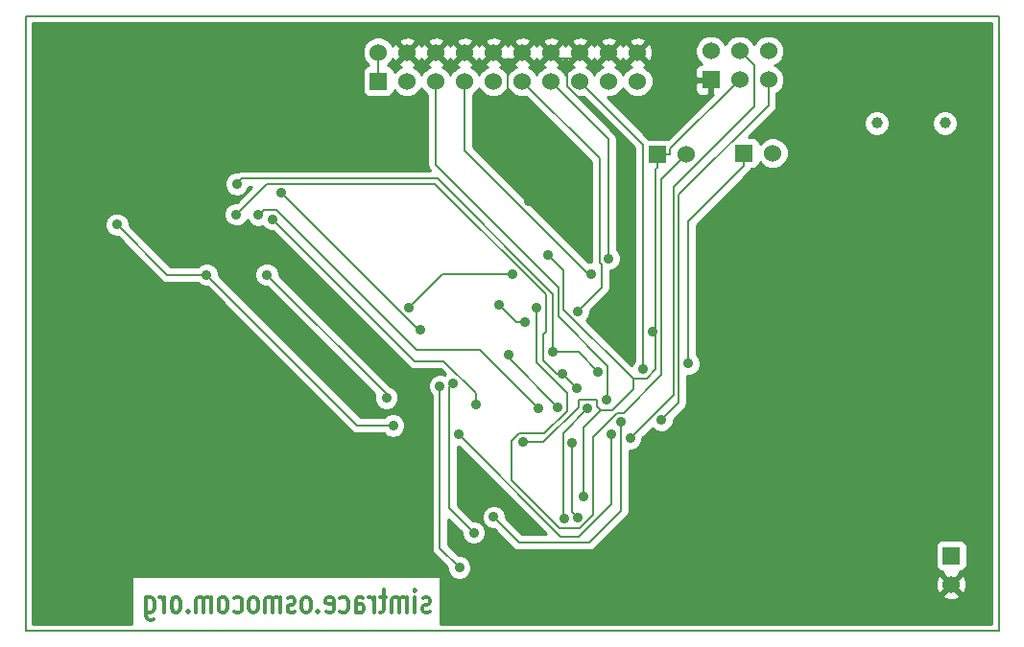
<source format=gbl>
G04 (created by PCBNEW-RS274X (2010-00-09 BZR 23xx)-stable) date Di 17 Mai 2011 13:18:14 CEST*
G01*
G70*
G90*
%MOIN*%
G04 Gerber Fmt 3.4, Leading zero omitted, Abs format*
%FSLAX34Y34*%
G04 APERTURE LIST*
%ADD10C,0.006000*%
%ADD11C,0.008000*%
%ADD12C,0.012000*%
%ADD13C,0.039400*%
%ADD14R,0.060000X0.060000*%
%ADD15C,0.060000*%
%ADD16C,0.035000*%
%ADD17C,0.010000*%
G04 APERTURE END LIST*
G54D10*
G54D11*
X14450Y-56300D02*
X14450Y-34950D01*
X48250Y-56300D02*
X14450Y-56300D01*
X48250Y-34950D02*
X48250Y-56300D01*
X15250Y-34950D02*
X48250Y-34950D01*
X14450Y-34950D02*
X15250Y-34950D01*
G54D12*
X28493Y-55636D02*
X28436Y-55674D01*
X28321Y-55674D01*
X28264Y-55636D01*
X28236Y-55560D01*
X28236Y-55521D01*
X28264Y-55445D01*
X28321Y-55407D01*
X28407Y-55407D01*
X28464Y-55369D01*
X28493Y-55293D01*
X28493Y-55255D01*
X28464Y-55179D01*
X28407Y-55140D01*
X28321Y-55140D01*
X28264Y-55179D01*
X27978Y-55674D02*
X27978Y-55140D01*
X27978Y-54874D02*
X28007Y-54912D01*
X27978Y-54950D01*
X27950Y-54912D01*
X27978Y-54874D01*
X27978Y-54950D01*
X27692Y-55674D02*
X27692Y-55140D01*
X27692Y-55217D02*
X27664Y-55179D01*
X27606Y-55140D01*
X27521Y-55140D01*
X27464Y-55179D01*
X27435Y-55255D01*
X27435Y-55674D01*
X27435Y-55255D02*
X27406Y-55179D01*
X27349Y-55140D01*
X27264Y-55140D01*
X27206Y-55179D01*
X27178Y-55255D01*
X27178Y-55674D01*
X26978Y-55140D02*
X26749Y-55140D01*
X26892Y-54874D02*
X26892Y-55560D01*
X26864Y-55636D01*
X26806Y-55674D01*
X26749Y-55674D01*
X26549Y-55674D02*
X26549Y-55140D01*
X26549Y-55293D02*
X26521Y-55217D01*
X26492Y-55179D01*
X26435Y-55140D01*
X26378Y-55140D01*
X25921Y-55674D02*
X25921Y-55255D01*
X25950Y-55179D01*
X26007Y-55140D01*
X26121Y-55140D01*
X26178Y-55179D01*
X25921Y-55636D02*
X25978Y-55674D01*
X26121Y-55674D01*
X26178Y-55636D01*
X26207Y-55560D01*
X26207Y-55483D01*
X26178Y-55407D01*
X26121Y-55369D01*
X25978Y-55369D01*
X25921Y-55331D01*
X25378Y-55636D02*
X25435Y-55674D01*
X25549Y-55674D01*
X25607Y-55636D01*
X25635Y-55598D01*
X25664Y-55521D01*
X25664Y-55293D01*
X25635Y-55217D01*
X25607Y-55179D01*
X25549Y-55140D01*
X25435Y-55140D01*
X25378Y-55179D01*
X24893Y-55636D02*
X24950Y-55674D01*
X25064Y-55674D01*
X25121Y-55636D01*
X25150Y-55560D01*
X25150Y-55255D01*
X25121Y-55179D01*
X25064Y-55140D01*
X24950Y-55140D01*
X24893Y-55179D01*
X24864Y-55255D01*
X24864Y-55331D01*
X25150Y-55407D01*
X24607Y-55598D02*
X24579Y-55636D01*
X24607Y-55674D01*
X24636Y-55636D01*
X24607Y-55598D01*
X24607Y-55674D01*
X24235Y-55674D02*
X24293Y-55636D01*
X24321Y-55598D01*
X24350Y-55521D01*
X24350Y-55293D01*
X24321Y-55217D01*
X24293Y-55179D01*
X24235Y-55140D01*
X24150Y-55140D01*
X24093Y-55179D01*
X24064Y-55217D01*
X24035Y-55293D01*
X24035Y-55521D01*
X24064Y-55598D01*
X24093Y-55636D01*
X24150Y-55674D01*
X24235Y-55674D01*
X23807Y-55636D02*
X23750Y-55674D01*
X23635Y-55674D01*
X23578Y-55636D01*
X23550Y-55560D01*
X23550Y-55521D01*
X23578Y-55445D01*
X23635Y-55407D01*
X23721Y-55407D01*
X23778Y-55369D01*
X23807Y-55293D01*
X23807Y-55255D01*
X23778Y-55179D01*
X23721Y-55140D01*
X23635Y-55140D01*
X23578Y-55179D01*
X23292Y-55674D02*
X23292Y-55140D01*
X23292Y-55217D02*
X23264Y-55179D01*
X23206Y-55140D01*
X23121Y-55140D01*
X23064Y-55179D01*
X23035Y-55255D01*
X23035Y-55674D01*
X23035Y-55255D02*
X23006Y-55179D01*
X22949Y-55140D01*
X22864Y-55140D01*
X22806Y-55179D01*
X22778Y-55255D01*
X22778Y-55674D01*
X22406Y-55674D02*
X22464Y-55636D01*
X22492Y-55598D01*
X22521Y-55521D01*
X22521Y-55293D01*
X22492Y-55217D01*
X22464Y-55179D01*
X22406Y-55140D01*
X22321Y-55140D01*
X22264Y-55179D01*
X22235Y-55217D01*
X22206Y-55293D01*
X22206Y-55521D01*
X22235Y-55598D01*
X22264Y-55636D01*
X22321Y-55674D01*
X22406Y-55674D01*
X21692Y-55636D02*
X21749Y-55674D01*
X21863Y-55674D01*
X21921Y-55636D01*
X21949Y-55598D01*
X21978Y-55521D01*
X21978Y-55293D01*
X21949Y-55217D01*
X21921Y-55179D01*
X21863Y-55140D01*
X21749Y-55140D01*
X21692Y-55179D01*
X21349Y-55674D02*
X21407Y-55636D01*
X21435Y-55598D01*
X21464Y-55521D01*
X21464Y-55293D01*
X21435Y-55217D01*
X21407Y-55179D01*
X21349Y-55140D01*
X21264Y-55140D01*
X21207Y-55179D01*
X21178Y-55217D01*
X21149Y-55293D01*
X21149Y-55521D01*
X21178Y-55598D01*
X21207Y-55636D01*
X21264Y-55674D01*
X21349Y-55674D01*
X20892Y-55674D02*
X20892Y-55140D01*
X20892Y-55217D02*
X20864Y-55179D01*
X20806Y-55140D01*
X20721Y-55140D01*
X20664Y-55179D01*
X20635Y-55255D01*
X20635Y-55674D01*
X20635Y-55255D02*
X20606Y-55179D01*
X20549Y-55140D01*
X20464Y-55140D01*
X20406Y-55179D01*
X20378Y-55255D01*
X20378Y-55674D01*
X20092Y-55598D02*
X20064Y-55636D01*
X20092Y-55674D01*
X20121Y-55636D01*
X20092Y-55598D01*
X20092Y-55674D01*
X19720Y-55674D02*
X19778Y-55636D01*
X19806Y-55598D01*
X19835Y-55521D01*
X19835Y-55293D01*
X19806Y-55217D01*
X19778Y-55179D01*
X19720Y-55140D01*
X19635Y-55140D01*
X19578Y-55179D01*
X19549Y-55217D01*
X19520Y-55293D01*
X19520Y-55521D01*
X19549Y-55598D01*
X19578Y-55636D01*
X19635Y-55674D01*
X19720Y-55674D01*
X19263Y-55674D02*
X19263Y-55140D01*
X19263Y-55293D02*
X19235Y-55217D01*
X19206Y-55179D01*
X19149Y-55140D01*
X19092Y-55140D01*
X18635Y-55140D02*
X18635Y-55788D01*
X18664Y-55864D01*
X18692Y-55902D01*
X18749Y-55940D01*
X18835Y-55940D01*
X18892Y-55902D01*
X18635Y-55636D02*
X18692Y-55674D01*
X18806Y-55674D01*
X18864Y-55636D01*
X18892Y-55598D01*
X18921Y-55521D01*
X18921Y-55293D01*
X18892Y-55217D01*
X18864Y-55179D01*
X18806Y-55140D01*
X18692Y-55140D01*
X18635Y-55179D01*
G54D13*
X46381Y-38650D03*
X44019Y-38650D03*
G54D14*
X26700Y-37200D03*
G54D15*
X26700Y-36200D03*
X27700Y-37200D03*
X27700Y-36200D03*
X28700Y-37200D03*
X28700Y-36200D03*
X29700Y-37200D03*
X29700Y-36200D03*
X30700Y-37200D03*
X30700Y-36200D03*
X31700Y-37200D03*
X31700Y-36200D03*
X32700Y-37200D03*
X32700Y-36200D03*
X33700Y-37200D03*
X33700Y-36200D03*
X34700Y-37200D03*
X34700Y-36200D03*
X35700Y-37200D03*
X35700Y-36200D03*
G54D14*
X36400Y-39750D03*
G54D15*
X37400Y-39750D03*
G54D14*
X39400Y-39700D03*
G54D15*
X40400Y-39700D03*
G54D14*
X46600Y-53700D03*
G54D15*
X46600Y-54700D03*
G54D14*
X38250Y-37150D03*
G54D15*
X38250Y-36150D03*
X39250Y-37150D03*
X39250Y-36150D03*
X40250Y-37150D03*
X40250Y-36150D03*
G54D16*
X31231Y-46702D03*
X32935Y-48528D03*
X35908Y-47209D03*
X31803Y-45583D03*
X30885Y-44984D03*
X32760Y-46623D03*
X21785Y-40770D03*
X34344Y-47293D03*
X33174Y-52409D03*
X33972Y-48587D03*
X35450Y-49618D03*
X36539Y-48982D03*
X20733Y-43930D03*
X27217Y-49168D03*
X17632Y-42186D03*
X33597Y-47881D03*
X33086Y-47370D03*
X21766Y-41832D03*
X26986Y-48216D03*
X22829Y-43929D03*
X30016Y-52898D03*
X29300Y-47712D03*
X29516Y-54115D03*
X28845Y-47808D03*
X33628Y-52363D03*
X33443Y-49767D03*
X32261Y-48563D03*
X22544Y-41844D03*
X30086Y-48456D03*
X23025Y-41993D03*
X34784Y-49479D03*
X29484Y-49487D03*
X33639Y-45194D03*
X34614Y-48277D03*
X34698Y-43367D03*
X37463Y-47025D03*
X34103Y-43902D03*
X28150Y-45859D03*
X23323Y-41090D03*
X35131Y-49051D03*
X30709Y-52356D03*
X33832Y-51634D03*
X36219Y-45915D03*
X32598Y-43246D03*
X31733Y-49757D03*
X35129Y-42418D03*
X31928Y-41381D03*
X31356Y-43907D03*
X27752Y-45069D03*
X32209Y-45081D03*
G54D11*
X31232Y-46825D02*
X32935Y-48528D01*
X31232Y-46702D02*
X31232Y-46825D01*
X31231Y-46702D02*
X31232Y-46702D01*
X35901Y-47202D02*
X35908Y-47209D01*
X35901Y-39401D02*
X35901Y-47202D01*
X33700Y-37200D02*
X35901Y-39401D01*
X31484Y-45583D02*
X31803Y-45583D01*
X30885Y-44984D02*
X31484Y-45583D01*
X32760Y-44597D02*
X32760Y-46623D01*
X28750Y-40587D02*
X32760Y-44597D01*
X21968Y-40587D02*
X28750Y-40587D01*
X21785Y-40770D02*
X21968Y-40587D01*
X33674Y-46623D02*
X34344Y-47293D01*
X32760Y-46623D02*
X33674Y-46623D01*
X33114Y-52349D02*
X33174Y-52409D01*
X33114Y-49445D02*
X33114Y-52349D01*
X33972Y-48587D02*
X33114Y-49445D01*
X36961Y-48107D02*
X35450Y-49618D01*
X36961Y-40873D02*
X36961Y-48107D01*
X39750Y-38084D02*
X36961Y-40873D01*
X39750Y-36650D02*
X39750Y-38084D01*
X39250Y-36150D02*
X39750Y-36650D01*
X40250Y-38048D02*
X40250Y-37150D01*
X37144Y-41154D02*
X40250Y-38048D01*
X37144Y-48377D02*
X37144Y-41154D01*
X36539Y-48982D02*
X37144Y-48377D01*
X19376Y-43930D02*
X20733Y-43930D01*
X17632Y-42186D02*
X19376Y-43930D01*
X25971Y-49168D02*
X27217Y-49168D01*
X20733Y-43930D02*
X25971Y-49168D01*
X32897Y-47370D02*
X33086Y-47370D01*
X32432Y-46905D02*
X32897Y-47370D01*
X32432Y-45995D02*
X32432Y-46905D01*
X32528Y-45899D02*
X32432Y-45995D01*
X32528Y-44625D02*
X32528Y-45899D01*
X28673Y-40770D02*
X32528Y-44625D01*
X22828Y-40770D02*
X28673Y-40770D01*
X21766Y-41832D02*
X22828Y-40770D01*
X33086Y-47370D02*
X33597Y-47881D01*
X26986Y-48086D02*
X26986Y-48216D01*
X22829Y-43929D02*
X26986Y-48086D01*
X29165Y-47847D02*
X29300Y-47712D01*
X29165Y-52047D02*
X29165Y-47847D01*
X30016Y-52898D02*
X29165Y-52047D01*
X28845Y-53444D02*
X28845Y-47808D01*
X29516Y-54115D02*
X28845Y-53444D01*
X33443Y-52178D02*
X33628Y-52363D01*
X33443Y-49767D02*
X33443Y-52178D01*
X22713Y-41675D02*
X22544Y-41844D01*
X23158Y-41675D02*
X22713Y-41675D01*
X28013Y-46530D02*
X23158Y-41675D01*
X30228Y-46530D02*
X28013Y-46530D01*
X32261Y-48563D02*
X30228Y-46530D01*
X30086Y-48038D02*
X30086Y-48456D01*
X28978Y-46930D02*
X30086Y-48038D01*
X27962Y-46930D02*
X28978Y-46930D01*
X23025Y-41993D02*
X27962Y-46930D01*
X33044Y-53047D02*
X29484Y-49487D01*
X33656Y-53047D02*
X33044Y-53047D01*
X34784Y-51919D02*
X33656Y-53047D01*
X34784Y-49479D02*
X34784Y-51919D01*
X34464Y-44369D02*
X33639Y-45194D01*
X34464Y-43583D02*
X34464Y-44369D01*
X34380Y-43499D02*
X34464Y-43583D01*
X34380Y-39880D02*
X34380Y-43499D01*
X31700Y-37200D02*
X34380Y-39880D01*
X34675Y-48216D02*
X34614Y-48277D01*
X34675Y-47093D02*
X34675Y-48216D01*
X32957Y-45375D02*
X34675Y-47093D01*
X32957Y-44363D02*
X32957Y-45375D01*
X28700Y-40106D02*
X32957Y-44363D01*
X28700Y-37200D02*
X28700Y-40106D01*
X34698Y-39198D02*
X32700Y-37200D01*
X34698Y-43367D02*
X34698Y-39198D01*
X39400Y-39700D02*
X39400Y-40143D01*
X37463Y-42080D02*
X37463Y-47025D01*
X39400Y-40143D02*
X37463Y-42080D01*
X33999Y-43902D02*
X34103Y-43902D01*
X29700Y-39603D02*
X33999Y-43902D01*
X29700Y-37200D02*
X29700Y-39603D01*
X28092Y-45859D02*
X23323Y-41090D01*
X28150Y-45859D02*
X28092Y-45859D01*
X35131Y-52131D02*
X35131Y-49051D01*
X34031Y-53231D02*
X35131Y-52131D01*
X31584Y-53231D02*
X34031Y-53231D01*
X30709Y-52356D02*
X31584Y-53231D01*
X36843Y-39557D02*
X36843Y-39750D01*
X39250Y-37150D02*
X36843Y-39557D01*
X26700Y-36200D02*
X26700Y-37200D01*
X36420Y-39750D02*
X36843Y-39750D01*
X36420Y-39750D02*
X36400Y-39750D01*
X36400Y-39750D02*
X36400Y-40193D01*
X36346Y-45915D02*
X36219Y-45915D01*
X36346Y-40247D02*
X36400Y-40193D01*
X36346Y-45915D02*
X36346Y-40247D01*
X36015Y-47554D02*
X35548Y-47554D01*
X36346Y-47223D02*
X36015Y-47554D01*
X36346Y-45915D02*
X36346Y-47223D01*
X33141Y-43789D02*
X32598Y-43246D01*
X33141Y-45147D02*
X33141Y-43789D01*
X35548Y-47554D02*
X33141Y-45147D01*
X32423Y-49757D02*
X31733Y-49757D01*
X33653Y-48527D02*
X32423Y-49757D01*
X33653Y-48290D02*
X33653Y-48527D01*
X33675Y-48268D02*
X33653Y-48290D01*
X34273Y-48268D02*
X33675Y-48268D01*
X34295Y-48290D02*
X34273Y-48268D01*
X34295Y-48499D02*
X34295Y-48290D01*
X34435Y-48639D02*
X34295Y-48499D01*
X34828Y-48639D02*
X34435Y-48639D01*
X35548Y-47919D02*
X34828Y-48639D01*
X35548Y-47554D02*
X35548Y-47919D01*
X33832Y-49242D02*
X33832Y-51634D01*
X34435Y-48639D02*
X33832Y-49242D01*
X33478Y-36422D02*
X33256Y-36422D01*
X33700Y-36200D02*
X33478Y-36422D01*
X32922Y-36422D02*
X32700Y-36200D01*
X33256Y-36422D02*
X32922Y-36422D01*
X35129Y-39256D02*
X35129Y-42418D01*
X33256Y-37383D02*
X35129Y-39256D01*
X33256Y-36422D02*
X33256Y-37383D01*
X31200Y-40653D02*
X31928Y-41381D01*
X31200Y-36450D02*
X31200Y-40653D01*
X31450Y-36450D02*
X31200Y-36450D01*
X31700Y-36200D02*
X31450Y-36450D01*
X30950Y-36450D02*
X30700Y-36200D01*
X31200Y-36450D02*
X30950Y-36450D01*
X28914Y-43907D02*
X27752Y-45069D01*
X31356Y-43907D02*
X28914Y-43907D01*
X36537Y-40613D02*
X37400Y-39750D01*
X36537Y-47423D02*
X36537Y-40613D01*
X35228Y-48732D02*
X36537Y-47423D01*
X34998Y-48732D02*
X35228Y-48732D01*
X34158Y-49572D02*
X34998Y-48732D01*
X34158Y-52284D02*
X34158Y-49572D01*
X33707Y-52735D02*
X34158Y-52284D01*
X32993Y-52735D02*
X33707Y-52735D01*
X31320Y-51062D02*
X32993Y-52735D01*
X31320Y-49720D02*
X31320Y-51062D01*
X31601Y-49439D02*
X31320Y-49720D01*
X32477Y-49439D02*
X31601Y-49439D01*
X33254Y-48662D02*
X32477Y-49439D01*
X33254Y-48032D02*
X33254Y-48662D01*
X32209Y-46987D02*
X33254Y-48032D01*
X32209Y-45081D02*
X32209Y-46987D01*
G54D17*
X14690Y-35190D02*
X48010Y-35190D01*
X14690Y-35270D02*
X48010Y-35270D01*
X14690Y-35350D02*
X48010Y-35350D01*
X14690Y-35430D02*
X48010Y-35430D01*
X14690Y-35510D02*
X48010Y-35510D01*
X14690Y-35590D02*
X48010Y-35590D01*
X14690Y-35670D02*
X26546Y-35670D01*
X26855Y-35670D02*
X27562Y-35670D01*
X27816Y-35670D02*
X28562Y-35670D01*
X28816Y-35670D02*
X29562Y-35670D01*
X29816Y-35670D02*
X30562Y-35670D01*
X30816Y-35670D02*
X31562Y-35670D01*
X31816Y-35670D02*
X32562Y-35670D01*
X32816Y-35670D02*
X33562Y-35670D01*
X33816Y-35670D02*
X34562Y-35670D01*
X34816Y-35670D02*
X35562Y-35670D01*
X35816Y-35670D02*
X37976Y-35670D01*
X38525Y-35670D02*
X38976Y-35670D01*
X39525Y-35670D02*
X39976Y-35670D01*
X40525Y-35670D02*
X48010Y-35670D01*
X14690Y-35750D02*
X26374Y-35750D01*
X27026Y-35750D02*
X27413Y-35750D01*
X27988Y-35750D02*
X28413Y-35750D01*
X28988Y-35750D02*
X29413Y-35750D01*
X29988Y-35750D02*
X30413Y-35750D01*
X30988Y-35750D02*
X31413Y-35750D01*
X31988Y-35750D02*
X32413Y-35750D01*
X32988Y-35750D02*
X33413Y-35750D01*
X33988Y-35750D02*
X34413Y-35750D01*
X34988Y-35750D02*
X35413Y-35750D01*
X35988Y-35750D02*
X37874Y-35750D01*
X38626Y-35750D02*
X38874Y-35750D01*
X39626Y-35750D02*
X39874Y-35750D01*
X40626Y-35750D02*
X48010Y-35750D01*
X14690Y-35830D02*
X26294Y-35830D01*
X27106Y-35830D02*
X27400Y-35830D01*
X27999Y-35830D02*
X28400Y-35830D01*
X28999Y-35830D02*
X29400Y-35830D01*
X29999Y-35830D02*
X30400Y-35830D01*
X30999Y-35830D02*
X31400Y-35830D01*
X31999Y-35830D02*
X32400Y-35830D01*
X32999Y-35830D02*
X33400Y-35830D01*
X33999Y-35830D02*
X34400Y-35830D01*
X34999Y-35830D02*
X35400Y-35830D01*
X35999Y-35830D02*
X37794Y-35830D01*
X38706Y-35830D02*
X38794Y-35830D01*
X39706Y-35830D02*
X39794Y-35830D01*
X40706Y-35830D02*
X48010Y-35830D01*
X14690Y-35910D02*
X26227Y-35910D01*
X27174Y-35910D02*
X27260Y-35910D01*
X27340Y-35910D02*
X27480Y-35910D01*
X27919Y-35910D02*
X28061Y-35910D01*
X28141Y-35910D02*
X28260Y-35910D01*
X28340Y-35910D02*
X28480Y-35910D01*
X28919Y-35910D02*
X29061Y-35910D01*
X29141Y-35910D02*
X29260Y-35910D01*
X29340Y-35910D02*
X29480Y-35910D01*
X29919Y-35910D02*
X30061Y-35910D01*
X30141Y-35910D02*
X30260Y-35910D01*
X30340Y-35910D02*
X30480Y-35910D01*
X30919Y-35910D02*
X31061Y-35910D01*
X31141Y-35910D02*
X31260Y-35910D01*
X31340Y-35910D02*
X31480Y-35910D01*
X31919Y-35910D02*
X32061Y-35910D01*
X32141Y-35910D02*
X32260Y-35910D01*
X32340Y-35910D02*
X32480Y-35910D01*
X32919Y-35910D02*
X33061Y-35910D01*
X33141Y-35910D02*
X33260Y-35910D01*
X33340Y-35910D02*
X33480Y-35910D01*
X33919Y-35910D02*
X34061Y-35910D01*
X34141Y-35910D02*
X34260Y-35910D01*
X34340Y-35910D02*
X34480Y-35910D01*
X34919Y-35910D02*
X35061Y-35910D01*
X35141Y-35910D02*
X35260Y-35910D01*
X35340Y-35910D02*
X35480Y-35910D01*
X35919Y-35910D02*
X36061Y-35910D01*
X36141Y-35910D02*
X37756Y-35910D01*
X38745Y-35910D02*
X38756Y-35910D01*
X39745Y-35910D02*
X39756Y-35910D01*
X40745Y-35910D02*
X48010Y-35910D01*
X14690Y-35990D02*
X26193Y-35990D01*
X27420Y-35990D02*
X27560Y-35990D01*
X27839Y-35990D02*
X27981Y-35990D01*
X28202Y-35990D02*
X28203Y-35990D01*
X28420Y-35990D02*
X28560Y-35990D01*
X28839Y-35990D02*
X28981Y-35990D01*
X29202Y-35990D02*
X29203Y-35990D01*
X29420Y-35990D02*
X29560Y-35990D01*
X29839Y-35990D02*
X29981Y-35990D01*
X30202Y-35990D02*
X30203Y-35990D01*
X30420Y-35990D02*
X30560Y-35990D01*
X30839Y-35990D02*
X30981Y-35990D01*
X31202Y-35990D02*
X31203Y-35990D01*
X31420Y-35990D02*
X31560Y-35990D01*
X31839Y-35990D02*
X31981Y-35990D01*
X32202Y-35990D02*
X32203Y-35990D01*
X32420Y-35990D02*
X32560Y-35990D01*
X32839Y-35990D02*
X32981Y-35990D01*
X33202Y-35990D02*
X33203Y-35990D01*
X33420Y-35990D02*
X33560Y-35990D01*
X33839Y-35990D02*
X33981Y-35990D01*
X34202Y-35990D02*
X34203Y-35990D01*
X34420Y-35990D02*
X34560Y-35990D01*
X34839Y-35990D02*
X34981Y-35990D01*
X35202Y-35990D02*
X35203Y-35990D01*
X35420Y-35990D02*
X35560Y-35990D01*
X35839Y-35990D02*
X35981Y-35990D01*
X36201Y-35990D02*
X37723Y-35990D01*
X40778Y-35990D02*
X48010Y-35990D01*
X14690Y-36070D02*
X26160Y-36070D01*
X27500Y-36070D02*
X27640Y-36070D01*
X27759Y-36070D02*
X27901Y-36070D01*
X28500Y-36070D02*
X28640Y-36070D01*
X28759Y-36070D02*
X28901Y-36070D01*
X29500Y-36070D02*
X29640Y-36070D01*
X29759Y-36070D02*
X29901Y-36070D01*
X30500Y-36070D02*
X30640Y-36070D01*
X30759Y-36070D02*
X30901Y-36070D01*
X31500Y-36070D02*
X31640Y-36070D01*
X31759Y-36070D02*
X31901Y-36070D01*
X32500Y-36070D02*
X32640Y-36070D01*
X32759Y-36070D02*
X32901Y-36070D01*
X33500Y-36070D02*
X33640Y-36070D01*
X33759Y-36070D02*
X33901Y-36070D01*
X34500Y-36070D02*
X34640Y-36070D01*
X34759Y-36070D02*
X34901Y-36070D01*
X35500Y-36070D02*
X35640Y-36070D01*
X35759Y-36070D02*
X35901Y-36070D01*
X36233Y-36070D02*
X37701Y-36070D01*
X40799Y-36070D02*
X48010Y-36070D01*
X14690Y-36150D02*
X26151Y-36150D01*
X27580Y-36150D02*
X27821Y-36150D01*
X28580Y-36150D02*
X28821Y-36150D01*
X29580Y-36150D02*
X29821Y-36150D01*
X30580Y-36150D02*
X30821Y-36150D01*
X31580Y-36150D02*
X31821Y-36150D01*
X32580Y-36150D02*
X32821Y-36150D01*
X33580Y-36150D02*
X33821Y-36150D01*
X34580Y-36150D02*
X34821Y-36150D01*
X35580Y-36150D02*
X35821Y-36150D01*
X36237Y-36150D02*
X37701Y-36150D01*
X40799Y-36150D02*
X48010Y-36150D01*
X14690Y-36230D02*
X26151Y-36230D01*
X27599Y-36230D02*
X27800Y-36230D01*
X28599Y-36230D02*
X28800Y-36230D01*
X29599Y-36230D02*
X29800Y-36230D01*
X30599Y-36230D02*
X30800Y-36230D01*
X31599Y-36230D02*
X31800Y-36230D01*
X32599Y-36230D02*
X32800Y-36230D01*
X33599Y-36230D02*
X33800Y-36230D01*
X34599Y-36230D02*
X34800Y-36230D01*
X35599Y-36230D02*
X35800Y-36230D01*
X36241Y-36230D02*
X37701Y-36230D01*
X40799Y-36230D02*
X48010Y-36230D01*
X14690Y-36310D02*
X26151Y-36310D01*
X27519Y-36310D02*
X27661Y-36310D01*
X27740Y-36310D02*
X27880Y-36310D01*
X28519Y-36310D02*
X28661Y-36310D01*
X28740Y-36310D02*
X28880Y-36310D01*
X29519Y-36310D02*
X29661Y-36310D01*
X29740Y-36310D02*
X29880Y-36310D01*
X30519Y-36310D02*
X30661Y-36310D01*
X30740Y-36310D02*
X30880Y-36310D01*
X31519Y-36310D02*
X31661Y-36310D01*
X31740Y-36310D02*
X31880Y-36310D01*
X32519Y-36310D02*
X32661Y-36310D01*
X32740Y-36310D02*
X32880Y-36310D01*
X33519Y-36310D02*
X33661Y-36310D01*
X33740Y-36310D02*
X33880Y-36310D01*
X34519Y-36310D02*
X34661Y-36310D01*
X34740Y-36310D02*
X34880Y-36310D01*
X35519Y-36310D02*
X35661Y-36310D01*
X35740Y-36310D02*
X35880Y-36310D01*
X36232Y-36310D02*
X37722Y-36310D01*
X40777Y-36310D02*
X48010Y-36310D01*
X14690Y-36390D02*
X26184Y-36390D01*
X27439Y-36390D02*
X27581Y-36390D01*
X27820Y-36390D02*
X27960Y-36390D01*
X28439Y-36390D02*
X28581Y-36390D01*
X28820Y-36390D02*
X28960Y-36390D01*
X29439Y-36390D02*
X29581Y-36390D01*
X29820Y-36390D02*
X29960Y-36390D01*
X30439Y-36390D02*
X30581Y-36390D01*
X30820Y-36390D02*
X30960Y-36390D01*
X31439Y-36390D02*
X31581Y-36390D01*
X31820Y-36390D02*
X31960Y-36390D01*
X32439Y-36390D02*
X32581Y-36390D01*
X32820Y-36390D02*
X32960Y-36390D01*
X33439Y-36390D02*
X33581Y-36390D01*
X33820Y-36390D02*
X33960Y-36390D01*
X34439Y-36390D02*
X34581Y-36390D01*
X34820Y-36390D02*
X34960Y-36390D01*
X35439Y-36390D02*
X35581Y-36390D01*
X35820Y-36390D02*
X35960Y-36390D01*
X36203Y-36390D02*
X37755Y-36390D01*
X40744Y-36390D02*
X48010Y-36390D01*
X14690Y-36470D02*
X26217Y-36470D01*
X27181Y-36470D02*
X27223Y-36470D01*
X27359Y-36470D02*
X27501Y-36470D01*
X27900Y-36470D02*
X28040Y-36470D01*
X28175Y-36470D02*
X28223Y-36470D01*
X28359Y-36470D02*
X28501Y-36470D01*
X28900Y-36470D02*
X29040Y-36470D01*
X29175Y-36470D02*
X29223Y-36470D01*
X29359Y-36470D02*
X29501Y-36470D01*
X29900Y-36470D02*
X30040Y-36470D01*
X30175Y-36470D02*
X30223Y-36470D01*
X30359Y-36470D02*
X30501Y-36470D01*
X30900Y-36470D02*
X31040Y-36470D01*
X31175Y-36470D02*
X31223Y-36470D01*
X31359Y-36470D02*
X31501Y-36470D01*
X31900Y-36470D02*
X32040Y-36470D01*
X32175Y-36470D02*
X32223Y-36470D01*
X32359Y-36470D02*
X32501Y-36470D01*
X32900Y-36470D02*
X33040Y-36470D01*
X33175Y-36470D02*
X33223Y-36470D01*
X33359Y-36470D02*
X33501Y-36470D01*
X33900Y-36470D02*
X34040Y-36470D01*
X34175Y-36470D02*
X34223Y-36470D01*
X34359Y-36470D02*
X34501Y-36470D01*
X34900Y-36470D02*
X35040Y-36470D01*
X35175Y-36470D02*
X35223Y-36470D01*
X35359Y-36470D02*
X35501Y-36470D01*
X35900Y-36470D02*
X36040Y-36470D01*
X36175Y-36470D02*
X37794Y-36470D01*
X40706Y-36470D02*
X48010Y-36470D01*
X14690Y-36550D02*
X26274Y-36550D01*
X27126Y-36550D02*
X27421Y-36550D01*
X27980Y-36550D02*
X28421Y-36550D01*
X28980Y-36550D02*
X29421Y-36550D01*
X29980Y-36550D02*
X30421Y-36550D01*
X30980Y-36550D02*
X31421Y-36550D01*
X31980Y-36550D02*
X32421Y-36550D01*
X32980Y-36550D02*
X33421Y-36550D01*
X33980Y-36550D02*
X34421Y-36550D01*
X34980Y-36550D02*
X35421Y-36550D01*
X35980Y-36550D02*
X37874Y-36550D01*
X40626Y-36550D02*
X48010Y-36550D01*
X14690Y-36630D02*
X26354Y-36630D01*
X27046Y-36630D02*
X27406Y-36630D01*
X27993Y-36630D02*
X28406Y-36630D01*
X28993Y-36630D02*
X29406Y-36630D01*
X29993Y-36630D02*
X30406Y-36630D01*
X30993Y-36630D02*
X31406Y-36630D01*
X31993Y-36630D02*
X32406Y-36630D01*
X32993Y-36630D02*
X33406Y-36630D01*
X33993Y-36630D02*
X34406Y-36630D01*
X34993Y-36630D02*
X35406Y-36630D01*
X35993Y-36630D02*
X37831Y-36630D01*
X40524Y-36630D02*
X48010Y-36630D01*
X14690Y-36710D02*
X26238Y-36710D01*
X27162Y-36710D02*
X27449Y-36710D01*
X27951Y-36710D02*
X28449Y-36710D01*
X28951Y-36710D02*
X29449Y-36710D01*
X29951Y-36710D02*
X30449Y-36710D01*
X30951Y-36710D02*
X31449Y-36710D01*
X31951Y-36710D02*
X32449Y-36710D01*
X32951Y-36710D02*
X33449Y-36710D01*
X33951Y-36710D02*
X34449Y-36710D01*
X34951Y-36710D02*
X35449Y-36710D01*
X35951Y-36710D02*
X37739Y-36710D01*
X40586Y-36710D02*
X48010Y-36710D01*
X14690Y-36790D02*
X26177Y-36790D01*
X27224Y-36790D02*
X27334Y-36790D01*
X28066Y-36790D02*
X28334Y-36790D01*
X29066Y-36790D02*
X29334Y-36790D01*
X30066Y-36790D02*
X30334Y-36790D01*
X31066Y-36790D02*
X31334Y-36790D01*
X32066Y-36790D02*
X32334Y-36790D01*
X33066Y-36790D02*
X33334Y-36790D01*
X34066Y-36790D02*
X34334Y-36790D01*
X35066Y-36790D02*
X35334Y-36790D01*
X36066Y-36790D02*
X37706Y-36790D01*
X40666Y-36790D02*
X48010Y-36790D01*
X14690Y-36870D02*
X26151Y-36870D01*
X27249Y-36870D02*
X27254Y-36870D01*
X28146Y-36870D02*
X28254Y-36870D01*
X29146Y-36870D02*
X29254Y-36870D01*
X30146Y-36870D02*
X30254Y-36870D01*
X31146Y-36870D02*
X31254Y-36870D01*
X32146Y-36870D02*
X32254Y-36870D01*
X33146Y-36870D02*
X33254Y-36870D01*
X34146Y-36870D02*
X34254Y-36870D01*
X35146Y-36870D02*
X35254Y-36870D01*
X36146Y-36870D02*
X37701Y-36870D01*
X40728Y-36870D02*
X48010Y-36870D01*
X14690Y-36950D02*
X26151Y-36950D01*
X28191Y-36950D02*
X28210Y-36950D01*
X29191Y-36950D02*
X29210Y-36950D01*
X30191Y-36950D02*
X30210Y-36950D01*
X31191Y-36950D02*
X31210Y-36950D01*
X32191Y-36950D02*
X32210Y-36950D01*
X33191Y-36950D02*
X33210Y-36950D01*
X34191Y-36950D02*
X34210Y-36950D01*
X35191Y-36950D02*
X35210Y-36950D01*
X36191Y-36950D02*
X37701Y-36950D01*
X40762Y-36950D02*
X48010Y-36950D01*
X14690Y-37030D02*
X26151Y-37030D01*
X36224Y-37030D02*
X37701Y-37030D01*
X40795Y-37030D02*
X48010Y-37030D01*
X14690Y-37110D02*
X26151Y-37110D01*
X36249Y-37110D02*
X38300Y-37110D01*
X40799Y-37110D02*
X48010Y-37110D01*
X14690Y-37190D02*
X26151Y-37190D01*
X36249Y-37190D02*
X38300Y-37190D01*
X40799Y-37190D02*
X48010Y-37190D01*
X14690Y-37270D02*
X26151Y-37270D01*
X36249Y-37270D02*
X37700Y-37270D01*
X38200Y-37270D02*
X38300Y-37270D01*
X40794Y-37270D02*
X48010Y-37270D01*
X14690Y-37350D02*
X26151Y-37350D01*
X36231Y-37350D02*
X37700Y-37350D01*
X38200Y-37350D02*
X38300Y-37350D01*
X40761Y-37350D02*
X48010Y-37350D01*
X14690Y-37430D02*
X26151Y-37430D01*
X28198Y-37430D02*
X28201Y-37430D01*
X35198Y-37430D02*
X35201Y-37430D01*
X36198Y-37430D02*
X37701Y-37430D01*
X38200Y-37430D02*
X38300Y-37430D01*
X40727Y-37430D02*
X48010Y-37430D01*
X14690Y-37510D02*
X26151Y-37510D01*
X28165Y-37510D02*
X28234Y-37510D01*
X35165Y-37510D02*
X35234Y-37510D01*
X36165Y-37510D02*
X37705Y-37510D01*
X38200Y-37510D02*
X38300Y-37510D01*
X40666Y-37510D02*
X48010Y-37510D01*
X14690Y-37590D02*
X26167Y-37590D01*
X27232Y-37590D02*
X27314Y-37590D01*
X28086Y-37590D02*
X28314Y-37590D01*
X35086Y-37590D02*
X35314Y-37590D01*
X36086Y-37590D02*
X37738Y-37590D01*
X38200Y-37590D02*
X38300Y-37590D01*
X40586Y-37590D02*
X48010Y-37590D01*
X14690Y-37670D02*
X26218Y-37670D01*
X27182Y-37670D02*
X27401Y-37670D01*
X27998Y-37670D02*
X28402Y-37670D01*
X34998Y-37670D02*
X35401Y-37670D01*
X35998Y-37670D02*
X37830Y-37670D01*
X38168Y-37670D02*
X38318Y-37670D01*
X40540Y-37670D02*
X48010Y-37670D01*
X14690Y-37750D02*
X28410Y-37750D01*
X34661Y-37750D02*
X38238Y-37750D01*
X40540Y-37750D02*
X48010Y-37750D01*
X14690Y-37830D02*
X28410Y-37830D01*
X34741Y-37830D02*
X38158Y-37830D01*
X40540Y-37830D02*
X48010Y-37830D01*
X14690Y-37910D02*
X28410Y-37910D01*
X34821Y-37910D02*
X38079Y-37910D01*
X40540Y-37910D02*
X48010Y-37910D01*
X14690Y-37990D02*
X28410Y-37990D01*
X34901Y-37990D02*
X37999Y-37990D01*
X40540Y-37990D02*
X48010Y-37990D01*
X14690Y-38070D02*
X28410Y-38070D01*
X34981Y-38070D02*
X37919Y-38070D01*
X40535Y-38070D02*
X48010Y-38070D01*
X14690Y-38150D02*
X28410Y-38150D01*
X35061Y-38150D02*
X37839Y-38150D01*
X40519Y-38150D02*
X48010Y-38150D01*
X14690Y-38230D02*
X28410Y-38230D01*
X35141Y-38230D02*
X37759Y-38230D01*
X40470Y-38230D02*
X43869Y-38230D01*
X44171Y-38230D02*
X46231Y-38230D01*
X46533Y-38230D02*
X48010Y-38230D01*
X14690Y-38310D02*
X28410Y-38310D01*
X35221Y-38310D02*
X37679Y-38310D01*
X40398Y-38310D02*
X43729Y-38310D01*
X44310Y-38310D02*
X46091Y-38310D01*
X46672Y-38310D02*
X48010Y-38310D01*
X14690Y-38390D02*
X28410Y-38390D01*
X35301Y-38390D02*
X37599Y-38390D01*
X40318Y-38390D02*
X43649Y-38390D01*
X44390Y-38390D02*
X46011Y-38390D01*
X46752Y-38390D02*
X48010Y-38390D01*
X14690Y-38470D02*
X28410Y-38470D01*
X35381Y-38470D02*
X37519Y-38470D01*
X40238Y-38470D02*
X43611Y-38470D01*
X44427Y-38470D02*
X45973Y-38470D01*
X46789Y-38470D02*
X48010Y-38470D01*
X14690Y-38550D02*
X28410Y-38550D01*
X35461Y-38550D02*
X37439Y-38550D01*
X40158Y-38550D02*
X43578Y-38550D01*
X44461Y-38550D02*
X45940Y-38550D01*
X46823Y-38550D02*
X48010Y-38550D01*
X14690Y-38630D02*
X28410Y-38630D01*
X35541Y-38630D02*
X37359Y-38630D01*
X40078Y-38630D02*
X43573Y-38630D01*
X44465Y-38630D02*
X45935Y-38630D01*
X46827Y-38630D02*
X48010Y-38630D01*
X14690Y-38710D02*
X28410Y-38710D01*
X35621Y-38710D02*
X37279Y-38710D01*
X39998Y-38710D02*
X43573Y-38710D01*
X44465Y-38710D02*
X45935Y-38710D01*
X46827Y-38710D02*
X48010Y-38710D01*
X14690Y-38790D02*
X28410Y-38790D01*
X35701Y-38790D02*
X37199Y-38790D01*
X39918Y-38790D02*
X43594Y-38790D01*
X44443Y-38790D02*
X45956Y-38790D01*
X46805Y-38790D02*
X48010Y-38790D01*
X14690Y-38870D02*
X28410Y-38870D01*
X35781Y-38870D02*
X37119Y-38870D01*
X39838Y-38870D02*
X43627Y-38870D01*
X44410Y-38870D02*
X45989Y-38870D01*
X46772Y-38870D02*
X48010Y-38870D01*
X14690Y-38950D02*
X28410Y-38950D01*
X35861Y-38950D02*
X37039Y-38950D01*
X39758Y-38950D02*
X43688Y-38950D01*
X44349Y-38950D02*
X46050Y-38950D01*
X46711Y-38950D02*
X48010Y-38950D01*
X14690Y-39030D02*
X28410Y-39030D01*
X35941Y-39030D02*
X36959Y-39030D01*
X39678Y-39030D02*
X43770Y-39030D01*
X44266Y-39030D02*
X46132Y-39030D01*
X46628Y-39030D02*
X48010Y-39030D01*
X14690Y-39110D02*
X28410Y-39110D01*
X36021Y-39110D02*
X36879Y-39110D01*
X39598Y-39110D02*
X48010Y-39110D01*
X14690Y-39190D02*
X28410Y-39190D01*
X36101Y-39190D02*
X36799Y-39190D01*
X39842Y-39190D02*
X40198Y-39190D01*
X40603Y-39190D02*
X48010Y-39190D01*
X14690Y-39270D02*
X28410Y-39270D01*
X39916Y-39270D02*
X40054Y-39270D01*
X40746Y-39270D02*
X48010Y-39270D01*
X14690Y-39350D02*
X28410Y-39350D01*
X39949Y-39350D02*
X39974Y-39350D01*
X40826Y-39350D02*
X48010Y-39350D01*
X14690Y-39430D02*
X28410Y-39430D01*
X40883Y-39430D02*
X48010Y-39430D01*
X14690Y-39510D02*
X28410Y-39510D01*
X40916Y-39510D02*
X48010Y-39510D01*
X14690Y-39590D02*
X28410Y-39590D01*
X40949Y-39590D02*
X48010Y-39590D01*
X14690Y-39670D02*
X28410Y-39670D01*
X40949Y-39670D02*
X48010Y-39670D01*
X14690Y-39750D02*
X28410Y-39750D01*
X40949Y-39750D02*
X48010Y-39750D01*
X14690Y-39830D02*
X28410Y-39830D01*
X40940Y-39830D02*
X48010Y-39830D01*
X14690Y-39910D02*
X28410Y-39910D01*
X40907Y-39910D02*
X48010Y-39910D01*
X14690Y-39990D02*
X28410Y-39990D01*
X40873Y-39990D02*
X48010Y-39990D01*
X14690Y-40070D02*
X28410Y-40070D01*
X39940Y-40070D02*
X39994Y-40070D01*
X40806Y-40070D02*
X48010Y-40070D01*
X14690Y-40150D02*
X28418Y-40150D01*
X39902Y-40150D02*
X40074Y-40150D01*
X40726Y-40150D02*
X48010Y-40150D01*
X14690Y-40230D02*
X28440Y-40230D01*
X39795Y-40230D02*
X40245Y-40230D01*
X40554Y-40230D02*
X48010Y-40230D01*
X14690Y-40310D02*
X21903Y-40310D01*
X39630Y-40310D02*
X48010Y-40310D01*
X14690Y-40390D02*
X21592Y-40390D01*
X39563Y-40390D02*
X48010Y-40390D01*
X14690Y-40470D02*
X21484Y-40470D01*
X39483Y-40470D02*
X48010Y-40470D01*
X14690Y-40550D02*
X21417Y-40550D01*
X39403Y-40550D02*
X48010Y-40550D01*
X14690Y-40630D02*
X21383Y-40630D01*
X39323Y-40630D02*
X48010Y-40630D01*
X14690Y-40710D02*
X21360Y-40710D01*
X39243Y-40710D02*
X48010Y-40710D01*
X14690Y-40790D02*
X21360Y-40790D01*
X39163Y-40790D02*
X48010Y-40790D01*
X14690Y-40870D02*
X21366Y-40870D01*
X39083Y-40870D02*
X48010Y-40870D01*
X14690Y-40950D02*
X21399Y-40950D01*
X22170Y-40950D02*
X22237Y-40950D01*
X39003Y-40950D02*
X48010Y-40950D01*
X14690Y-41030D02*
X21444Y-41030D01*
X22126Y-41030D02*
X22157Y-41030D01*
X38923Y-41030D02*
X48010Y-41030D01*
X14690Y-41110D02*
X21524Y-41110D01*
X22046Y-41110D02*
X22077Y-41110D01*
X38843Y-41110D02*
X48010Y-41110D01*
X14690Y-41190D02*
X21688Y-41190D01*
X21881Y-41190D02*
X21997Y-41190D01*
X38763Y-41190D02*
X48010Y-41190D01*
X14690Y-41270D02*
X21917Y-41270D01*
X38683Y-41270D02*
X48010Y-41270D01*
X14690Y-41350D02*
X21837Y-41350D01*
X38603Y-41350D02*
X48010Y-41350D01*
X14690Y-41430D02*
X21626Y-41430D01*
X38523Y-41430D02*
X48010Y-41430D01*
X14690Y-41510D02*
X21487Y-41510D01*
X38443Y-41510D02*
X48010Y-41510D01*
X14690Y-41590D02*
X21407Y-41590D01*
X38363Y-41590D02*
X48010Y-41590D01*
X14690Y-41670D02*
X21374Y-41670D01*
X38283Y-41670D02*
X48010Y-41670D01*
X14690Y-41750D02*
X21341Y-41750D01*
X38203Y-41750D02*
X48010Y-41750D01*
X14690Y-41830D02*
X17387Y-41830D01*
X17877Y-41830D02*
X21341Y-41830D01*
X38123Y-41830D02*
X48010Y-41830D01*
X14690Y-41910D02*
X17307Y-41910D01*
X17957Y-41910D02*
X21341Y-41910D01*
X38043Y-41910D02*
X48010Y-41910D01*
X14690Y-41990D02*
X17254Y-41990D01*
X18012Y-41990D02*
X21371Y-41990D01*
X37963Y-41990D02*
X48010Y-41990D01*
X14690Y-42070D02*
X17220Y-42070D01*
X18044Y-42070D02*
X21404Y-42070D01*
X22127Y-42070D02*
X22177Y-42070D01*
X37883Y-42070D02*
X48010Y-42070D01*
X14690Y-42150D02*
X17207Y-42150D01*
X18057Y-42150D02*
X21483Y-42150D01*
X22049Y-42150D02*
X22249Y-42150D01*
X37803Y-42150D02*
X48010Y-42150D01*
X14690Y-42230D02*
X17207Y-42230D01*
X18086Y-42230D02*
X21616Y-42230D01*
X21915Y-42230D02*
X22365Y-42230D01*
X37753Y-42230D02*
X48010Y-42230D01*
X14690Y-42310D02*
X17223Y-42310D01*
X18166Y-42310D02*
X22741Y-42310D01*
X37753Y-42310D02*
X48010Y-42310D01*
X14690Y-42390D02*
X17256Y-42390D01*
X18246Y-42390D02*
X22872Y-42390D01*
X37753Y-42390D02*
X48010Y-42390D01*
X14690Y-42470D02*
X17315Y-42470D01*
X18326Y-42470D02*
X23092Y-42470D01*
X37753Y-42470D02*
X48010Y-42470D01*
X14690Y-42550D02*
X17400Y-42550D01*
X18406Y-42550D02*
X23172Y-42550D01*
X37753Y-42550D02*
X48010Y-42550D01*
X14690Y-42630D02*
X17665Y-42630D01*
X18486Y-42630D02*
X23252Y-42630D01*
X37753Y-42630D02*
X48010Y-42630D01*
X14690Y-42710D02*
X17745Y-42710D01*
X18566Y-42710D02*
X23332Y-42710D01*
X37753Y-42710D02*
X48010Y-42710D01*
X14690Y-42790D02*
X17825Y-42790D01*
X18646Y-42790D02*
X23412Y-42790D01*
X37753Y-42790D02*
X48010Y-42790D01*
X14690Y-42870D02*
X17905Y-42870D01*
X18726Y-42870D02*
X23492Y-42870D01*
X37753Y-42870D02*
X48010Y-42870D01*
X14690Y-42950D02*
X17985Y-42950D01*
X18806Y-42950D02*
X23572Y-42950D01*
X37753Y-42950D02*
X48010Y-42950D01*
X14690Y-43030D02*
X18065Y-43030D01*
X18886Y-43030D02*
X23652Y-43030D01*
X37753Y-43030D02*
X48010Y-43030D01*
X14690Y-43110D02*
X18145Y-43110D01*
X18966Y-43110D02*
X23732Y-43110D01*
X37753Y-43110D02*
X48010Y-43110D01*
X14690Y-43190D02*
X18225Y-43190D01*
X19046Y-43190D02*
X23812Y-43190D01*
X37753Y-43190D02*
X48010Y-43190D01*
X14690Y-43270D02*
X18305Y-43270D01*
X19126Y-43270D02*
X23892Y-43270D01*
X37753Y-43270D02*
X48010Y-43270D01*
X14690Y-43350D02*
X18385Y-43350D01*
X19206Y-43350D02*
X23972Y-43350D01*
X37753Y-43350D02*
X48010Y-43350D01*
X14690Y-43430D02*
X18465Y-43430D01*
X19286Y-43430D02*
X24052Y-43430D01*
X37753Y-43430D02*
X48010Y-43430D01*
X14690Y-43510D02*
X18545Y-43510D01*
X19366Y-43510D02*
X20637Y-43510D01*
X20830Y-43510D02*
X22731Y-43510D01*
X22929Y-43510D02*
X24132Y-43510D01*
X37753Y-43510D02*
X48010Y-43510D01*
X14690Y-43590D02*
X18625Y-43590D01*
X19446Y-43590D02*
X20472Y-43590D01*
X20994Y-43590D02*
X22567Y-43590D01*
X23091Y-43590D02*
X24212Y-43590D01*
X37753Y-43590D02*
X48010Y-43590D01*
X14690Y-43670D02*
X18705Y-43670D01*
X21074Y-43670D02*
X22487Y-43670D01*
X23171Y-43670D02*
X24292Y-43670D01*
X37753Y-43670D02*
X48010Y-43670D01*
X14690Y-43750D02*
X18785Y-43750D01*
X21119Y-43750D02*
X22444Y-43750D01*
X23216Y-43750D02*
X24372Y-43750D01*
X37753Y-43750D02*
X48010Y-43750D01*
X14690Y-43830D02*
X18865Y-43830D01*
X21152Y-43830D02*
X22410Y-43830D01*
X23248Y-43830D02*
X24452Y-43830D01*
X37753Y-43830D02*
X48010Y-43830D01*
X14690Y-43910D02*
X18945Y-43910D01*
X21158Y-43910D02*
X22404Y-43910D01*
X23254Y-43910D02*
X24532Y-43910D01*
X37753Y-43910D02*
X48010Y-43910D01*
X14690Y-43990D02*
X19025Y-43990D01*
X21204Y-43990D02*
X22404Y-43990D01*
X23300Y-43990D02*
X24612Y-43990D01*
X37753Y-43990D02*
X48010Y-43990D01*
X14690Y-44070D02*
X19105Y-44070D01*
X21284Y-44070D02*
X22427Y-44070D01*
X23380Y-44070D02*
X24692Y-44070D01*
X37753Y-44070D02*
X48010Y-44070D01*
X14690Y-44150D02*
X19192Y-44150D01*
X21364Y-44150D02*
X22460Y-44150D01*
X23460Y-44150D02*
X24772Y-44150D01*
X37753Y-44150D02*
X48010Y-44150D01*
X14690Y-44230D02*
X20432Y-44230D01*
X21444Y-44230D02*
X22529Y-44230D01*
X23540Y-44230D02*
X24852Y-44230D01*
X37753Y-44230D02*
X48010Y-44230D01*
X14690Y-44310D02*
X20540Y-44310D01*
X21524Y-44310D02*
X22638Y-44310D01*
X23620Y-44310D02*
X24932Y-44310D01*
X37753Y-44310D02*
X48010Y-44310D01*
X14690Y-44390D02*
X20782Y-44390D01*
X21604Y-44390D02*
X22879Y-44390D01*
X23700Y-44390D02*
X25012Y-44390D01*
X37753Y-44390D02*
X48010Y-44390D01*
X14690Y-44470D02*
X20862Y-44470D01*
X21684Y-44470D02*
X22959Y-44470D01*
X23780Y-44470D02*
X25092Y-44470D01*
X37753Y-44470D02*
X48010Y-44470D01*
X14690Y-44550D02*
X20942Y-44550D01*
X21764Y-44550D02*
X23039Y-44550D01*
X23860Y-44550D02*
X25172Y-44550D01*
X37753Y-44550D02*
X48010Y-44550D01*
X14690Y-44630D02*
X21022Y-44630D01*
X21844Y-44630D02*
X23119Y-44630D01*
X23940Y-44630D02*
X25252Y-44630D01*
X37753Y-44630D02*
X48010Y-44630D01*
X14690Y-44710D02*
X21102Y-44710D01*
X21924Y-44710D02*
X23199Y-44710D01*
X24020Y-44710D02*
X25332Y-44710D01*
X37753Y-44710D02*
X48010Y-44710D01*
X14690Y-44790D02*
X21182Y-44790D01*
X22004Y-44790D02*
X23279Y-44790D01*
X24100Y-44790D02*
X25412Y-44790D01*
X37753Y-44790D02*
X48010Y-44790D01*
X14690Y-44870D02*
X21262Y-44870D01*
X22084Y-44870D02*
X23359Y-44870D01*
X24180Y-44870D02*
X25492Y-44870D01*
X37753Y-44870D02*
X48010Y-44870D01*
X14690Y-44950D02*
X21342Y-44950D01*
X22164Y-44950D02*
X23439Y-44950D01*
X24260Y-44950D02*
X25572Y-44950D01*
X37753Y-44950D02*
X48010Y-44950D01*
X14690Y-45030D02*
X21422Y-45030D01*
X22244Y-45030D02*
X23519Y-45030D01*
X24340Y-45030D02*
X25652Y-45030D01*
X37753Y-45030D02*
X48010Y-45030D01*
X14690Y-45110D02*
X21502Y-45110D01*
X22324Y-45110D02*
X23599Y-45110D01*
X24420Y-45110D02*
X25732Y-45110D01*
X37753Y-45110D02*
X48010Y-45110D01*
X14690Y-45190D02*
X21582Y-45190D01*
X22404Y-45190D02*
X23679Y-45190D01*
X24500Y-45190D02*
X25812Y-45190D01*
X37753Y-45190D02*
X48010Y-45190D01*
X14690Y-45270D02*
X21662Y-45270D01*
X22484Y-45270D02*
X23759Y-45270D01*
X24580Y-45270D02*
X25892Y-45270D01*
X37753Y-45270D02*
X48010Y-45270D01*
X14690Y-45350D02*
X21742Y-45350D01*
X22564Y-45350D02*
X23839Y-45350D01*
X24660Y-45350D02*
X25972Y-45350D01*
X37753Y-45350D02*
X48010Y-45350D01*
X14690Y-45430D02*
X21822Y-45430D01*
X22644Y-45430D02*
X23919Y-45430D01*
X24740Y-45430D02*
X26052Y-45430D01*
X37753Y-45430D02*
X48010Y-45430D01*
X14690Y-45510D02*
X21902Y-45510D01*
X22724Y-45510D02*
X23999Y-45510D01*
X24820Y-45510D02*
X26132Y-45510D01*
X37753Y-45510D02*
X48010Y-45510D01*
X14690Y-45590D02*
X21982Y-45590D01*
X22804Y-45590D02*
X24079Y-45590D01*
X24900Y-45590D02*
X26212Y-45590D01*
X37753Y-45590D02*
X48010Y-45590D01*
X14690Y-45670D02*
X22062Y-45670D01*
X22884Y-45670D02*
X24159Y-45670D01*
X24980Y-45670D02*
X26292Y-45670D01*
X37753Y-45670D02*
X48010Y-45670D01*
X14690Y-45750D02*
X22142Y-45750D01*
X22964Y-45750D02*
X24239Y-45750D01*
X25060Y-45750D02*
X26372Y-45750D01*
X37753Y-45750D02*
X48010Y-45750D01*
X14690Y-45830D02*
X22222Y-45830D01*
X23044Y-45830D02*
X24319Y-45830D01*
X25140Y-45830D02*
X26452Y-45830D01*
X37753Y-45830D02*
X48010Y-45830D01*
X14690Y-45910D02*
X22302Y-45910D01*
X23124Y-45910D02*
X24399Y-45910D01*
X25220Y-45910D02*
X26532Y-45910D01*
X37753Y-45910D02*
X48010Y-45910D01*
X14690Y-45990D02*
X22382Y-45990D01*
X23204Y-45990D02*
X24479Y-45990D01*
X25300Y-45990D02*
X26612Y-45990D01*
X37753Y-45990D02*
X48010Y-45990D01*
X14690Y-46070D02*
X22462Y-46070D01*
X23284Y-46070D02*
X24559Y-46070D01*
X25380Y-46070D02*
X26692Y-46070D01*
X37753Y-46070D02*
X48010Y-46070D01*
X14690Y-46150D02*
X22542Y-46150D01*
X23364Y-46150D02*
X24639Y-46150D01*
X25460Y-46150D02*
X26772Y-46150D01*
X37753Y-46150D02*
X48010Y-46150D01*
X14690Y-46230D02*
X22622Y-46230D01*
X23444Y-46230D02*
X24719Y-46230D01*
X25540Y-46230D02*
X26852Y-46230D01*
X37753Y-46230D02*
X48010Y-46230D01*
X14690Y-46310D02*
X22702Y-46310D01*
X23524Y-46310D02*
X24799Y-46310D01*
X25620Y-46310D02*
X26932Y-46310D01*
X37753Y-46310D02*
X48010Y-46310D01*
X14690Y-46390D02*
X22782Y-46390D01*
X23604Y-46390D02*
X24879Y-46390D01*
X25700Y-46390D02*
X27012Y-46390D01*
X37753Y-46390D02*
X48010Y-46390D01*
X14690Y-46470D02*
X22862Y-46470D01*
X23684Y-46470D02*
X24959Y-46470D01*
X25780Y-46470D02*
X27092Y-46470D01*
X37753Y-46470D02*
X48010Y-46470D01*
X14690Y-46550D02*
X22942Y-46550D01*
X23764Y-46550D02*
X25039Y-46550D01*
X25860Y-46550D02*
X27172Y-46550D01*
X37753Y-46550D02*
X48010Y-46550D01*
X14690Y-46630D02*
X23022Y-46630D01*
X23844Y-46630D02*
X25119Y-46630D01*
X25940Y-46630D02*
X27252Y-46630D01*
X37753Y-46630D02*
X48010Y-46630D01*
X14690Y-46710D02*
X23102Y-46710D01*
X23924Y-46710D02*
X25199Y-46710D01*
X26020Y-46710D02*
X27332Y-46710D01*
X37753Y-46710D02*
X48010Y-46710D01*
X14690Y-46790D02*
X23182Y-46790D01*
X24004Y-46790D02*
X25279Y-46790D01*
X26100Y-46790D02*
X27412Y-46790D01*
X37827Y-46790D02*
X48010Y-46790D01*
X14690Y-46870D02*
X23262Y-46870D01*
X24084Y-46870D02*
X25359Y-46870D01*
X26180Y-46870D02*
X27492Y-46870D01*
X37859Y-46870D02*
X48010Y-46870D01*
X14690Y-46950D02*
X23342Y-46950D01*
X24164Y-46950D02*
X25439Y-46950D01*
X26260Y-46950D02*
X27572Y-46950D01*
X37888Y-46950D02*
X48010Y-46950D01*
X14690Y-47030D02*
X23422Y-47030D01*
X24244Y-47030D02*
X25519Y-47030D01*
X26340Y-47030D02*
X27652Y-47030D01*
X37888Y-47030D02*
X48010Y-47030D01*
X14690Y-47110D02*
X23502Y-47110D01*
X24324Y-47110D02*
X25599Y-47110D01*
X26420Y-47110D02*
X27732Y-47110D01*
X37888Y-47110D02*
X48010Y-47110D01*
X14690Y-47190D02*
X23582Y-47190D01*
X24404Y-47190D02*
X25679Y-47190D01*
X26500Y-47190D02*
X27839Y-47190D01*
X37854Y-47190D02*
X48010Y-47190D01*
X14690Y-47270D02*
X23662Y-47270D01*
X24484Y-47270D02*
X25759Y-47270D01*
X26580Y-47270D02*
X28908Y-47270D01*
X37819Y-47270D02*
X48010Y-47270D01*
X14690Y-47350D02*
X23742Y-47350D01*
X24564Y-47350D02*
X25839Y-47350D01*
X26660Y-47350D02*
X28988Y-47350D01*
X37739Y-47350D02*
X48010Y-47350D01*
X14690Y-47430D02*
X23822Y-47430D01*
X24644Y-47430D02*
X25919Y-47430D01*
X26740Y-47430D02*
X28647Y-47430D01*
X37595Y-47430D02*
X48010Y-47430D01*
X14690Y-47510D02*
X23902Y-47510D01*
X24724Y-47510D02*
X25999Y-47510D01*
X26820Y-47510D02*
X28542Y-47510D01*
X37434Y-47510D02*
X48010Y-47510D01*
X14690Y-47590D02*
X23982Y-47590D01*
X24804Y-47590D02*
X26079Y-47590D01*
X26900Y-47590D02*
X28476Y-47590D01*
X37434Y-47590D02*
X48010Y-47590D01*
X14690Y-47670D02*
X24062Y-47670D01*
X24884Y-47670D02*
X26159Y-47670D01*
X26980Y-47670D02*
X28443Y-47670D01*
X37434Y-47670D02*
X48010Y-47670D01*
X14690Y-47750D02*
X24142Y-47750D01*
X24964Y-47750D02*
X26239Y-47750D01*
X27060Y-47750D02*
X28420Y-47750D01*
X37434Y-47750D02*
X48010Y-47750D01*
X14690Y-47830D02*
X24222Y-47830D01*
X25044Y-47830D02*
X26319Y-47830D01*
X27165Y-47830D02*
X28420Y-47830D01*
X37434Y-47830D02*
X48010Y-47830D01*
X14690Y-47910D02*
X24302Y-47910D01*
X25124Y-47910D02*
X26399Y-47910D01*
X27281Y-47910D02*
X28427Y-47910D01*
X37434Y-47910D02*
X48010Y-47910D01*
X14690Y-47990D02*
X24382Y-47990D01*
X25204Y-47990D02*
X26479Y-47990D01*
X27353Y-47990D02*
X28460Y-47990D01*
X37434Y-47990D02*
X48010Y-47990D01*
X14690Y-48070D02*
X24462Y-48070D01*
X25284Y-48070D02*
X26559Y-48070D01*
X27386Y-48070D02*
X28506Y-48070D01*
X37434Y-48070D02*
X48010Y-48070D01*
X14690Y-48150D02*
X24542Y-48150D01*
X25364Y-48150D02*
X26561Y-48150D01*
X27411Y-48150D02*
X28555Y-48150D01*
X37434Y-48150D02*
X48010Y-48150D01*
X14690Y-48230D02*
X24622Y-48230D01*
X25444Y-48230D02*
X26561Y-48230D01*
X27411Y-48230D02*
X28555Y-48230D01*
X37434Y-48230D02*
X48010Y-48230D01*
X14690Y-48310D02*
X24702Y-48310D01*
X25524Y-48310D02*
X26565Y-48310D01*
X27407Y-48310D02*
X28555Y-48310D01*
X37434Y-48310D02*
X48010Y-48310D01*
X14690Y-48390D02*
X24782Y-48390D01*
X25604Y-48390D02*
X26597Y-48390D01*
X27373Y-48390D02*
X28555Y-48390D01*
X37431Y-48390D02*
X48010Y-48390D01*
X14690Y-48470D02*
X24862Y-48470D01*
X25684Y-48470D02*
X26639Y-48470D01*
X27333Y-48470D02*
X28555Y-48470D01*
X37415Y-48470D02*
X48010Y-48470D01*
X14690Y-48550D02*
X24942Y-48550D01*
X25764Y-48550D02*
X26719Y-48550D01*
X27253Y-48550D02*
X28555Y-48550D01*
X37370Y-48550D02*
X48010Y-48550D01*
X14690Y-48630D02*
X25022Y-48630D01*
X25844Y-48630D02*
X26874Y-48630D01*
X27096Y-48630D02*
X28555Y-48630D01*
X37301Y-48630D02*
X48010Y-48630D01*
X14690Y-48710D02*
X25102Y-48710D01*
X25924Y-48710D02*
X28555Y-48710D01*
X37221Y-48710D02*
X48010Y-48710D01*
X14690Y-48790D02*
X25182Y-48790D01*
X26004Y-48790D02*
X27019Y-48790D01*
X27415Y-48790D02*
X28555Y-48790D01*
X37141Y-48790D02*
X48010Y-48790D01*
X14690Y-48870D02*
X25262Y-48870D01*
X26084Y-48870D02*
X26914Y-48870D01*
X27520Y-48870D02*
X28555Y-48870D01*
X37061Y-48870D02*
X48010Y-48870D01*
X14690Y-48950D02*
X25342Y-48950D01*
X27588Y-48950D02*
X28555Y-48950D01*
X36981Y-48950D02*
X48010Y-48950D01*
X14690Y-49030D02*
X25422Y-49030D01*
X27620Y-49030D02*
X28555Y-49030D01*
X36964Y-49030D02*
X48010Y-49030D01*
X14690Y-49110D02*
X25502Y-49110D01*
X27642Y-49110D02*
X28555Y-49110D01*
X36946Y-49110D02*
X48010Y-49110D01*
X14690Y-49190D02*
X25582Y-49190D01*
X27642Y-49190D02*
X28555Y-49190D01*
X36912Y-49190D02*
X48010Y-49190D01*
X14690Y-49270D02*
X25662Y-49270D01*
X27634Y-49270D02*
X28555Y-49270D01*
X36206Y-49270D02*
X36226Y-49270D01*
X36852Y-49270D02*
X48010Y-49270D01*
X14690Y-49350D02*
X25742Y-49350D01*
X27601Y-49350D02*
X28555Y-49350D01*
X36126Y-49350D02*
X36317Y-49350D01*
X36761Y-49350D02*
X48010Y-49350D01*
X14690Y-49430D02*
X25850Y-49430D01*
X27556Y-49430D02*
X28555Y-49430D01*
X36046Y-49430D02*
X48010Y-49430D01*
X14690Y-49510D02*
X26958Y-49510D01*
X27476Y-49510D02*
X28555Y-49510D01*
X35967Y-49510D02*
X48010Y-49510D01*
X14690Y-49590D02*
X27124Y-49590D01*
X27308Y-49590D02*
X28555Y-49590D01*
X35887Y-49590D02*
X48010Y-49590D01*
X14690Y-49670D02*
X28555Y-49670D01*
X35875Y-49670D02*
X48010Y-49670D01*
X14690Y-49750D02*
X28555Y-49750D01*
X35855Y-49750D02*
X48010Y-49750D01*
X14690Y-49830D02*
X28555Y-49830D01*
X35822Y-49830D02*
X48010Y-49830D01*
X14690Y-49910D02*
X28555Y-49910D01*
X35759Y-49910D02*
X48010Y-49910D01*
X14690Y-49990D02*
X28555Y-49990D01*
X29455Y-49990D02*
X29576Y-49990D01*
X35663Y-49990D02*
X48010Y-49990D01*
X14690Y-50070D02*
X28555Y-50070D01*
X29455Y-50070D02*
X29656Y-50070D01*
X35421Y-50070D02*
X48010Y-50070D01*
X14690Y-50150D02*
X28555Y-50150D01*
X29455Y-50150D02*
X29736Y-50150D01*
X35421Y-50150D02*
X48010Y-50150D01*
X14690Y-50230D02*
X28555Y-50230D01*
X29455Y-50230D02*
X29816Y-50230D01*
X35421Y-50230D02*
X48010Y-50230D01*
X14690Y-50310D02*
X28555Y-50310D01*
X29455Y-50310D02*
X29896Y-50310D01*
X35421Y-50310D02*
X48010Y-50310D01*
X14690Y-50390D02*
X28555Y-50390D01*
X29455Y-50390D02*
X29976Y-50390D01*
X35421Y-50390D02*
X48010Y-50390D01*
X14690Y-50470D02*
X28555Y-50470D01*
X29455Y-50470D02*
X30056Y-50470D01*
X35421Y-50470D02*
X48010Y-50470D01*
X14690Y-50550D02*
X28555Y-50550D01*
X29455Y-50550D02*
X30136Y-50550D01*
X35421Y-50550D02*
X48010Y-50550D01*
X14690Y-50630D02*
X28555Y-50630D01*
X29455Y-50630D02*
X30216Y-50630D01*
X35421Y-50630D02*
X48010Y-50630D01*
X14690Y-50710D02*
X28555Y-50710D01*
X29455Y-50710D02*
X30296Y-50710D01*
X35421Y-50710D02*
X48010Y-50710D01*
X14690Y-50790D02*
X28555Y-50790D01*
X29455Y-50790D02*
X30376Y-50790D01*
X35421Y-50790D02*
X48010Y-50790D01*
X14690Y-50870D02*
X28555Y-50870D01*
X29455Y-50870D02*
X30456Y-50870D01*
X35421Y-50870D02*
X48010Y-50870D01*
X14690Y-50950D02*
X28555Y-50950D01*
X29455Y-50950D02*
X30536Y-50950D01*
X35421Y-50950D02*
X48010Y-50950D01*
X14690Y-51030D02*
X28555Y-51030D01*
X29455Y-51030D02*
X30616Y-51030D01*
X35421Y-51030D02*
X48010Y-51030D01*
X14690Y-51110D02*
X28555Y-51110D01*
X29455Y-51110D02*
X30696Y-51110D01*
X35421Y-51110D02*
X48010Y-51110D01*
X14690Y-51190D02*
X28555Y-51190D01*
X29455Y-51190D02*
X30776Y-51190D01*
X35421Y-51190D02*
X48010Y-51190D01*
X14690Y-51270D02*
X28555Y-51270D01*
X29455Y-51270D02*
X30856Y-51270D01*
X35421Y-51270D02*
X48010Y-51270D01*
X14690Y-51350D02*
X28555Y-51350D01*
X29455Y-51350D02*
X30936Y-51350D01*
X35421Y-51350D02*
X48010Y-51350D01*
X14690Y-51430D02*
X28555Y-51430D01*
X29455Y-51430D02*
X31016Y-51430D01*
X35421Y-51430D02*
X48010Y-51430D01*
X14690Y-51510D02*
X28555Y-51510D01*
X29455Y-51510D02*
X31096Y-51510D01*
X35421Y-51510D02*
X48010Y-51510D01*
X14690Y-51590D02*
X28555Y-51590D01*
X29455Y-51590D02*
X31176Y-51590D01*
X35421Y-51590D02*
X48010Y-51590D01*
X14690Y-51670D02*
X28555Y-51670D01*
X29455Y-51670D02*
X31256Y-51670D01*
X35421Y-51670D02*
X48010Y-51670D01*
X14690Y-51750D02*
X28555Y-51750D01*
X29455Y-51750D02*
X31336Y-51750D01*
X35421Y-51750D02*
X48010Y-51750D01*
X14690Y-51830D02*
X28555Y-51830D01*
X29455Y-51830D02*
X31416Y-51830D01*
X35421Y-51830D02*
X48010Y-51830D01*
X14690Y-51910D02*
X28555Y-51910D01*
X29455Y-51910D02*
X31496Y-51910D01*
X35421Y-51910D02*
X48010Y-51910D01*
X14690Y-51990D02*
X28555Y-51990D01*
X29518Y-51990D02*
X30482Y-51990D01*
X30936Y-51990D02*
X31576Y-51990D01*
X35421Y-51990D02*
X48010Y-51990D01*
X14690Y-52070D02*
X28555Y-52070D01*
X29598Y-52070D02*
X30394Y-52070D01*
X31024Y-52070D02*
X31656Y-52070D01*
X35421Y-52070D02*
X48010Y-52070D01*
X14690Y-52150D02*
X28555Y-52150D01*
X29678Y-52150D02*
X30335Y-52150D01*
X31084Y-52150D02*
X31736Y-52150D01*
X35417Y-52150D02*
X48010Y-52150D01*
X14690Y-52230D02*
X28555Y-52230D01*
X29758Y-52230D02*
X30302Y-52230D01*
X31117Y-52230D02*
X31816Y-52230D01*
X35401Y-52230D02*
X48010Y-52230D01*
X14690Y-52310D02*
X28555Y-52310D01*
X29838Y-52310D02*
X30284Y-52310D01*
X31134Y-52310D02*
X31896Y-52310D01*
X35353Y-52310D02*
X48010Y-52310D01*
X14690Y-52390D02*
X28555Y-52390D01*
X29918Y-52390D02*
X30284Y-52390D01*
X31153Y-52390D02*
X31976Y-52390D01*
X35282Y-52390D02*
X48010Y-52390D01*
X14690Y-52470D02*
X28555Y-52470D01*
X29135Y-52470D02*
X29178Y-52470D01*
X29998Y-52470D02*
X30296Y-52470D01*
X31233Y-52470D02*
X32056Y-52470D01*
X35202Y-52470D02*
X48010Y-52470D01*
X14690Y-52550D02*
X28555Y-52550D01*
X29135Y-52550D02*
X29258Y-52550D01*
X30269Y-52550D02*
X30329Y-52550D01*
X31313Y-52550D02*
X32136Y-52550D01*
X35122Y-52550D02*
X48010Y-52550D01*
X14690Y-52630D02*
X28555Y-52630D01*
X29135Y-52630D02*
X29338Y-52630D01*
X30349Y-52630D02*
X30382Y-52630D01*
X31393Y-52630D02*
X32216Y-52630D01*
X35042Y-52630D02*
X48010Y-52630D01*
X14690Y-52710D02*
X28555Y-52710D01*
X29135Y-52710D02*
X29418Y-52710D01*
X30399Y-52710D02*
X30462Y-52710D01*
X31473Y-52710D02*
X32296Y-52710D01*
X34962Y-52710D02*
X48010Y-52710D01*
X14690Y-52790D02*
X28555Y-52790D01*
X29135Y-52790D02*
X29498Y-52790D01*
X30432Y-52790D02*
X30733Y-52790D01*
X31553Y-52790D02*
X32376Y-52790D01*
X34882Y-52790D02*
X48010Y-52790D01*
X14690Y-52870D02*
X28555Y-52870D01*
X29135Y-52870D02*
X29578Y-52870D01*
X30441Y-52870D02*
X30813Y-52870D01*
X31633Y-52870D02*
X32456Y-52870D01*
X34802Y-52870D02*
X48010Y-52870D01*
X14690Y-52950D02*
X28555Y-52950D01*
X29135Y-52950D02*
X29591Y-52950D01*
X30441Y-52950D02*
X30893Y-52950D01*
X34722Y-52950D02*
X48010Y-52950D01*
X14690Y-53030D02*
X28555Y-53030D01*
X29135Y-53030D02*
X29610Y-53030D01*
X30421Y-53030D02*
X30973Y-53030D01*
X34642Y-53030D02*
X48010Y-53030D01*
X14690Y-53110D02*
X28555Y-53110D01*
X29135Y-53110D02*
X29643Y-53110D01*
X30388Y-53110D02*
X31053Y-53110D01*
X34562Y-53110D02*
X48010Y-53110D01*
X14690Y-53190D02*
X28555Y-53190D01*
X29135Y-53190D02*
X29707Y-53190D01*
X30325Y-53190D02*
X31133Y-53190D01*
X34482Y-53190D02*
X46158Y-53190D01*
X47042Y-53190D02*
X48010Y-53190D01*
X14690Y-53270D02*
X28555Y-53270D01*
X29135Y-53270D02*
X29803Y-53270D01*
X30229Y-53270D02*
X31213Y-53270D01*
X34402Y-53270D02*
X46085Y-53270D01*
X47116Y-53270D02*
X48010Y-53270D01*
X14690Y-53350D02*
X28555Y-53350D01*
X29161Y-53350D02*
X31293Y-53350D01*
X34322Y-53350D02*
X46051Y-53350D01*
X47149Y-53350D02*
X48010Y-53350D01*
X14690Y-53430D02*
X28555Y-53430D01*
X29241Y-53430D02*
X31373Y-53430D01*
X34242Y-53430D02*
X46051Y-53430D01*
X47149Y-53430D02*
X48010Y-53430D01*
X14690Y-53510D02*
X28568Y-53510D01*
X29321Y-53510D02*
X31528Y-53510D01*
X34086Y-53510D02*
X46051Y-53510D01*
X47149Y-53510D02*
X48010Y-53510D01*
X14690Y-53590D02*
X28600Y-53590D01*
X29401Y-53590D02*
X46051Y-53590D01*
X47149Y-53590D02*
X48010Y-53590D01*
X14690Y-53670D02*
X28661Y-53670D01*
X29481Y-53670D02*
X46051Y-53670D01*
X47149Y-53670D02*
X48010Y-53670D01*
X14690Y-53750D02*
X28741Y-53750D01*
X29745Y-53750D02*
X46051Y-53750D01*
X47149Y-53750D02*
X48010Y-53750D01*
X14690Y-53830D02*
X28821Y-53830D01*
X29832Y-53830D02*
X46051Y-53830D01*
X47149Y-53830D02*
X48010Y-53830D01*
X14690Y-53910D02*
X28901Y-53910D01*
X29892Y-53910D02*
X46051Y-53910D01*
X47149Y-53910D02*
X48010Y-53910D01*
X14690Y-53990D02*
X28981Y-53990D01*
X29925Y-53990D02*
X46051Y-53990D01*
X47149Y-53990D02*
X48010Y-53990D01*
X14690Y-54070D02*
X29061Y-54070D01*
X29941Y-54070D02*
X46059Y-54070D01*
X47140Y-54070D02*
X48010Y-54070D01*
X14690Y-54150D02*
X29091Y-54150D01*
X29941Y-54150D02*
X46098Y-54150D01*
X47102Y-54150D02*
X48010Y-54150D01*
X14690Y-54230D02*
X29103Y-54230D01*
X29928Y-54230D02*
X46204Y-54230D01*
X46995Y-54230D02*
X48010Y-54230D01*
X14690Y-54310D02*
X29136Y-54310D01*
X29895Y-54310D02*
X46296Y-54310D01*
X46905Y-54310D02*
X48010Y-54310D01*
X14690Y-54390D02*
X29190Y-54390D01*
X29842Y-54390D02*
X46360Y-54390D01*
X46839Y-54390D02*
X48010Y-54390D01*
X14690Y-54470D02*
X18113Y-54470D01*
X28868Y-54470D02*
X29270Y-54470D01*
X29762Y-54470D02*
X46111Y-54470D01*
X46300Y-54470D02*
X46440Y-54470D01*
X46759Y-54470D02*
X46901Y-54470D01*
X47093Y-54470D02*
X48010Y-54470D01*
X14690Y-54550D02*
X18113Y-54550D01*
X28868Y-54550D02*
X46082Y-54550D01*
X46380Y-54550D02*
X46520Y-54550D01*
X46679Y-54550D02*
X46821Y-54550D01*
X47126Y-54550D02*
X48010Y-54550D01*
X14690Y-54630D02*
X18113Y-54630D01*
X28868Y-54630D02*
X46057Y-54630D01*
X46460Y-54630D02*
X46741Y-54630D01*
X47136Y-54630D02*
X48010Y-54630D01*
X14690Y-54710D02*
X18113Y-54710D01*
X28868Y-54710D02*
X46061Y-54710D01*
X46519Y-54710D02*
X46680Y-54710D01*
X47140Y-54710D02*
X48010Y-54710D01*
X14690Y-54790D02*
X18113Y-54790D01*
X28868Y-54790D02*
X46065Y-54790D01*
X46439Y-54790D02*
X46581Y-54790D01*
X46620Y-54790D02*
X46760Y-54790D01*
X47139Y-54790D02*
X48010Y-54790D01*
X14690Y-54870D02*
X18113Y-54870D01*
X28868Y-54870D02*
X46082Y-54870D01*
X46359Y-54870D02*
X46501Y-54870D01*
X46700Y-54870D02*
X46840Y-54870D01*
X47111Y-54870D02*
X48010Y-54870D01*
X14690Y-54950D02*
X18113Y-54950D01*
X28868Y-54950D02*
X46115Y-54950D01*
X46279Y-54950D02*
X46421Y-54950D01*
X46780Y-54950D02*
X46920Y-54950D01*
X47082Y-54950D02*
X48010Y-54950D01*
X14690Y-55030D02*
X18113Y-55030D01*
X28868Y-55030D02*
X46341Y-55030D01*
X46860Y-55030D02*
X48010Y-55030D01*
X14690Y-55110D02*
X18113Y-55110D01*
X28868Y-55110D02*
X46301Y-55110D01*
X46898Y-55110D02*
X48010Y-55110D01*
X14690Y-55190D02*
X18113Y-55190D01*
X28868Y-55190D02*
X46370Y-55190D01*
X46836Y-55190D02*
X48010Y-55190D01*
X14690Y-55270D02*
X18113Y-55270D01*
X28868Y-55270D02*
X48010Y-55270D01*
X14690Y-55350D02*
X18113Y-55350D01*
X28868Y-55350D02*
X48010Y-55350D01*
X14690Y-55430D02*
X18113Y-55430D01*
X28868Y-55430D02*
X48010Y-55430D01*
X14690Y-55510D02*
X18113Y-55510D01*
X28868Y-55510D02*
X48010Y-55510D01*
X14690Y-55590D02*
X18113Y-55590D01*
X28868Y-55590D02*
X48010Y-55590D01*
X14690Y-55670D02*
X18113Y-55670D01*
X28868Y-55670D02*
X48010Y-55670D01*
X14690Y-55750D02*
X18113Y-55750D01*
X28868Y-55750D02*
X48010Y-55750D01*
X14690Y-55830D02*
X18113Y-55830D01*
X28868Y-55830D02*
X48010Y-55830D01*
X14690Y-55910D02*
X18113Y-55910D01*
X28868Y-55910D02*
X48010Y-55910D01*
X14690Y-55990D02*
X18113Y-55990D01*
X28868Y-55990D02*
X48010Y-55990D01*
X33830Y-37740D02*
X33830Y-37740D01*
X33730Y-37820D02*
X33910Y-37820D01*
X33810Y-37900D02*
X33990Y-37900D01*
X33890Y-37980D02*
X34070Y-37980D01*
X33970Y-38060D02*
X34150Y-38060D01*
X34050Y-38140D02*
X34230Y-38140D01*
X34130Y-38220D02*
X34310Y-38220D01*
X34210Y-38300D02*
X34390Y-38300D01*
X34290Y-38380D02*
X34470Y-38380D01*
X34370Y-38460D02*
X34550Y-38460D01*
X34450Y-38540D02*
X34630Y-38540D01*
X34530Y-38620D02*
X34710Y-38620D01*
X34610Y-38700D02*
X34790Y-38700D01*
X34690Y-38780D02*
X34870Y-38780D01*
X34770Y-38860D02*
X34950Y-38860D01*
X34850Y-38940D02*
X35030Y-38940D01*
X34922Y-39020D02*
X35110Y-39020D01*
X34969Y-39100D02*
X35190Y-39100D01*
X34985Y-39180D02*
X35270Y-39180D01*
X34988Y-39260D02*
X35350Y-39260D01*
X34988Y-39340D02*
X35430Y-39340D01*
X34988Y-39420D02*
X35510Y-39420D01*
X34988Y-39500D02*
X35590Y-39500D01*
X34988Y-39580D02*
X35611Y-39580D01*
X34988Y-39660D02*
X35611Y-39660D01*
X34988Y-39740D02*
X35611Y-39740D01*
X34988Y-39820D02*
X35611Y-39820D01*
X34988Y-39900D02*
X35611Y-39900D01*
X34988Y-39980D02*
X35611Y-39980D01*
X34988Y-40060D02*
X35611Y-40060D01*
X34988Y-40140D02*
X35611Y-40140D01*
X34988Y-40220D02*
X35611Y-40220D01*
X34988Y-40300D02*
X35611Y-40300D01*
X34988Y-40380D02*
X35611Y-40380D01*
X34988Y-40460D02*
X35611Y-40460D01*
X34988Y-40540D02*
X35611Y-40540D01*
X34988Y-40620D02*
X35611Y-40620D01*
X34988Y-40700D02*
X35611Y-40700D01*
X34988Y-40780D02*
X35611Y-40780D01*
X34988Y-40860D02*
X35611Y-40860D01*
X34988Y-40940D02*
X35611Y-40940D01*
X34988Y-41020D02*
X35611Y-41020D01*
X34988Y-41100D02*
X35611Y-41100D01*
X34988Y-41180D02*
X35611Y-41180D01*
X34988Y-41260D02*
X35611Y-41260D01*
X34988Y-41340D02*
X35611Y-41340D01*
X34988Y-41420D02*
X35611Y-41420D01*
X34988Y-41500D02*
X35611Y-41500D01*
X34988Y-41580D02*
X35611Y-41580D01*
X34988Y-41660D02*
X35611Y-41660D01*
X34988Y-41740D02*
X35611Y-41740D01*
X34988Y-41820D02*
X35611Y-41820D01*
X34988Y-41900D02*
X35611Y-41900D01*
X34988Y-41980D02*
X35611Y-41980D01*
X34988Y-42060D02*
X35611Y-42060D01*
X34988Y-42140D02*
X35611Y-42140D01*
X34988Y-42220D02*
X35611Y-42220D01*
X34988Y-42300D02*
X35611Y-42300D01*
X34988Y-42380D02*
X35611Y-42380D01*
X34988Y-42460D02*
X35611Y-42460D01*
X34988Y-42540D02*
X35611Y-42540D01*
X34988Y-42620D02*
X35611Y-42620D01*
X34988Y-42700D02*
X35611Y-42700D01*
X34988Y-42780D02*
X35611Y-42780D01*
X34988Y-42860D02*
X35611Y-42860D01*
X34988Y-42940D02*
X35611Y-42940D01*
X34988Y-43020D02*
X35611Y-43020D01*
X35032Y-43100D02*
X35611Y-43100D01*
X35081Y-43180D02*
X35611Y-43180D01*
X35114Y-43260D02*
X35611Y-43260D01*
X35123Y-43340D02*
X35611Y-43340D01*
X35123Y-43420D02*
X35611Y-43420D01*
X35103Y-43500D02*
X35611Y-43500D01*
X35069Y-43580D02*
X35611Y-43580D01*
X35006Y-43660D02*
X35611Y-43660D01*
X34908Y-43740D02*
X35611Y-43740D01*
X34754Y-43820D02*
X35611Y-43820D01*
X34754Y-43900D02*
X35611Y-43900D01*
X34754Y-43980D02*
X35611Y-43980D01*
X34754Y-44060D02*
X35611Y-44060D01*
X34754Y-44140D02*
X35611Y-44140D01*
X34754Y-44220D02*
X35611Y-44220D01*
X34754Y-44300D02*
X35611Y-44300D01*
X34751Y-44380D02*
X35611Y-44380D01*
X34735Y-44460D02*
X35611Y-44460D01*
X34691Y-44540D02*
X35611Y-44540D01*
X34623Y-44620D02*
X35611Y-44620D01*
X34543Y-44700D02*
X35611Y-44700D01*
X34463Y-44780D02*
X35611Y-44780D01*
X34383Y-44860D02*
X35611Y-44860D01*
X34303Y-44940D02*
X35611Y-44940D01*
X34223Y-45020D02*
X35611Y-45020D01*
X34143Y-45100D02*
X35611Y-45100D01*
X34064Y-45180D02*
X35611Y-45180D01*
X34064Y-45260D02*
X35611Y-45260D01*
X34038Y-45340D02*
X35611Y-45340D01*
X34005Y-45420D02*
X35611Y-45420D01*
X33934Y-45500D02*
X35611Y-45500D01*
X33984Y-45580D02*
X35611Y-45580D01*
X34064Y-45660D02*
X35611Y-45660D01*
X34144Y-45740D02*
X35611Y-45740D01*
X34224Y-45820D02*
X35611Y-45820D01*
X34304Y-45900D02*
X35611Y-45900D01*
X34384Y-45980D02*
X35611Y-45980D01*
X34464Y-46060D02*
X35611Y-46060D01*
X34544Y-46140D02*
X35611Y-46140D01*
X34624Y-46220D02*
X35611Y-46220D01*
X34704Y-46300D02*
X35611Y-46300D01*
X34784Y-46380D02*
X35611Y-46380D01*
X34864Y-46460D02*
X35611Y-46460D01*
X34944Y-46540D02*
X35611Y-46540D01*
X35024Y-46620D02*
X35611Y-46620D01*
X35104Y-46700D02*
X35611Y-46700D01*
X35184Y-46780D02*
X35611Y-46780D01*
X35264Y-46860D02*
X35611Y-46860D01*
X35344Y-46940D02*
X35576Y-46940D01*
X35424Y-47020D02*
X35527Y-47020D01*
X30200Y-37426D02*
X30200Y-37426D01*
X31200Y-37426D02*
X31200Y-37426D01*
X30167Y-37506D02*
X30232Y-37506D01*
X31167Y-37506D02*
X31232Y-37506D01*
X30090Y-37586D02*
X30310Y-37586D01*
X31090Y-37586D02*
X31310Y-37586D01*
X30008Y-37666D02*
X30391Y-37666D01*
X31008Y-37666D02*
X31391Y-37666D01*
X29990Y-37746D02*
X30583Y-37746D01*
X30816Y-37746D02*
X31583Y-37746D01*
X31816Y-37746D02*
X31836Y-37746D01*
X29990Y-37826D02*
X31916Y-37826D01*
X29990Y-37906D02*
X31996Y-37906D01*
X29990Y-37986D02*
X32076Y-37986D01*
X29990Y-38066D02*
X32156Y-38066D01*
X29990Y-38146D02*
X32236Y-38146D01*
X29990Y-38226D02*
X32316Y-38226D01*
X29990Y-38306D02*
X32396Y-38306D01*
X29990Y-38386D02*
X32476Y-38386D01*
X29990Y-38466D02*
X32556Y-38466D01*
X29990Y-38546D02*
X32636Y-38546D01*
X29990Y-38626D02*
X32716Y-38626D01*
X29990Y-38706D02*
X32796Y-38706D01*
X29990Y-38786D02*
X32876Y-38786D01*
X29990Y-38866D02*
X32956Y-38866D01*
X29990Y-38946D02*
X33036Y-38946D01*
X29990Y-39026D02*
X33116Y-39026D01*
X29990Y-39106D02*
X33196Y-39106D01*
X29990Y-39186D02*
X33276Y-39186D01*
X29990Y-39266D02*
X33356Y-39266D01*
X29990Y-39346D02*
X33436Y-39346D01*
X29990Y-39426D02*
X33516Y-39426D01*
X30014Y-39506D02*
X33596Y-39506D01*
X30094Y-39586D02*
X33676Y-39586D01*
X30174Y-39666D02*
X33756Y-39666D01*
X30254Y-39746D02*
X33836Y-39746D01*
X30334Y-39826D02*
X33916Y-39826D01*
X30414Y-39906D02*
X33996Y-39906D01*
X30494Y-39986D02*
X34076Y-39986D01*
X30574Y-40066D02*
X34090Y-40066D01*
X30654Y-40146D02*
X34090Y-40146D01*
X30734Y-40226D02*
X34090Y-40226D01*
X30814Y-40306D02*
X34090Y-40306D01*
X30894Y-40386D02*
X34090Y-40386D01*
X30974Y-40466D02*
X34090Y-40466D01*
X31054Y-40546D02*
X34090Y-40546D01*
X31134Y-40626D02*
X34090Y-40626D01*
X31214Y-40706D02*
X34090Y-40706D01*
X31294Y-40786D02*
X34090Y-40786D01*
X31374Y-40866D02*
X34090Y-40866D01*
X31454Y-40946D02*
X34090Y-40946D01*
X31534Y-41026D02*
X34090Y-41026D01*
X31614Y-41106D02*
X34090Y-41106D01*
X31694Y-41186D02*
X34090Y-41186D01*
X31774Y-41266D02*
X34090Y-41266D01*
X31854Y-41346D02*
X34090Y-41346D01*
X31934Y-41426D02*
X34090Y-41426D01*
X32014Y-41506D02*
X34090Y-41506D01*
X32094Y-41586D02*
X34090Y-41586D01*
X32174Y-41666D02*
X34090Y-41666D01*
X32254Y-41746D02*
X34090Y-41746D01*
X32334Y-41826D02*
X34090Y-41826D01*
X32414Y-41906D02*
X34090Y-41906D01*
X32494Y-41986D02*
X34090Y-41986D01*
X32574Y-42066D02*
X34090Y-42066D01*
X32654Y-42146D02*
X34090Y-42146D01*
X32734Y-42226D02*
X34090Y-42226D01*
X32814Y-42306D02*
X34090Y-42306D01*
X32894Y-42386D02*
X34090Y-42386D01*
X32974Y-42466D02*
X34090Y-42466D01*
X33054Y-42546D02*
X34090Y-42546D01*
X33134Y-42626D02*
X34090Y-42626D01*
X33214Y-42706D02*
X34090Y-42706D01*
X33294Y-42786D02*
X34090Y-42786D01*
X33374Y-42866D02*
X34090Y-42866D01*
X33454Y-42946D02*
X34090Y-42946D01*
X33534Y-43026D02*
X34090Y-43026D01*
X33614Y-43106D02*
X34090Y-43106D01*
X33694Y-43186D02*
X34090Y-43186D01*
X33774Y-43266D02*
X34090Y-43266D01*
X33854Y-43346D02*
X34090Y-43346D01*
X33934Y-43426D02*
X34090Y-43426D01*
X48010Y-56060D02*
X48010Y-35190D01*
X14690Y-35190D01*
X14690Y-56060D01*
X18113Y-56060D01*
X18113Y-54410D01*
X27132Y-54410D01*
X27132Y-49593D01*
X26976Y-49528D01*
X26906Y-49458D01*
X25971Y-49458D01*
X25860Y-49436D01*
X25765Y-49373D01*
X20747Y-44355D01*
X20648Y-44355D01*
X20492Y-44290D01*
X20422Y-44220D01*
X19376Y-44220D01*
X19265Y-44198D01*
X19170Y-44135D01*
X17647Y-42611D01*
X17547Y-42611D01*
X17391Y-42546D01*
X17271Y-42426D01*
X17207Y-42270D01*
X17207Y-42101D01*
X17272Y-41945D01*
X17392Y-41825D01*
X17548Y-41761D01*
X17717Y-41761D01*
X17873Y-41826D01*
X17993Y-41946D01*
X18057Y-42102D01*
X18057Y-42201D01*
X19496Y-43640D01*
X20421Y-43640D01*
X20493Y-43569D01*
X20649Y-43505D01*
X20818Y-43505D01*
X20974Y-43570D01*
X21094Y-43690D01*
X21158Y-43846D01*
X21158Y-43944D01*
X26091Y-48878D01*
X26901Y-48878D01*
X26901Y-48641D01*
X26745Y-48576D01*
X26625Y-48456D01*
X26561Y-48300D01*
X26561Y-48131D01*
X26578Y-48088D01*
X22843Y-44354D01*
X22744Y-44354D01*
X22588Y-44289D01*
X22468Y-44169D01*
X22404Y-44013D01*
X22404Y-43844D01*
X22469Y-43688D01*
X22589Y-43568D01*
X22745Y-43504D01*
X22914Y-43504D01*
X23070Y-43569D01*
X23190Y-43689D01*
X23254Y-43845D01*
X23254Y-43944D01*
X27122Y-47812D01*
X27227Y-47856D01*
X27347Y-47976D01*
X27411Y-48132D01*
X27411Y-48301D01*
X27346Y-48457D01*
X27226Y-48577D01*
X27070Y-48641D01*
X26901Y-48641D01*
X26901Y-48878D01*
X26905Y-48878D01*
X26977Y-48807D01*
X27133Y-48743D01*
X27302Y-48743D01*
X27458Y-48808D01*
X27578Y-48928D01*
X27642Y-49084D01*
X27642Y-49253D01*
X27577Y-49409D01*
X27457Y-49529D01*
X27301Y-49593D01*
X27132Y-49593D01*
X27132Y-54410D01*
X28868Y-54410D01*
X28868Y-56060D01*
X29431Y-56060D01*
X29431Y-54540D01*
X29275Y-54475D01*
X29155Y-54355D01*
X29091Y-54199D01*
X29091Y-54100D01*
X28640Y-53649D01*
X28577Y-53555D01*
X28555Y-53444D01*
X28555Y-48119D01*
X28484Y-48048D01*
X28420Y-47892D01*
X28420Y-47723D01*
X28485Y-47567D01*
X28605Y-47447D01*
X28761Y-47383D01*
X28930Y-47383D01*
X28999Y-47411D01*
X29024Y-47386D01*
X28857Y-47219D01*
X27962Y-47220D01*
X27851Y-47198D01*
X27757Y-47135D01*
X23040Y-42418D01*
X22940Y-42418D01*
X22784Y-42353D01*
X22679Y-42248D01*
X22628Y-42269D01*
X22459Y-42269D01*
X22303Y-42204D01*
X22183Y-42084D01*
X22152Y-42009D01*
X22126Y-42073D01*
X22006Y-42193D01*
X21850Y-42257D01*
X21681Y-42257D01*
X21525Y-42192D01*
X21405Y-42072D01*
X21341Y-41916D01*
X21341Y-41747D01*
X21406Y-41591D01*
X21526Y-41471D01*
X21682Y-41407D01*
X21780Y-41407D01*
X22310Y-40877D01*
X22200Y-40877D01*
X22145Y-41011D01*
X22025Y-41131D01*
X21869Y-41195D01*
X21700Y-41195D01*
X21544Y-41130D01*
X21424Y-41010D01*
X21360Y-40854D01*
X21360Y-40685D01*
X21425Y-40529D01*
X21545Y-40409D01*
X21701Y-40345D01*
X21818Y-40345D01*
X21857Y-40319D01*
X21968Y-40297D01*
X28485Y-40296D01*
X28432Y-40217D01*
X28410Y-40106D01*
X28410Y-37673D01*
X28389Y-37665D01*
X28235Y-37511D01*
X28200Y-37426D01*
X28165Y-37511D01*
X28011Y-37665D01*
X27809Y-37749D01*
X27591Y-37749D01*
X27389Y-37665D01*
X27249Y-37525D01*
X27249Y-37550D01*
X27211Y-37641D01*
X27141Y-37711D01*
X27049Y-37749D01*
X26350Y-37749D01*
X26259Y-37711D01*
X26189Y-37641D01*
X26151Y-37549D01*
X26151Y-36850D01*
X26189Y-36759D01*
X26259Y-36689D01*
X26351Y-36651D01*
X26375Y-36651D01*
X26235Y-36511D01*
X26151Y-36309D01*
X26151Y-36091D01*
X26235Y-35889D01*
X26389Y-35735D01*
X26591Y-35651D01*
X26809Y-35651D01*
X27011Y-35735D01*
X27165Y-35889D01*
X27204Y-35984D01*
X27228Y-35919D01*
X27322Y-35892D01*
X27629Y-36200D01*
X27322Y-36508D01*
X27228Y-36481D01*
X27202Y-36419D01*
X27165Y-36511D01*
X27025Y-36651D01*
X27050Y-36651D01*
X27141Y-36689D01*
X27211Y-36759D01*
X27249Y-36851D01*
X27249Y-36875D01*
X27389Y-36735D01*
X27484Y-36695D01*
X27419Y-36672D01*
X27392Y-36578D01*
X27700Y-36271D01*
X27700Y-36129D01*
X27392Y-35822D01*
X27419Y-35728D01*
X27566Y-35668D01*
X27779Y-35657D01*
X27981Y-35728D01*
X28008Y-35822D01*
X27700Y-36129D01*
X27700Y-36271D01*
X28008Y-36578D01*
X27981Y-36672D01*
X27919Y-36697D01*
X28011Y-36735D01*
X28165Y-36889D01*
X28200Y-36973D01*
X28235Y-36889D01*
X28322Y-36802D01*
X28322Y-36508D01*
X28228Y-36481D01*
X28197Y-36407D01*
X28172Y-36481D01*
X28078Y-36508D01*
X27771Y-36200D01*
X28078Y-35892D01*
X28172Y-35919D01*
X28202Y-35992D01*
X28228Y-35919D01*
X28322Y-35892D01*
X28629Y-36200D01*
X28322Y-36508D01*
X28322Y-36802D01*
X28389Y-36735D01*
X28484Y-36695D01*
X28419Y-36672D01*
X28392Y-36578D01*
X28700Y-36271D01*
X28700Y-36129D01*
X28392Y-35822D01*
X28419Y-35728D01*
X28566Y-35668D01*
X28779Y-35657D01*
X28981Y-35728D01*
X29008Y-35822D01*
X28700Y-36129D01*
X28700Y-36271D01*
X29008Y-36578D01*
X28981Y-36672D01*
X28919Y-36697D01*
X29011Y-36735D01*
X29165Y-36889D01*
X29200Y-36973D01*
X29235Y-36889D01*
X29322Y-36802D01*
X29322Y-36508D01*
X29228Y-36481D01*
X29197Y-36407D01*
X29172Y-36481D01*
X29078Y-36508D01*
X28771Y-36200D01*
X29078Y-35892D01*
X29172Y-35919D01*
X29202Y-35992D01*
X29228Y-35919D01*
X29322Y-35892D01*
X29629Y-36200D01*
X29322Y-36508D01*
X29322Y-36802D01*
X29389Y-36735D01*
X29484Y-36695D01*
X29419Y-36672D01*
X29392Y-36578D01*
X29700Y-36271D01*
X29700Y-36129D01*
X29392Y-35822D01*
X29419Y-35728D01*
X29566Y-35668D01*
X29779Y-35657D01*
X29981Y-35728D01*
X30008Y-35822D01*
X29700Y-36129D01*
X29700Y-36271D01*
X30008Y-36578D01*
X29981Y-36672D01*
X29919Y-36697D01*
X30011Y-36735D01*
X30165Y-36889D01*
X30200Y-36973D01*
X30235Y-36889D01*
X30322Y-36802D01*
X30322Y-36508D01*
X30228Y-36481D01*
X30197Y-36407D01*
X30172Y-36481D01*
X30078Y-36508D01*
X29771Y-36200D01*
X30078Y-35892D01*
X30172Y-35919D01*
X30202Y-35992D01*
X30228Y-35919D01*
X30322Y-35892D01*
X30629Y-36200D01*
X30322Y-36508D01*
X30322Y-36802D01*
X30389Y-36735D01*
X30484Y-36695D01*
X30419Y-36672D01*
X30392Y-36578D01*
X30700Y-36271D01*
X30700Y-36129D01*
X30392Y-35822D01*
X30419Y-35728D01*
X30566Y-35668D01*
X30779Y-35657D01*
X30981Y-35728D01*
X31008Y-35822D01*
X30700Y-36129D01*
X30700Y-36271D01*
X31008Y-36578D01*
X30981Y-36672D01*
X30919Y-36697D01*
X31011Y-36735D01*
X31165Y-36889D01*
X31200Y-36973D01*
X31235Y-36889D01*
X31322Y-36802D01*
X31322Y-36508D01*
X31228Y-36481D01*
X31197Y-36407D01*
X31172Y-36481D01*
X31078Y-36508D01*
X30771Y-36200D01*
X31078Y-35892D01*
X31172Y-35919D01*
X31202Y-35992D01*
X31228Y-35919D01*
X31322Y-35892D01*
X31629Y-36200D01*
X31322Y-36508D01*
X31322Y-36802D01*
X31389Y-36735D01*
X31484Y-36695D01*
X31419Y-36672D01*
X31392Y-36578D01*
X31700Y-36271D01*
X31700Y-36129D01*
X31392Y-35822D01*
X31419Y-35728D01*
X31566Y-35668D01*
X31779Y-35657D01*
X31981Y-35728D01*
X32008Y-35822D01*
X31700Y-36129D01*
X31700Y-36271D01*
X32008Y-36578D01*
X31981Y-36672D01*
X31919Y-36697D01*
X32011Y-36735D01*
X32165Y-36889D01*
X32200Y-36973D01*
X32235Y-36889D01*
X32322Y-36801D01*
X32322Y-36508D01*
X32228Y-36481D01*
X32197Y-36407D01*
X32172Y-36481D01*
X32078Y-36508D01*
X31771Y-36200D01*
X32078Y-35892D01*
X32172Y-35919D01*
X32202Y-35992D01*
X32228Y-35919D01*
X32322Y-35892D01*
X32629Y-36200D01*
X32322Y-36508D01*
X32322Y-36801D01*
X32389Y-36735D01*
X32484Y-36695D01*
X32419Y-36672D01*
X32392Y-36578D01*
X32700Y-36271D01*
X32700Y-36129D01*
X32392Y-35822D01*
X32419Y-35728D01*
X32566Y-35668D01*
X32779Y-35657D01*
X32981Y-35728D01*
X33008Y-35822D01*
X32700Y-36129D01*
X32700Y-36271D01*
X33008Y-36578D01*
X32981Y-36672D01*
X32919Y-36697D01*
X33011Y-36735D01*
X33165Y-36889D01*
X33200Y-36973D01*
X33235Y-36889D01*
X33322Y-36802D01*
X33322Y-36508D01*
X33228Y-36481D01*
X33197Y-36407D01*
X33172Y-36481D01*
X33078Y-36508D01*
X32771Y-36200D01*
X33078Y-35892D01*
X33172Y-35919D01*
X33202Y-35992D01*
X33228Y-35919D01*
X33322Y-35892D01*
X33629Y-36200D01*
X33322Y-36508D01*
X33322Y-36802D01*
X33389Y-36735D01*
X33484Y-36695D01*
X33419Y-36672D01*
X33392Y-36578D01*
X33700Y-36271D01*
X33700Y-36129D01*
X33392Y-35822D01*
X33419Y-35728D01*
X33566Y-35668D01*
X33779Y-35657D01*
X33981Y-35728D01*
X34008Y-35822D01*
X33700Y-36129D01*
X33700Y-36271D01*
X34008Y-36578D01*
X33981Y-36672D01*
X33919Y-36697D01*
X34011Y-36735D01*
X34165Y-36889D01*
X34200Y-36973D01*
X34235Y-36889D01*
X34322Y-36802D01*
X34322Y-36508D01*
X34228Y-36481D01*
X34197Y-36407D01*
X34172Y-36481D01*
X34078Y-36508D01*
X33771Y-36200D01*
X34078Y-35892D01*
X34172Y-35919D01*
X34202Y-35992D01*
X34228Y-35919D01*
X34322Y-35892D01*
X34629Y-36200D01*
X34322Y-36508D01*
X34322Y-36802D01*
X34389Y-36735D01*
X34484Y-36695D01*
X34419Y-36672D01*
X34392Y-36578D01*
X34700Y-36271D01*
X34700Y-36129D01*
X34392Y-35822D01*
X34419Y-35728D01*
X34566Y-35668D01*
X34779Y-35657D01*
X34981Y-35728D01*
X35008Y-35822D01*
X34700Y-36129D01*
X34700Y-36271D01*
X35008Y-36578D01*
X34981Y-36672D01*
X34919Y-36697D01*
X35011Y-36735D01*
X35165Y-36889D01*
X35200Y-36973D01*
X35235Y-36889D01*
X35322Y-36802D01*
X35322Y-36508D01*
X35228Y-36481D01*
X35197Y-36407D01*
X35172Y-36481D01*
X35078Y-36508D01*
X34771Y-36200D01*
X35078Y-35892D01*
X35172Y-35919D01*
X35202Y-35992D01*
X35228Y-35919D01*
X35322Y-35892D01*
X35629Y-36200D01*
X35322Y-36508D01*
X35322Y-36802D01*
X35389Y-36735D01*
X35484Y-36695D01*
X35419Y-36672D01*
X35392Y-36578D01*
X35700Y-36271D01*
X35700Y-36129D01*
X35392Y-35822D01*
X35419Y-35728D01*
X35566Y-35668D01*
X35779Y-35657D01*
X35981Y-35728D01*
X36008Y-35822D01*
X35700Y-36129D01*
X35700Y-36271D01*
X36008Y-36578D01*
X35981Y-36672D01*
X35919Y-36697D01*
X36011Y-36735D01*
X36078Y-36802D01*
X36078Y-36508D01*
X35771Y-36200D01*
X36078Y-35892D01*
X36172Y-35919D01*
X36232Y-36066D01*
X36243Y-36279D01*
X36172Y-36481D01*
X36078Y-36508D01*
X36078Y-36802D01*
X36165Y-36889D01*
X36249Y-37091D01*
X36249Y-37309D01*
X36165Y-37511D01*
X36011Y-37665D01*
X35809Y-37749D01*
X35591Y-37749D01*
X35389Y-37665D01*
X35235Y-37511D01*
X35200Y-37426D01*
X35165Y-37511D01*
X35011Y-37665D01*
X34809Y-37749D01*
X34659Y-37749D01*
X36106Y-39195D01*
X36109Y-39201D01*
X36750Y-39201D01*
X36777Y-39212D01*
X38138Y-37850D01*
X38138Y-37700D01*
X37901Y-37699D01*
X37809Y-37661D01*
X37739Y-37591D01*
X37701Y-37500D01*
X37701Y-37401D01*
X37700Y-37262D01*
X37762Y-37200D01*
X38200Y-37200D01*
X38200Y-37638D01*
X38138Y-37700D01*
X38138Y-37850D01*
X38325Y-37663D01*
X38300Y-37638D01*
X38300Y-37200D01*
X38300Y-37100D01*
X38200Y-37100D01*
X37762Y-37100D01*
X37700Y-37038D01*
X37701Y-36899D01*
X37701Y-36800D01*
X37739Y-36709D01*
X37809Y-36639D01*
X37901Y-36601D01*
X37924Y-36600D01*
X37785Y-36461D01*
X37701Y-36259D01*
X37701Y-36041D01*
X37785Y-35839D01*
X37939Y-35685D01*
X38141Y-35601D01*
X38359Y-35601D01*
X38561Y-35685D01*
X38715Y-35839D01*
X38750Y-35923D01*
X38785Y-35839D01*
X38939Y-35685D01*
X39141Y-35601D01*
X39359Y-35601D01*
X39561Y-35685D01*
X39715Y-35839D01*
X39750Y-35923D01*
X39785Y-35839D01*
X39939Y-35685D01*
X40141Y-35601D01*
X40359Y-35601D01*
X40561Y-35685D01*
X40715Y-35839D01*
X40799Y-36041D01*
X40799Y-36259D01*
X40715Y-36461D01*
X40561Y-36615D01*
X40476Y-36650D01*
X40561Y-36685D01*
X40715Y-36839D01*
X40799Y-37041D01*
X40799Y-37259D01*
X40715Y-37461D01*
X40561Y-37615D01*
X40540Y-37623D01*
X40540Y-38048D01*
X40518Y-38159D01*
X40455Y-38253D01*
X39557Y-39151D01*
X39750Y-39151D01*
X39841Y-39189D01*
X39911Y-39259D01*
X39949Y-39351D01*
X39949Y-39375D01*
X40089Y-39235D01*
X40291Y-39151D01*
X40509Y-39151D01*
X40711Y-39235D01*
X40865Y-39389D01*
X40949Y-39591D01*
X40949Y-39809D01*
X40865Y-40011D01*
X40711Y-40165D01*
X40509Y-40249D01*
X40291Y-40249D01*
X40089Y-40165D01*
X39949Y-40025D01*
X39949Y-40050D01*
X39911Y-40141D01*
X39841Y-40211D01*
X39749Y-40249D01*
X39668Y-40249D01*
X39668Y-40254D01*
X39605Y-40348D01*
X37753Y-42200D01*
X37753Y-46714D01*
X37824Y-46785D01*
X37888Y-46941D01*
X37888Y-47110D01*
X37823Y-47266D01*
X37703Y-47386D01*
X37547Y-47450D01*
X37434Y-47450D01*
X37434Y-48377D01*
X37412Y-48488D01*
X37349Y-48582D01*
X36964Y-48967D01*
X36964Y-49067D01*
X36899Y-49223D01*
X36779Y-49343D01*
X36623Y-49407D01*
X36454Y-49407D01*
X36298Y-49342D01*
X36216Y-49260D01*
X35875Y-49603D01*
X35875Y-49703D01*
X35810Y-49859D01*
X35690Y-49979D01*
X35534Y-50043D01*
X35421Y-50043D01*
X35421Y-52131D01*
X35399Y-52242D01*
X35336Y-52337D01*
X34236Y-53436D01*
X34142Y-53499D01*
X34031Y-53521D01*
X31584Y-53521D01*
X31473Y-53499D01*
X31379Y-53436D01*
X30724Y-52781D01*
X30624Y-52781D01*
X30468Y-52716D01*
X30348Y-52596D01*
X30284Y-52440D01*
X30284Y-52271D01*
X30349Y-52115D01*
X30469Y-51995D01*
X30625Y-51931D01*
X30794Y-51931D01*
X30950Y-51996D01*
X31070Y-52116D01*
X31134Y-52272D01*
X31134Y-52371D01*
X31704Y-52941D01*
X32527Y-52941D01*
X29498Y-49912D01*
X29455Y-49912D01*
X29455Y-51927D01*
X30001Y-52473D01*
X30101Y-52473D01*
X30257Y-52538D01*
X30377Y-52658D01*
X30441Y-52814D01*
X30441Y-52983D01*
X30376Y-53139D01*
X30256Y-53259D01*
X30100Y-53323D01*
X29931Y-53323D01*
X29775Y-53258D01*
X29655Y-53138D01*
X29591Y-52982D01*
X29591Y-52883D01*
X29135Y-52427D01*
X29135Y-53324D01*
X29501Y-53690D01*
X29601Y-53690D01*
X29757Y-53755D01*
X29877Y-53875D01*
X29941Y-54031D01*
X29941Y-54200D01*
X29876Y-54356D01*
X29756Y-54476D01*
X29600Y-54540D01*
X29431Y-54540D01*
X29431Y-56060D01*
X43930Y-56060D01*
X43930Y-39096D01*
X43766Y-39028D01*
X43641Y-38902D01*
X43573Y-38738D01*
X43573Y-38561D01*
X43641Y-38397D01*
X43767Y-38272D01*
X43931Y-38204D01*
X44108Y-38204D01*
X44272Y-38272D01*
X44397Y-38398D01*
X44465Y-38562D01*
X44465Y-38739D01*
X44397Y-38903D01*
X44271Y-39028D01*
X44107Y-39096D01*
X43930Y-39096D01*
X43930Y-56060D01*
X46222Y-56060D01*
X46222Y-55008D01*
X46128Y-54981D01*
X46068Y-54834D01*
X46057Y-54621D01*
X46128Y-54419D01*
X46222Y-54392D01*
X46250Y-54420D01*
X46529Y-54700D01*
X46250Y-54979D01*
X46222Y-55008D01*
X46222Y-56060D01*
X46521Y-56060D01*
X46521Y-55243D01*
X46319Y-55172D01*
X46292Y-55078D01*
X46600Y-54771D01*
X46600Y-54629D01*
X46292Y-54322D01*
X46312Y-54249D01*
X46250Y-54249D01*
X46159Y-54211D01*
X46089Y-54141D01*
X46051Y-54049D01*
X46051Y-53350D01*
X46089Y-53259D01*
X46159Y-53189D01*
X46251Y-53151D01*
X46292Y-53151D01*
X46292Y-39096D01*
X46128Y-39028D01*
X46003Y-38902D01*
X45935Y-38738D01*
X45935Y-38561D01*
X46003Y-38397D01*
X46129Y-38272D01*
X46293Y-38204D01*
X46470Y-38204D01*
X46634Y-38272D01*
X46759Y-38398D01*
X46827Y-38562D01*
X46827Y-38739D01*
X46759Y-38903D01*
X46633Y-39028D01*
X46469Y-39096D01*
X46292Y-39096D01*
X46292Y-53151D01*
X46950Y-53151D01*
X47041Y-53189D01*
X47111Y-53259D01*
X47149Y-53351D01*
X47149Y-54050D01*
X47111Y-54141D01*
X47041Y-54211D01*
X46949Y-54249D01*
X46887Y-54249D01*
X46908Y-54322D01*
X46600Y-54629D01*
X46600Y-54771D01*
X46908Y-55078D01*
X46881Y-55172D01*
X46734Y-55232D01*
X46521Y-55243D01*
X46521Y-56060D01*
X46978Y-56060D01*
X46978Y-55008D01*
X46671Y-54700D01*
X46978Y-54392D01*
X47072Y-54419D01*
X47132Y-54566D01*
X47143Y-54779D01*
X47072Y-54981D01*
X46978Y-55008D01*
X46978Y-56060D01*
X48010Y-56060D01*
X14690Y-35190D02*
X48010Y-35190D01*
X14690Y-35270D02*
X48010Y-35270D01*
X14690Y-35350D02*
X48010Y-35350D01*
X14690Y-35430D02*
X48010Y-35430D01*
X14690Y-35510D02*
X48010Y-35510D01*
X14690Y-35590D02*
X48010Y-35590D01*
X14690Y-35670D02*
X26546Y-35670D01*
X26855Y-35670D02*
X27562Y-35670D01*
X27816Y-35670D02*
X28562Y-35670D01*
X28816Y-35670D02*
X29562Y-35670D01*
X29816Y-35670D02*
X30562Y-35670D01*
X30816Y-35670D02*
X31562Y-35670D01*
X31816Y-35670D02*
X32562Y-35670D01*
X32816Y-35670D02*
X33562Y-35670D01*
X33816Y-35670D02*
X34562Y-35670D01*
X34816Y-35670D02*
X35562Y-35670D01*
X35816Y-35670D02*
X37976Y-35670D01*
X38525Y-35670D02*
X38976Y-35670D01*
X39525Y-35670D02*
X39976Y-35670D01*
X40525Y-35670D02*
X48010Y-35670D01*
X14690Y-35750D02*
X26374Y-35750D01*
X27026Y-35750D02*
X27413Y-35750D01*
X27988Y-35750D02*
X28413Y-35750D01*
X28988Y-35750D02*
X29413Y-35750D01*
X29988Y-35750D02*
X30413Y-35750D01*
X30988Y-35750D02*
X31413Y-35750D01*
X31988Y-35750D02*
X32413Y-35750D01*
X32988Y-35750D02*
X33413Y-35750D01*
X33988Y-35750D02*
X34413Y-35750D01*
X34988Y-35750D02*
X35413Y-35750D01*
X35988Y-35750D02*
X37874Y-35750D01*
X38626Y-35750D02*
X38874Y-35750D01*
X39626Y-35750D02*
X39874Y-35750D01*
X40626Y-35750D02*
X48010Y-35750D01*
X14690Y-35830D02*
X26294Y-35830D01*
X27106Y-35830D02*
X27400Y-35830D01*
X27999Y-35830D02*
X28400Y-35830D01*
X28999Y-35830D02*
X29400Y-35830D01*
X29999Y-35830D02*
X30400Y-35830D01*
X30999Y-35830D02*
X31400Y-35830D01*
X31999Y-35830D02*
X32400Y-35830D01*
X32999Y-35830D02*
X33400Y-35830D01*
X33999Y-35830D02*
X34400Y-35830D01*
X34999Y-35830D02*
X35400Y-35830D01*
X35999Y-35830D02*
X37794Y-35830D01*
X38706Y-35830D02*
X38794Y-35830D01*
X39706Y-35830D02*
X39794Y-35830D01*
X40706Y-35830D02*
X48010Y-35830D01*
X14690Y-35910D02*
X26227Y-35910D01*
X27174Y-35910D02*
X27260Y-35910D01*
X27340Y-35910D02*
X27480Y-35910D01*
X27919Y-35910D02*
X28061Y-35910D01*
X28141Y-35910D02*
X28260Y-35910D01*
X28340Y-35910D02*
X28480Y-35910D01*
X28919Y-35910D02*
X29061Y-35910D01*
X29141Y-35910D02*
X29260Y-35910D01*
X29340Y-35910D02*
X29480Y-35910D01*
X29919Y-35910D02*
X30061Y-35910D01*
X30141Y-35910D02*
X30260Y-35910D01*
X30340Y-35910D02*
X30480Y-35910D01*
X30919Y-35910D02*
X31061Y-35910D01*
X31141Y-35910D02*
X31260Y-35910D01*
X31340Y-35910D02*
X31480Y-35910D01*
X31919Y-35910D02*
X32061Y-35910D01*
X32141Y-35910D02*
X32260Y-35910D01*
X32340Y-35910D02*
X32480Y-35910D01*
X32919Y-35910D02*
X33061Y-35910D01*
X33141Y-35910D02*
X33260Y-35910D01*
X33340Y-35910D02*
X33480Y-35910D01*
X33919Y-35910D02*
X34061Y-35910D01*
X34141Y-35910D02*
X34260Y-35910D01*
X34340Y-35910D02*
X34480Y-35910D01*
X34919Y-35910D02*
X35061Y-35910D01*
X35141Y-35910D02*
X35260Y-35910D01*
X35340Y-35910D02*
X35480Y-35910D01*
X35919Y-35910D02*
X36061Y-35910D01*
X36141Y-35910D02*
X37756Y-35910D01*
X38745Y-35910D02*
X38756Y-35910D01*
X39745Y-35910D02*
X39756Y-35910D01*
X40745Y-35910D02*
X48010Y-35910D01*
X14690Y-35990D02*
X26193Y-35990D01*
X27420Y-35990D02*
X27560Y-35990D01*
X27839Y-35990D02*
X27981Y-35990D01*
X28202Y-35990D02*
X28203Y-35990D01*
X28420Y-35990D02*
X28560Y-35990D01*
X28839Y-35990D02*
X28981Y-35990D01*
X29202Y-35990D02*
X29203Y-35990D01*
X29420Y-35990D02*
X29560Y-35990D01*
X29839Y-35990D02*
X29981Y-35990D01*
X30202Y-35990D02*
X30203Y-35990D01*
X30420Y-35990D02*
X30560Y-35990D01*
X30839Y-35990D02*
X30981Y-35990D01*
X31202Y-35990D02*
X31203Y-35990D01*
X31420Y-35990D02*
X31560Y-35990D01*
X31839Y-35990D02*
X31981Y-35990D01*
X32202Y-35990D02*
X32203Y-35990D01*
X32420Y-35990D02*
X32560Y-35990D01*
X32839Y-35990D02*
X32981Y-35990D01*
X33202Y-35990D02*
X33203Y-35990D01*
X33420Y-35990D02*
X33560Y-35990D01*
X33839Y-35990D02*
X33981Y-35990D01*
X34202Y-35990D02*
X34203Y-35990D01*
X34420Y-35990D02*
X34560Y-35990D01*
X34839Y-35990D02*
X34981Y-35990D01*
X35202Y-35990D02*
X35203Y-35990D01*
X35420Y-35990D02*
X35560Y-35990D01*
X35839Y-35990D02*
X35981Y-35990D01*
X36201Y-35990D02*
X37723Y-35990D01*
X40778Y-35990D02*
X48010Y-35990D01*
X14690Y-36070D02*
X26160Y-36070D01*
X27500Y-36070D02*
X27640Y-36070D01*
X27759Y-36070D02*
X27901Y-36070D01*
X28500Y-36070D02*
X28640Y-36070D01*
X28759Y-36070D02*
X28901Y-36070D01*
X29500Y-36070D02*
X29640Y-36070D01*
X29759Y-36070D02*
X29901Y-36070D01*
X30500Y-36070D02*
X30640Y-36070D01*
X30759Y-36070D02*
X30901Y-36070D01*
X31500Y-36070D02*
X31640Y-36070D01*
X31759Y-36070D02*
X31901Y-36070D01*
X32500Y-36070D02*
X32640Y-36070D01*
X32759Y-36070D02*
X32901Y-36070D01*
X33500Y-36070D02*
X33640Y-36070D01*
X33759Y-36070D02*
X33901Y-36070D01*
X34500Y-36070D02*
X34640Y-36070D01*
X34759Y-36070D02*
X34901Y-36070D01*
X35500Y-36070D02*
X35640Y-36070D01*
X35759Y-36070D02*
X35901Y-36070D01*
X36233Y-36070D02*
X37701Y-36070D01*
X40799Y-36070D02*
X48010Y-36070D01*
X14690Y-36150D02*
X26151Y-36150D01*
X27580Y-36150D02*
X27821Y-36150D01*
X28580Y-36150D02*
X28821Y-36150D01*
X29580Y-36150D02*
X29821Y-36150D01*
X30580Y-36150D02*
X30821Y-36150D01*
X31580Y-36150D02*
X31821Y-36150D01*
X32580Y-36150D02*
X32821Y-36150D01*
X33580Y-36150D02*
X33821Y-36150D01*
X34580Y-36150D02*
X34821Y-36150D01*
X35580Y-36150D02*
X35821Y-36150D01*
X36237Y-36150D02*
X37701Y-36150D01*
X40799Y-36150D02*
X48010Y-36150D01*
X14690Y-36230D02*
X26151Y-36230D01*
X27599Y-36230D02*
X27800Y-36230D01*
X28599Y-36230D02*
X28800Y-36230D01*
X29599Y-36230D02*
X29800Y-36230D01*
X30599Y-36230D02*
X30800Y-36230D01*
X31599Y-36230D02*
X31800Y-36230D01*
X32599Y-36230D02*
X32800Y-36230D01*
X33599Y-36230D02*
X33800Y-36230D01*
X34599Y-36230D02*
X34800Y-36230D01*
X35599Y-36230D02*
X35800Y-36230D01*
X36241Y-36230D02*
X37701Y-36230D01*
X40799Y-36230D02*
X48010Y-36230D01*
X14690Y-36310D02*
X26151Y-36310D01*
X27519Y-36310D02*
X27661Y-36310D01*
X27740Y-36310D02*
X27880Y-36310D01*
X28519Y-36310D02*
X28661Y-36310D01*
X28740Y-36310D02*
X28880Y-36310D01*
X29519Y-36310D02*
X29661Y-36310D01*
X29740Y-36310D02*
X29880Y-36310D01*
X30519Y-36310D02*
X30661Y-36310D01*
X30740Y-36310D02*
X30880Y-36310D01*
X31519Y-36310D02*
X31661Y-36310D01*
X31740Y-36310D02*
X31880Y-36310D01*
X32519Y-36310D02*
X32661Y-36310D01*
X32740Y-36310D02*
X32880Y-36310D01*
X33519Y-36310D02*
X33661Y-36310D01*
X33740Y-36310D02*
X33880Y-36310D01*
X34519Y-36310D02*
X34661Y-36310D01*
X34740Y-36310D02*
X34880Y-36310D01*
X35519Y-36310D02*
X35661Y-36310D01*
X35740Y-36310D02*
X35880Y-36310D01*
X36232Y-36310D02*
X37722Y-36310D01*
X40777Y-36310D02*
X48010Y-36310D01*
X14690Y-36390D02*
X26184Y-36390D01*
X27439Y-36390D02*
X27581Y-36390D01*
X27820Y-36390D02*
X27960Y-36390D01*
X28439Y-36390D02*
X28581Y-36390D01*
X28820Y-36390D02*
X28960Y-36390D01*
X29439Y-36390D02*
X29581Y-36390D01*
X29820Y-36390D02*
X29960Y-36390D01*
X30439Y-36390D02*
X30581Y-36390D01*
X30820Y-36390D02*
X30960Y-36390D01*
X31439Y-36390D02*
X31581Y-36390D01*
X31820Y-36390D02*
X31960Y-36390D01*
X32439Y-36390D02*
X32581Y-36390D01*
X32820Y-36390D02*
X32960Y-36390D01*
X33439Y-36390D02*
X33581Y-36390D01*
X33820Y-36390D02*
X33960Y-36390D01*
X34439Y-36390D02*
X34581Y-36390D01*
X34820Y-36390D02*
X34960Y-36390D01*
X35439Y-36390D02*
X35581Y-36390D01*
X35820Y-36390D02*
X35960Y-36390D01*
X36203Y-36390D02*
X37755Y-36390D01*
X40744Y-36390D02*
X48010Y-36390D01*
X14690Y-36470D02*
X26217Y-36470D01*
X27181Y-36470D02*
X27223Y-36470D01*
X27359Y-36470D02*
X27501Y-36470D01*
X27900Y-36470D02*
X28040Y-36470D01*
X28175Y-36470D02*
X28223Y-36470D01*
X28359Y-36470D02*
X28501Y-36470D01*
X28900Y-36470D02*
X29040Y-36470D01*
X29175Y-36470D02*
X29223Y-36470D01*
X29359Y-36470D02*
X29501Y-36470D01*
X29900Y-36470D02*
X30040Y-36470D01*
X30175Y-36470D02*
X30223Y-36470D01*
X30359Y-36470D02*
X30501Y-36470D01*
X30900Y-36470D02*
X31040Y-36470D01*
X31175Y-36470D02*
X31223Y-36470D01*
X31359Y-36470D02*
X31501Y-36470D01*
X31900Y-36470D02*
X32040Y-36470D01*
X32175Y-36470D02*
X32223Y-36470D01*
X32359Y-36470D02*
X32501Y-36470D01*
X32900Y-36470D02*
X33040Y-36470D01*
X33175Y-36470D02*
X33223Y-36470D01*
X33359Y-36470D02*
X33501Y-36470D01*
X33900Y-36470D02*
X34040Y-36470D01*
X34175Y-36470D02*
X34223Y-36470D01*
X34359Y-36470D02*
X34501Y-36470D01*
X34900Y-36470D02*
X35040Y-36470D01*
X35175Y-36470D02*
X35223Y-36470D01*
X35359Y-36470D02*
X35501Y-36470D01*
X35900Y-36470D02*
X36040Y-36470D01*
X36175Y-36470D02*
X37794Y-36470D01*
X40706Y-36470D02*
X48010Y-36470D01*
X14690Y-36550D02*
X26274Y-36550D01*
X27126Y-36550D02*
X27421Y-36550D01*
X27980Y-36550D02*
X28421Y-36550D01*
X28980Y-36550D02*
X29421Y-36550D01*
X29980Y-36550D02*
X30421Y-36550D01*
X30980Y-36550D02*
X31421Y-36550D01*
X31980Y-36550D02*
X32421Y-36550D01*
X32980Y-36550D02*
X33421Y-36550D01*
X33980Y-36550D02*
X34421Y-36550D01*
X34980Y-36550D02*
X35421Y-36550D01*
X35980Y-36550D02*
X37874Y-36550D01*
X40626Y-36550D02*
X48010Y-36550D01*
X14690Y-36630D02*
X26354Y-36630D01*
X27046Y-36630D02*
X27406Y-36630D01*
X27993Y-36630D02*
X28406Y-36630D01*
X28993Y-36630D02*
X29406Y-36630D01*
X29993Y-36630D02*
X30406Y-36630D01*
X30993Y-36630D02*
X31406Y-36630D01*
X31993Y-36630D02*
X32406Y-36630D01*
X32993Y-36630D02*
X33406Y-36630D01*
X33993Y-36630D02*
X34406Y-36630D01*
X34993Y-36630D02*
X35406Y-36630D01*
X35993Y-36630D02*
X37831Y-36630D01*
X40524Y-36630D02*
X48010Y-36630D01*
X14690Y-36710D02*
X26238Y-36710D01*
X27162Y-36710D02*
X27449Y-36710D01*
X27951Y-36710D02*
X28449Y-36710D01*
X28951Y-36710D02*
X29449Y-36710D01*
X29951Y-36710D02*
X30449Y-36710D01*
X30951Y-36710D02*
X31449Y-36710D01*
X31951Y-36710D02*
X32449Y-36710D01*
X32951Y-36710D02*
X33449Y-36710D01*
X33951Y-36710D02*
X34449Y-36710D01*
X34951Y-36710D02*
X35449Y-36710D01*
X35951Y-36710D02*
X37739Y-36710D01*
X40586Y-36710D02*
X48010Y-36710D01*
X14690Y-36790D02*
X26177Y-36790D01*
X27224Y-36790D02*
X27334Y-36790D01*
X28066Y-36790D02*
X28334Y-36790D01*
X29066Y-36790D02*
X29334Y-36790D01*
X30066Y-36790D02*
X30334Y-36790D01*
X31066Y-36790D02*
X31334Y-36790D01*
X32066Y-36790D02*
X32334Y-36790D01*
X33066Y-36790D02*
X33334Y-36790D01*
X34066Y-36790D02*
X34334Y-36790D01*
X35066Y-36790D02*
X35334Y-36790D01*
X36066Y-36790D02*
X37706Y-36790D01*
X40666Y-36790D02*
X48010Y-36790D01*
X14690Y-36870D02*
X26151Y-36870D01*
X27249Y-36870D02*
X27254Y-36870D01*
X28146Y-36870D02*
X28254Y-36870D01*
X29146Y-36870D02*
X29254Y-36870D01*
X30146Y-36870D02*
X30254Y-36870D01*
X31146Y-36870D02*
X31254Y-36870D01*
X32146Y-36870D02*
X32254Y-36870D01*
X33146Y-36870D02*
X33254Y-36870D01*
X34146Y-36870D02*
X34254Y-36870D01*
X35146Y-36870D02*
X35254Y-36870D01*
X36146Y-36870D02*
X37701Y-36870D01*
X40728Y-36870D02*
X48010Y-36870D01*
X14690Y-36950D02*
X26151Y-36950D01*
X28191Y-36950D02*
X28210Y-36950D01*
X29191Y-36950D02*
X29210Y-36950D01*
X30191Y-36950D02*
X30210Y-36950D01*
X31191Y-36950D02*
X31210Y-36950D01*
X32191Y-36950D02*
X32210Y-36950D01*
X33191Y-36950D02*
X33210Y-36950D01*
X34191Y-36950D02*
X34210Y-36950D01*
X35191Y-36950D02*
X35210Y-36950D01*
X36191Y-36950D02*
X37701Y-36950D01*
X40762Y-36950D02*
X48010Y-36950D01*
X14690Y-37030D02*
X26151Y-37030D01*
X36224Y-37030D02*
X37701Y-37030D01*
X40795Y-37030D02*
X48010Y-37030D01*
X14690Y-37110D02*
X26151Y-37110D01*
X36249Y-37110D02*
X38300Y-37110D01*
X40799Y-37110D02*
X48010Y-37110D01*
X14690Y-37190D02*
X26151Y-37190D01*
X36249Y-37190D02*
X38300Y-37190D01*
X40799Y-37190D02*
X48010Y-37190D01*
X14690Y-37270D02*
X26151Y-37270D01*
X36249Y-37270D02*
X37700Y-37270D01*
X38200Y-37270D02*
X38300Y-37270D01*
X40794Y-37270D02*
X48010Y-37270D01*
X14690Y-37350D02*
X26151Y-37350D01*
X36231Y-37350D02*
X37700Y-37350D01*
X38200Y-37350D02*
X38300Y-37350D01*
X40761Y-37350D02*
X48010Y-37350D01*
X14690Y-37430D02*
X26151Y-37430D01*
X28198Y-37430D02*
X28201Y-37430D01*
X35198Y-37430D02*
X35201Y-37430D01*
X36198Y-37430D02*
X37701Y-37430D01*
X38200Y-37430D02*
X38300Y-37430D01*
X40727Y-37430D02*
X48010Y-37430D01*
X14690Y-37510D02*
X26151Y-37510D01*
X28165Y-37510D02*
X28234Y-37510D01*
X35165Y-37510D02*
X35234Y-37510D01*
X36165Y-37510D02*
X37705Y-37510D01*
X38200Y-37510D02*
X38300Y-37510D01*
X40666Y-37510D02*
X48010Y-37510D01*
X14690Y-37590D02*
X26167Y-37590D01*
X27232Y-37590D02*
X27314Y-37590D01*
X28086Y-37590D02*
X28314Y-37590D01*
X35086Y-37590D02*
X35314Y-37590D01*
X36086Y-37590D02*
X37738Y-37590D01*
X38200Y-37590D02*
X38300Y-37590D01*
X40586Y-37590D02*
X48010Y-37590D01*
X14690Y-37670D02*
X26218Y-37670D01*
X27182Y-37670D02*
X27401Y-37670D01*
X27998Y-37670D02*
X28402Y-37670D01*
X34998Y-37670D02*
X35401Y-37670D01*
X35998Y-37670D02*
X37830Y-37670D01*
X38168Y-37670D02*
X38318Y-37670D01*
X40540Y-37670D02*
X48010Y-37670D01*
X14690Y-37750D02*
X28410Y-37750D01*
X34661Y-37750D02*
X38238Y-37750D01*
X40540Y-37750D02*
X48010Y-37750D01*
X14690Y-37830D02*
X28410Y-37830D01*
X34741Y-37830D02*
X38158Y-37830D01*
X40540Y-37830D02*
X48010Y-37830D01*
X14690Y-37910D02*
X28410Y-37910D01*
X34821Y-37910D02*
X38079Y-37910D01*
X40540Y-37910D02*
X48010Y-37910D01*
X14690Y-37990D02*
X28410Y-37990D01*
X34901Y-37990D02*
X37999Y-37990D01*
X40540Y-37990D02*
X48010Y-37990D01*
X14690Y-38070D02*
X28410Y-38070D01*
X34981Y-38070D02*
X37919Y-38070D01*
X40535Y-38070D02*
X48010Y-38070D01*
X14690Y-38150D02*
X28410Y-38150D01*
X35061Y-38150D02*
X37839Y-38150D01*
X40519Y-38150D02*
X48010Y-38150D01*
X14690Y-38230D02*
X28410Y-38230D01*
X35141Y-38230D02*
X37759Y-38230D01*
X40470Y-38230D02*
X43869Y-38230D01*
X44171Y-38230D02*
X46231Y-38230D01*
X46533Y-38230D02*
X48010Y-38230D01*
X14690Y-38310D02*
X28410Y-38310D01*
X35221Y-38310D02*
X37679Y-38310D01*
X40398Y-38310D02*
X43729Y-38310D01*
X44310Y-38310D02*
X46091Y-38310D01*
X46672Y-38310D02*
X48010Y-38310D01*
X14690Y-38390D02*
X28410Y-38390D01*
X35301Y-38390D02*
X37599Y-38390D01*
X40318Y-38390D02*
X43649Y-38390D01*
X44390Y-38390D02*
X46011Y-38390D01*
X46752Y-38390D02*
X48010Y-38390D01*
X14690Y-38470D02*
X28410Y-38470D01*
X35381Y-38470D02*
X37519Y-38470D01*
X40238Y-38470D02*
X43611Y-38470D01*
X44427Y-38470D02*
X45973Y-38470D01*
X46789Y-38470D02*
X48010Y-38470D01*
X14690Y-38550D02*
X28410Y-38550D01*
X35461Y-38550D02*
X37439Y-38550D01*
X40158Y-38550D02*
X43578Y-38550D01*
X44461Y-38550D02*
X45940Y-38550D01*
X46823Y-38550D02*
X48010Y-38550D01*
X14690Y-38630D02*
X28410Y-38630D01*
X35541Y-38630D02*
X37359Y-38630D01*
X40078Y-38630D02*
X43573Y-38630D01*
X44465Y-38630D02*
X45935Y-38630D01*
X46827Y-38630D02*
X48010Y-38630D01*
X14690Y-38710D02*
X28410Y-38710D01*
X35621Y-38710D02*
X37279Y-38710D01*
X39998Y-38710D02*
X43573Y-38710D01*
X44465Y-38710D02*
X45935Y-38710D01*
X46827Y-38710D02*
X48010Y-38710D01*
X14690Y-38790D02*
X28410Y-38790D01*
X35701Y-38790D02*
X37199Y-38790D01*
X39918Y-38790D02*
X43594Y-38790D01*
X44443Y-38790D02*
X45956Y-38790D01*
X46805Y-38790D02*
X48010Y-38790D01*
X14690Y-38870D02*
X28410Y-38870D01*
X35781Y-38870D02*
X37119Y-38870D01*
X39838Y-38870D02*
X43627Y-38870D01*
X44410Y-38870D02*
X45989Y-38870D01*
X46772Y-38870D02*
X48010Y-38870D01*
X14690Y-38950D02*
X28410Y-38950D01*
X35861Y-38950D02*
X37039Y-38950D01*
X39758Y-38950D02*
X43688Y-38950D01*
X44349Y-38950D02*
X46050Y-38950D01*
X46711Y-38950D02*
X48010Y-38950D01*
X14690Y-39030D02*
X28410Y-39030D01*
X35941Y-39030D02*
X36959Y-39030D01*
X39678Y-39030D02*
X43770Y-39030D01*
X44266Y-39030D02*
X46132Y-39030D01*
X46628Y-39030D02*
X48010Y-39030D01*
X14690Y-39110D02*
X28410Y-39110D01*
X36021Y-39110D02*
X36879Y-39110D01*
X39598Y-39110D02*
X48010Y-39110D01*
X14690Y-39190D02*
X28410Y-39190D01*
X36101Y-39190D02*
X36799Y-39190D01*
X39842Y-39190D02*
X40198Y-39190D01*
X40603Y-39190D02*
X48010Y-39190D01*
X14690Y-39270D02*
X28410Y-39270D01*
X39916Y-39270D02*
X40054Y-39270D01*
X40746Y-39270D02*
X48010Y-39270D01*
X14690Y-39350D02*
X28410Y-39350D01*
X39949Y-39350D02*
X39974Y-39350D01*
X40826Y-39350D02*
X48010Y-39350D01*
X14690Y-39430D02*
X28410Y-39430D01*
X40883Y-39430D02*
X48010Y-39430D01*
X14690Y-39510D02*
X28410Y-39510D01*
X40916Y-39510D02*
X48010Y-39510D01*
X14690Y-39590D02*
X28410Y-39590D01*
X40949Y-39590D02*
X48010Y-39590D01*
X14690Y-39670D02*
X28410Y-39670D01*
X40949Y-39670D02*
X48010Y-39670D01*
X14690Y-39750D02*
X28410Y-39750D01*
X40949Y-39750D02*
X48010Y-39750D01*
X14690Y-39830D02*
X28410Y-39830D01*
X40940Y-39830D02*
X48010Y-39830D01*
X14690Y-39910D02*
X28410Y-39910D01*
X40907Y-39910D02*
X48010Y-39910D01*
X14690Y-39990D02*
X28410Y-39990D01*
X40873Y-39990D02*
X48010Y-39990D01*
X14690Y-40070D02*
X28410Y-40070D01*
X39940Y-40070D02*
X39994Y-40070D01*
X40806Y-40070D02*
X48010Y-40070D01*
X14690Y-40150D02*
X28418Y-40150D01*
X39902Y-40150D02*
X40074Y-40150D01*
X40726Y-40150D02*
X48010Y-40150D01*
X14690Y-40230D02*
X28440Y-40230D01*
X39795Y-40230D02*
X40245Y-40230D01*
X40554Y-40230D02*
X48010Y-40230D01*
X14690Y-40310D02*
X21903Y-40310D01*
X39630Y-40310D02*
X48010Y-40310D01*
X14690Y-40390D02*
X21592Y-40390D01*
X39563Y-40390D02*
X48010Y-40390D01*
X14690Y-40470D02*
X21484Y-40470D01*
X39483Y-40470D02*
X48010Y-40470D01*
X14690Y-40550D02*
X21417Y-40550D01*
X39403Y-40550D02*
X48010Y-40550D01*
X14690Y-40630D02*
X21383Y-40630D01*
X39323Y-40630D02*
X48010Y-40630D01*
X14690Y-40710D02*
X21360Y-40710D01*
X39243Y-40710D02*
X48010Y-40710D01*
X14690Y-40790D02*
X21360Y-40790D01*
X39163Y-40790D02*
X48010Y-40790D01*
X14690Y-40870D02*
X21366Y-40870D01*
X39083Y-40870D02*
X48010Y-40870D01*
X14690Y-40950D02*
X21399Y-40950D01*
X22170Y-40950D02*
X22237Y-40950D01*
X39003Y-40950D02*
X48010Y-40950D01*
X14690Y-41030D02*
X21444Y-41030D01*
X22126Y-41030D02*
X22157Y-41030D01*
X38923Y-41030D02*
X48010Y-41030D01*
X14690Y-41110D02*
X21524Y-41110D01*
X22046Y-41110D02*
X22077Y-41110D01*
X38843Y-41110D02*
X48010Y-41110D01*
X14690Y-41190D02*
X21688Y-41190D01*
X21881Y-41190D02*
X21997Y-41190D01*
X38763Y-41190D02*
X48010Y-41190D01*
X14690Y-41270D02*
X21917Y-41270D01*
X38683Y-41270D02*
X48010Y-41270D01*
X14690Y-41350D02*
X21837Y-41350D01*
X38603Y-41350D02*
X48010Y-41350D01*
X14690Y-41430D02*
X21626Y-41430D01*
X38523Y-41430D02*
X48010Y-41430D01*
X14690Y-41510D02*
X21487Y-41510D01*
X38443Y-41510D02*
X48010Y-41510D01*
X14690Y-41590D02*
X21407Y-41590D01*
X38363Y-41590D02*
X48010Y-41590D01*
X14690Y-41670D02*
X21374Y-41670D01*
X38283Y-41670D02*
X48010Y-41670D01*
X14690Y-41750D02*
X21341Y-41750D01*
X38203Y-41750D02*
X48010Y-41750D01*
X14690Y-41830D02*
X17387Y-41830D01*
X17877Y-41830D02*
X21341Y-41830D01*
X38123Y-41830D02*
X48010Y-41830D01*
X14690Y-41910D02*
X17307Y-41910D01*
X17957Y-41910D02*
X21341Y-41910D01*
X38043Y-41910D02*
X48010Y-41910D01*
X14690Y-41990D02*
X17254Y-41990D01*
X18012Y-41990D02*
X21371Y-41990D01*
X37963Y-41990D02*
X48010Y-41990D01*
X14690Y-42070D02*
X17220Y-42070D01*
X18044Y-42070D02*
X21404Y-42070D01*
X22127Y-42070D02*
X22177Y-42070D01*
X37883Y-42070D02*
X48010Y-42070D01*
X14690Y-42150D02*
X17207Y-42150D01*
X18057Y-42150D02*
X21483Y-42150D01*
X22049Y-42150D02*
X22249Y-42150D01*
X37803Y-42150D02*
X48010Y-42150D01*
X14690Y-42230D02*
X17207Y-42230D01*
X18086Y-42230D02*
X21616Y-42230D01*
X21915Y-42230D02*
X22365Y-42230D01*
X37753Y-42230D02*
X48010Y-42230D01*
X14690Y-42310D02*
X17223Y-42310D01*
X18166Y-42310D02*
X22741Y-42310D01*
X37753Y-42310D02*
X48010Y-42310D01*
X14690Y-42390D02*
X17256Y-42390D01*
X18246Y-42390D02*
X22872Y-42390D01*
X37753Y-42390D02*
X48010Y-42390D01*
X14690Y-42470D02*
X17315Y-42470D01*
X18326Y-42470D02*
X23092Y-42470D01*
X37753Y-42470D02*
X48010Y-42470D01*
X14690Y-42550D02*
X17400Y-42550D01*
X18406Y-42550D02*
X23172Y-42550D01*
X37753Y-42550D02*
X48010Y-42550D01*
X14690Y-42630D02*
X17665Y-42630D01*
X18486Y-42630D02*
X23252Y-42630D01*
X37753Y-42630D02*
X48010Y-42630D01*
X14690Y-42710D02*
X17745Y-42710D01*
X18566Y-42710D02*
X23332Y-42710D01*
X37753Y-42710D02*
X48010Y-42710D01*
X14690Y-42790D02*
X17825Y-42790D01*
X18646Y-42790D02*
X23412Y-42790D01*
X37753Y-42790D02*
X48010Y-42790D01*
X14690Y-42870D02*
X17905Y-42870D01*
X18726Y-42870D02*
X23492Y-42870D01*
X37753Y-42870D02*
X48010Y-42870D01*
X14690Y-42950D02*
X17985Y-42950D01*
X18806Y-42950D02*
X23572Y-42950D01*
X37753Y-42950D02*
X48010Y-42950D01*
X14690Y-43030D02*
X18065Y-43030D01*
X18886Y-43030D02*
X23652Y-43030D01*
X37753Y-43030D02*
X48010Y-43030D01*
X14690Y-43110D02*
X18145Y-43110D01*
X18966Y-43110D02*
X23732Y-43110D01*
X37753Y-43110D02*
X48010Y-43110D01*
X14690Y-43190D02*
X18225Y-43190D01*
X19046Y-43190D02*
X23812Y-43190D01*
X37753Y-43190D02*
X48010Y-43190D01*
X14690Y-43270D02*
X18305Y-43270D01*
X19126Y-43270D02*
X23892Y-43270D01*
X37753Y-43270D02*
X48010Y-43270D01*
X14690Y-43350D02*
X18385Y-43350D01*
X19206Y-43350D02*
X23972Y-43350D01*
X37753Y-43350D02*
X48010Y-43350D01*
X14690Y-43430D02*
X18465Y-43430D01*
X19286Y-43430D02*
X24052Y-43430D01*
X37753Y-43430D02*
X48010Y-43430D01*
X14690Y-43510D02*
X18545Y-43510D01*
X19366Y-43510D02*
X20637Y-43510D01*
X20830Y-43510D02*
X22731Y-43510D01*
X22929Y-43510D02*
X24132Y-43510D01*
X37753Y-43510D02*
X48010Y-43510D01*
X14690Y-43590D02*
X18625Y-43590D01*
X19446Y-43590D02*
X20472Y-43590D01*
X20994Y-43590D02*
X22567Y-43590D01*
X23091Y-43590D02*
X24212Y-43590D01*
X37753Y-43590D02*
X48010Y-43590D01*
X14690Y-43670D02*
X18705Y-43670D01*
X21074Y-43670D02*
X22487Y-43670D01*
X23171Y-43670D02*
X24292Y-43670D01*
X37753Y-43670D02*
X48010Y-43670D01*
X14690Y-43750D02*
X18785Y-43750D01*
X21119Y-43750D02*
X22444Y-43750D01*
X23216Y-43750D02*
X24372Y-43750D01*
X37753Y-43750D02*
X48010Y-43750D01*
X14690Y-43830D02*
X18865Y-43830D01*
X21152Y-43830D02*
X22410Y-43830D01*
X23248Y-43830D02*
X24452Y-43830D01*
X37753Y-43830D02*
X48010Y-43830D01*
X14690Y-43910D02*
X18945Y-43910D01*
X21158Y-43910D02*
X22404Y-43910D01*
X23254Y-43910D02*
X24532Y-43910D01*
X37753Y-43910D02*
X48010Y-43910D01*
X14690Y-43990D02*
X19025Y-43990D01*
X21204Y-43990D02*
X22404Y-43990D01*
X23300Y-43990D02*
X24612Y-43990D01*
X37753Y-43990D02*
X48010Y-43990D01*
X14690Y-44070D02*
X19105Y-44070D01*
X21284Y-44070D02*
X22427Y-44070D01*
X23380Y-44070D02*
X24692Y-44070D01*
X37753Y-44070D02*
X48010Y-44070D01*
X14690Y-44150D02*
X19192Y-44150D01*
X21364Y-44150D02*
X22460Y-44150D01*
X23460Y-44150D02*
X24772Y-44150D01*
X37753Y-44150D02*
X48010Y-44150D01*
X14690Y-44230D02*
X20432Y-44230D01*
X21444Y-44230D02*
X22529Y-44230D01*
X23540Y-44230D02*
X24852Y-44230D01*
X37753Y-44230D02*
X48010Y-44230D01*
X14690Y-44310D02*
X20540Y-44310D01*
X21524Y-44310D02*
X22638Y-44310D01*
X23620Y-44310D02*
X24932Y-44310D01*
X37753Y-44310D02*
X48010Y-44310D01*
X14690Y-44390D02*
X20782Y-44390D01*
X21604Y-44390D02*
X22879Y-44390D01*
X23700Y-44390D02*
X25012Y-44390D01*
X37753Y-44390D02*
X48010Y-44390D01*
X14690Y-44470D02*
X20862Y-44470D01*
X21684Y-44470D02*
X22959Y-44470D01*
X23780Y-44470D02*
X25092Y-44470D01*
X37753Y-44470D02*
X48010Y-44470D01*
X14690Y-44550D02*
X20942Y-44550D01*
X21764Y-44550D02*
X23039Y-44550D01*
X23860Y-44550D02*
X25172Y-44550D01*
X37753Y-44550D02*
X48010Y-44550D01*
X14690Y-44630D02*
X21022Y-44630D01*
X21844Y-44630D02*
X23119Y-44630D01*
X23940Y-44630D02*
X25252Y-44630D01*
X37753Y-44630D02*
X48010Y-44630D01*
X14690Y-44710D02*
X21102Y-44710D01*
X21924Y-44710D02*
X23199Y-44710D01*
X24020Y-44710D02*
X25332Y-44710D01*
X37753Y-44710D02*
X48010Y-44710D01*
X14690Y-44790D02*
X21182Y-44790D01*
X22004Y-44790D02*
X23279Y-44790D01*
X24100Y-44790D02*
X25412Y-44790D01*
X37753Y-44790D02*
X48010Y-44790D01*
X14690Y-44870D02*
X21262Y-44870D01*
X22084Y-44870D02*
X23359Y-44870D01*
X24180Y-44870D02*
X25492Y-44870D01*
X37753Y-44870D02*
X48010Y-44870D01*
X14690Y-44950D02*
X21342Y-44950D01*
X22164Y-44950D02*
X23439Y-44950D01*
X24260Y-44950D02*
X25572Y-44950D01*
X37753Y-44950D02*
X48010Y-44950D01*
X14690Y-45030D02*
X21422Y-45030D01*
X22244Y-45030D02*
X23519Y-45030D01*
X24340Y-45030D02*
X25652Y-45030D01*
X37753Y-45030D02*
X48010Y-45030D01*
X14690Y-45110D02*
X21502Y-45110D01*
X22324Y-45110D02*
X23599Y-45110D01*
X24420Y-45110D02*
X25732Y-45110D01*
X37753Y-45110D02*
X48010Y-45110D01*
X14690Y-45190D02*
X21582Y-45190D01*
X22404Y-45190D02*
X23679Y-45190D01*
X24500Y-45190D02*
X25812Y-45190D01*
X37753Y-45190D02*
X48010Y-45190D01*
X14690Y-45270D02*
X21662Y-45270D01*
X22484Y-45270D02*
X23759Y-45270D01*
X24580Y-45270D02*
X25892Y-45270D01*
X37753Y-45270D02*
X48010Y-45270D01*
X14690Y-45350D02*
X21742Y-45350D01*
X22564Y-45350D02*
X23839Y-45350D01*
X24660Y-45350D02*
X25972Y-45350D01*
X37753Y-45350D02*
X48010Y-45350D01*
X14690Y-45430D02*
X21822Y-45430D01*
X22644Y-45430D02*
X23919Y-45430D01*
X24740Y-45430D02*
X26052Y-45430D01*
X37753Y-45430D02*
X48010Y-45430D01*
X14690Y-45510D02*
X21902Y-45510D01*
X22724Y-45510D02*
X23999Y-45510D01*
X24820Y-45510D02*
X26132Y-45510D01*
X37753Y-45510D02*
X48010Y-45510D01*
X14690Y-45590D02*
X21982Y-45590D01*
X22804Y-45590D02*
X24079Y-45590D01*
X24900Y-45590D02*
X26212Y-45590D01*
X37753Y-45590D02*
X48010Y-45590D01*
X14690Y-45670D02*
X22062Y-45670D01*
X22884Y-45670D02*
X24159Y-45670D01*
X24980Y-45670D02*
X26292Y-45670D01*
X37753Y-45670D02*
X48010Y-45670D01*
X14690Y-45750D02*
X22142Y-45750D01*
X22964Y-45750D02*
X24239Y-45750D01*
X25060Y-45750D02*
X26372Y-45750D01*
X37753Y-45750D02*
X48010Y-45750D01*
X14690Y-45830D02*
X22222Y-45830D01*
X23044Y-45830D02*
X24319Y-45830D01*
X25140Y-45830D02*
X26452Y-45830D01*
X37753Y-45830D02*
X48010Y-45830D01*
X14690Y-45910D02*
X22302Y-45910D01*
X23124Y-45910D02*
X24399Y-45910D01*
X25220Y-45910D02*
X26532Y-45910D01*
X37753Y-45910D02*
X48010Y-45910D01*
X14690Y-45990D02*
X22382Y-45990D01*
X23204Y-45990D02*
X24479Y-45990D01*
X25300Y-45990D02*
X26612Y-45990D01*
X37753Y-45990D02*
X48010Y-45990D01*
X14690Y-46070D02*
X22462Y-46070D01*
X23284Y-46070D02*
X24559Y-46070D01*
X25380Y-46070D02*
X26692Y-46070D01*
X37753Y-46070D02*
X48010Y-46070D01*
X14690Y-46150D02*
X22542Y-46150D01*
X23364Y-46150D02*
X24639Y-46150D01*
X25460Y-46150D02*
X26772Y-46150D01*
X37753Y-46150D02*
X48010Y-46150D01*
X14690Y-46230D02*
X22622Y-46230D01*
X23444Y-46230D02*
X24719Y-46230D01*
X25540Y-46230D02*
X26852Y-46230D01*
X37753Y-46230D02*
X48010Y-46230D01*
X14690Y-46310D02*
X22702Y-46310D01*
X23524Y-46310D02*
X24799Y-46310D01*
X25620Y-46310D02*
X26932Y-46310D01*
X37753Y-46310D02*
X48010Y-46310D01*
X14690Y-46390D02*
X22782Y-46390D01*
X23604Y-46390D02*
X24879Y-46390D01*
X25700Y-46390D02*
X27012Y-46390D01*
X37753Y-46390D02*
X48010Y-46390D01*
X14690Y-46470D02*
X22862Y-46470D01*
X23684Y-46470D02*
X24959Y-46470D01*
X25780Y-46470D02*
X27092Y-46470D01*
X37753Y-46470D02*
X48010Y-46470D01*
X14690Y-46550D02*
X22942Y-46550D01*
X23764Y-46550D02*
X25039Y-46550D01*
X25860Y-46550D02*
X27172Y-46550D01*
X37753Y-46550D02*
X48010Y-46550D01*
X14690Y-46630D02*
X23022Y-46630D01*
X23844Y-46630D02*
X25119Y-46630D01*
X25940Y-46630D02*
X27252Y-46630D01*
X37753Y-46630D02*
X48010Y-46630D01*
X14690Y-46710D02*
X23102Y-46710D01*
X23924Y-46710D02*
X25199Y-46710D01*
X26020Y-46710D02*
X27332Y-46710D01*
X37753Y-46710D02*
X48010Y-46710D01*
X14690Y-46790D02*
X23182Y-46790D01*
X24004Y-46790D02*
X25279Y-46790D01*
X26100Y-46790D02*
X27412Y-46790D01*
X37827Y-46790D02*
X48010Y-46790D01*
X14690Y-46870D02*
X23262Y-46870D01*
X24084Y-46870D02*
X25359Y-46870D01*
X26180Y-46870D02*
X27492Y-46870D01*
X37859Y-46870D02*
X48010Y-46870D01*
X14690Y-46950D02*
X23342Y-46950D01*
X24164Y-46950D02*
X25439Y-46950D01*
X26260Y-46950D02*
X27572Y-46950D01*
X37888Y-46950D02*
X48010Y-46950D01*
X14690Y-47030D02*
X23422Y-47030D01*
X24244Y-47030D02*
X25519Y-47030D01*
X26340Y-47030D02*
X27652Y-47030D01*
X37888Y-47030D02*
X48010Y-47030D01*
X14690Y-47110D02*
X23502Y-47110D01*
X24324Y-47110D02*
X25599Y-47110D01*
X26420Y-47110D02*
X27732Y-47110D01*
X37888Y-47110D02*
X48010Y-47110D01*
X14690Y-47190D02*
X23582Y-47190D01*
X24404Y-47190D02*
X25679Y-47190D01*
X26500Y-47190D02*
X27839Y-47190D01*
X37854Y-47190D02*
X48010Y-47190D01*
X14690Y-47270D02*
X23662Y-47270D01*
X24484Y-47270D02*
X25759Y-47270D01*
X26580Y-47270D02*
X28908Y-47270D01*
X37819Y-47270D02*
X48010Y-47270D01*
X14690Y-47350D02*
X23742Y-47350D01*
X24564Y-47350D02*
X25839Y-47350D01*
X26660Y-47350D02*
X28988Y-47350D01*
X37739Y-47350D02*
X48010Y-47350D01*
X14690Y-47430D02*
X23822Y-47430D01*
X24644Y-47430D02*
X25919Y-47430D01*
X26740Y-47430D02*
X28647Y-47430D01*
X37595Y-47430D02*
X48010Y-47430D01*
X14690Y-47510D02*
X23902Y-47510D01*
X24724Y-47510D02*
X25999Y-47510D01*
X26820Y-47510D02*
X28542Y-47510D01*
X37434Y-47510D02*
X48010Y-47510D01*
X14690Y-47590D02*
X23982Y-47590D01*
X24804Y-47590D02*
X26079Y-47590D01*
X26900Y-47590D02*
X28476Y-47590D01*
X37434Y-47590D02*
X48010Y-47590D01*
X14690Y-47670D02*
X24062Y-47670D01*
X24884Y-47670D02*
X26159Y-47670D01*
X26980Y-47670D02*
X28443Y-47670D01*
X37434Y-47670D02*
X48010Y-47670D01*
X14690Y-47750D02*
X24142Y-47750D01*
X24964Y-47750D02*
X26239Y-47750D01*
X27060Y-47750D02*
X28420Y-47750D01*
X37434Y-47750D02*
X48010Y-47750D01*
X14690Y-47830D02*
X24222Y-47830D01*
X25044Y-47830D02*
X26319Y-47830D01*
X27165Y-47830D02*
X28420Y-47830D01*
X37434Y-47830D02*
X48010Y-47830D01*
X14690Y-47910D02*
X24302Y-47910D01*
X25124Y-47910D02*
X26399Y-47910D01*
X27281Y-47910D02*
X28427Y-47910D01*
X37434Y-47910D02*
X48010Y-47910D01*
X14690Y-47990D02*
X24382Y-47990D01*
X25204Y-47990D02*
X26479Y-47990D01*
X27353Y-47990D02*
X28460Y-47990D01*
X37434Y-47990D02*
X48010Y-47990D01*
X14690Y-48070D02*
X24462Y-48070D01*
X25284Y-48070D02*
X26559Y-48070D01*
X27386Y-48070D02*
X28506Y-48070D01*
X37434Y-48070D02*
X48010Y-48070D01*
X14690Y-48150D02*
X24542Y-48150D01*
X25364Y-48150D02*
X26561Y-48150D01*
X27411Y-48150D02*
X28555Y-48150D01*
X37434Y-48150D02*
X48010Y-48150D01*
X14690Y-48230D02*
X24622Y-48230D01*
X25444Y-48230D02*
X26561Y-48230D01*
X27411Y-48230D02*
X28555Y-48230D01*
X37434Y-48230D02*
X48010Y-48230D01*
X14690Y-48310D02*
X24702Y-48310D01*
X25524Y-48310D02*
X26565Y-48310D01*
X27407Y-48310D02*
X28555Y-48310D01*
X37434Y-48310D02*
X48010Y-48310D01*
X14690Y-48390D02*
X24782Y-48390D01*
X25604Y-48390D02*
X26597Y-48390D01*
X27373Y-48390D02*
X28555Y-48390D01*
X37431Y-48390D02*
X48010Y-48390D01*
X14690Y-48470D02*
X24862Y-48470D01*
X25684Y-48470D02*
X26639Y-48470D01*
X27333Y-48470D02*
X28555Y-48470D01*
X37415Y-48470D02*
X48010Y-48470D01*
X14690Y-48550D02*
X24942Y-48550D01*
X25764Y-48550D02*
X26719Y-48550D01*
X27253Y-48550D02*
X28555Y-48550D01*
X37370Y-48550D02*
X48010Y-48550D01*
X14690Y-48630D02*
X25022Y-48630D01*
X25844Y-48630D02*
X26874Y-48630D01*
X27096Y-48630D02*
X28555Y-48630D01*
X37301Y-48630D02*
X48010Y-48630D01*
X14690Y-48710D02*
X25102Y-48710D01*
X25924Y-48710D02*
X28555Y-48710D01*
X37221Y-48710D02*
X48010Y-48710D01*
X14690Y-48790D02*
X25182Y-48790D01*
X26004Y-48790D02*
X27019Y-48790D01*
X27415Y-48790D02*
X28555Y-48790D01*
X37141Y-48790D02*
X48010Y-48790D01*
X14690Y-48870D02*
X25262Y-48870D01*
X26084Y-48870D02*
X26914Y-48870D01*
X27520Y-48870D02*
X28555Y-48870D01*
X37061Y-48870D02*
X48010Y-48870D01*
X14690Y-48950D02*
X25342Y-48950D01*
X27588Y-48950D02*
X28555Y-48950D01*
X36981Y-48950D02*
X48010Y-48950D01*
X14690Y-49030D02*
X25422Y-49030D01*
X27620Y-49030D02*
X28555Y-49030D01*
X36964Y-49030D02*
X48010Y-49030D01*
X14690Y-49110D02*
X25502Y-49110D01*
X27642Y-49110D02*
X28555Y-49110D01*
X36946Y-49110D02*
X48010Y-49110D01*
X14690Y-49190D02*
X25582Y-49190D01*
X27642Y-49190D02*
X28555Y-49190D01*
X36912Y-49190D02*
X48010Y-49190D01*
X14690Y-49270D02*
X25662Y-49270D01*
X27634Y-49270D02*
X28555Y-49270D01*
X36206Y-49270D02*
X36226Y-49270D01*
X36852Y-49270D02*
X48010Y-49270D01*
X14690Y-49350D02*
X25742Y-49350D01*
X27601Y-49350D02*
X28555Y-49350D01*
X36126Y-49350D02*
X36317Y-49350D01*
X36761Y-49350D02*
X48010Y-49350D01*
X14690Y-49430D02*
X25850Y-49430D01*
X27556Y-49430D02*
X28555Y-49430D01*
X36046Y-49430D02*
X48010Y-49430D01*
X14690Y-49510D02*
X26958Y-49510D01*
X27476Y-49510D02*
X28555Y-49510D01*
X35967Y-49510D02*
X48010Y-49510D01*
X14690Y-49590D02*
X27124Y-49590D01*
X27308Y-49590D02*
X28555Y-49590D01*
X35887Y-49590D02*
X48010Y-49590D01*
X14690Y-49670D02*
X28555Y-49670D01*
X35875Y-49670D02*
X48010Y-49670D01*
X14690Y-49750D02*
X28555Y-49750D01*
X35855Y-49750D02*
X48010Y-49750D01*
X14690Y-49830D02*
X28555Y-49830D01*
X35822Y-49830D02*
X48010Y-49830D01*
X14690Y-49910D02*
X28555Y-49910D01*
X35759Y-49910D02*
X48010Y-49910D01*
X14690Y-49990D02*
X28555Y-49990D01*
X29455Y-49990D02*
X29576Y-49990D01*
X35663Y-49990D02*
X48010Y-49990D01*
X14690Y-50070D02*
X28555Y-50070D01*
X29455Y-50070D02*
X29656Y-50070D01*
X35421Y-50070D02*
X48010Y-50070D01*
X14690Y-50150D02*
X28555Y-50150D01*
X29455Y-50150D02*
X29736Y-50150D01*
X35421Y-50150D02*
X48010Y-50150D01*
X14690Y-50230D02*
X28555Y-50230D01*
X29455Y-50230D02*
X29816Y-50230D01*
X35421Y-50230D02*
X48010Y-50230D01*
X14690Y-50310D02*
X28555Y-50310D01*
X29455Y-50310D02*
X29896Y-50310D01*
X35421Y-50310D02*
X48010Y-50310D01*
X14690Y-50390D02*
X28555Y-50390D01*
X29455Y-50390D02*
X29976Y-50390D01*
X35421Y-50390D02*
X48010Y-50390D01*
X14690Y-50470D02*
X28555Y-50470D01*
X29455Y-50470D02*
X30056Y-50470D01*
X35421Y-50470D02*
X48010Y-50470D01*
X14690Y-50550D02*
X28555Y-50550D01*
X29455Y-50550D02*
X30136Y-50550D01*
X35421Y-50550D02*
X48010Y-50550D01*
X14690Y-50630D02*
X28555Y-50630D01*
X29455Y-50630D02*
X30216Y-50630D01*
X35421Y-50630D02*
X48010Y-50630D01*
X14690Y-50710D02*
X28555Y-50710D01*
X29455Y-50710D02*
X30296Y-50710D01*
X35421Y-50710D02*
X48010Y-50710D01*
X14690Y-50790D02*
X28555Y-50790D01*
X29455Y-50790D02*
X30376Y-50790D01*
X35421Y-50790D02*
X48010Y-50790D01*
X14690Y-50870D02*
X28555Y-50870D01*
X29455Y-50870D02*
X30456Y-50870D01*
X35421Y-50870D02*
X48010Y-50870D01*
X14690Y-50950D02*
X28555Y-50950D01*
X29455Y-50950D02*
X30536Y-50950D01*
X35421Y-50950D02*
X48010Y-50950D01*
X14690Y-51030D02*
X28555Y-51030D01*
X29455Y-51030D02*
X30616Y-51030D01*
X35421Y-51030D02*
X48010Y-51030D01*
X14690Y-51110D02*
X28555Y-51110D01*
X29455Y-51110D02*
X30696Y-51110D01*
X35421Y-51110D02*
X48010Y-51110D01*
X14690Y-51190D02*
X28555Y-51190D01*
X29455Y-51190D02*
X30776Y-51190D01*
X35421Y-51190D02*
X48010Y-51190D01*
X14690Y-51270D02*
X28555Y-51270D01*
X29455Y-51270D02*
X30856Y-51270D01*
X35421Y-51270D02*
X48010Y-51270D01*
X14690Y-51350D02*
X28555Y-51350D01*
X29455Y-51350D02*
X30936Y-51350D01*
X35421Y-51350D02*
X48010Y-51350D01*
X14690Y-51430D02*
X28555Y-51430D01*
X29455Y-51430D02*
X31016Y-51430D01*
X35421Y-51430D02*
X48010Y-51430D01*
X14690Y-51510D02*
X28555Y-51510D01*
X29455Y-51510D02*
X31096Y-51510D01*
X35421Y-51510D02*
X48010Y-51510D01*
X14690Y-51590D02*
X28555Y-51590D01*
X29455Y-51590D02*
X31176Y-51590D01*
X35421Y-51590D02*
X48010Y-51590D01*
X14690Y-51670D02*
X28555Y-51670D01*
X29455Y-51670D02*
X31256Y-51670D01*
X35421Y-51670D02*
X48010Y-51670D01*
X14690Y-51750D02*
X28555Y-51750D01*
X29455Y-51750D02*
X31336Y-51750D01*
X35421Y-51750D02*
X48010Y-51750D01*
X14690Y-51830D02*
X28555Y-51830D01*
X29455Y-51830D02*
X31416Y-51830D01*
X35421Y-51830D02*
X48010Y-51830D01*
X14690Y-51910D02*
X28555Y-51910D01*
X29455Y-51910D02*
X31496Y-51910D01*
X35421Y-51910D02*
X48010Y-51910D01*
X14690Y-51990D02*
X28555Y-51990D01*
X29518Y-51990D02*
X30482Y-51990D01*
X30936Y-51990D02*
X31576Y-51990D01*
X35421Y-51990D02*
X48010Y-51990D01*
X14690Y-52070D02*
X28555Y-52070D01*
X29598Y-52070D02*
X30394Y-52070D01*
X31024Y-52070D02*
X31656Y-52070D01*
X35421Y-52070D02*
X48010Y-52070D01*
X14690Y-52150D02*
X28555Y-52150D01*
X29678Y-52150D02*
X30335Y-52150D01*
X31084Y-52150D02*
X31736Y-52150D01*
X35417Y-52150D02*
X48010Y-52150D01*
X14690Y-52230D02*
X28555Y-52230D01*
X29758Y-52230D02*
X30302Y-52230D01*
X31117Y-52230D02*
X31816Y-52230D01*
X35401Y-52230D02*
X48010Y-52230D01*
X14690Y-52310D02*
X28555Y-52310D01*
X29838Y-52310D02*
X30284Y-52310D01*
X31134Y-52310D02*
X31896Y-52310D01*
X35353Y-52310D02*
X48010Y-52310D01*
X14690Y-52390D02*
X28555Y-52390D01*
X29918Y-52390D02*
X30284Y-52390D01*
X31153Y-52390D02*
X31976Y-52390D01*
X35282Y-52390D02*
X48010Y-52390D01*
X14690Y-52470D02*
X28555Y-52470D01*
X29135Y-52470D02*
X29178Y-52470D01*
X29998Y-52470D02*
X30296Y-52470D01*
X31233Y-52470D02*
X32056Y-52470D01*
X35202Y-52470D02*
X48010Y-52470D01*
X14690Y-52550D02*
X28555Y-52550D01*
X29135Y-52550D02*
X29258Y-52550D01*
X30269Y-52550D02*
X30329Y-52550D01*
X31313Y-52550D02*
X32136Y-52550D01*
X35122Y-52550D02*
X48010Y-52550D01*
X14690Y-52630D02*
X28555Y-52630D01*
X29135Y-52630D02*
X29338Y-52630D01*
X30349Y-52630D02*
X30382Y-52630D01*
X31393Y-52630D02*
X32216Y-52630D01*
X35042Y-52630D02*
X48010Y-52630D01*
X14690Y-52710D02*
X28555Y-52710D01*
X29135Y-52710D02*
X29418Y-52710D01*
X30399Y-52710D02*
X30462Y-52710D01*
X31473Y-52710D02*
X32296Y-52710D01*
X34962Y-52710D02*
X48010Y-52710D01*
X14690Y-52790D02*
X28555Y-52790D01*
X29135Y-52790D02*
X29498Y-52790D01*
X30432Y-52790D02*
X30733Y-52790D01*
X31553Y-52790D02*
X32376Y-52790D01*
X34882Y-52790D02*
X48010Y-52790D01*
X14690Y-52870D02*
X28555Y-52870D01*
X29135Y-52870D02*
X29578Y-52870D01*
X30441Y-52870D02*
X30813Y-52870D01*
X31633Y-52870D02*
X32456Y-52870D01*
X34802Y-52870D02*
X48010Y-52870D01*
X14690Y-52950D02*
X28555Y-52950D01*
X29135Y-52950D02*
X29591Y-52950D01*
X30441Y-52950D02*
X30893Y-52950D01*
X34722Y-52950D02*
X48010Y-52950D01*
X14690Y-53030D02*
X28555Y-53030D01*
X29135Y-53030D02*
X29610Y-53030D01*
X30421Y-53030D02*
X30973Y-53030D01*
X34642Y-53030D02*
X48010Y-53030D01*
X14690Y-53110D02*
X28555Y-53110D01*
X29135Y-53110D02*
X29643Y-53110D01*
X30388Y-53110D02*
X31053Y-53110D01*
X34562Y-53110D02*
X48010Y-53110D01*
X14690Y-53190D02*
X28555Y-53190D01*
X29135Y-53190D02*
X29707Y-53190D01*
X30325Y-53190D02*
X31133Y-53190D01*
X34482Y-53190D02*
X46158Y-53190D01*
X47042Y-53190D02*
X48010Y-53190D01*
X14690Y-53270D02*
X28555Y-53270D01*
X29135Y-53270D02*
X29803Y-53270D01*
X30229Y-53270D02*
X31213Y-53270D01*
X34402Y-53270D02*
X46085Y-53270D01*
X47116Y-53270D02*
X48010Y-53270D01*
X14690Y-53350D02*
X28555Y-53350D01*
X29161Y-53350D02*
X31293Y-53350D01*
X34322Y-53350D02*
X46051Y-53350D01*
X47149Y-53350D02*
X48010Y-53350D01*
X14690Y-53430D02*
X28555Y-53430D01*
X29241Y-53430D02*
X31373Y-53430D01*
X34242Y-53430D02*
X46051Y-53430D01*
X47149Y-53430D02*
X48010Y-53430D01*
X14690Y-53510D02*
X28568Y-53510D01*
X29321Y-53510D02*
X31528Y-53510D01*
X34086Y-53510D02*
X46051Y-53510D01*
X47149Y-53510D02*
X48010Y-53510D01*
X14690Y-53590D02*
X28600Y-53590D01*
X29401Y-53590D02*
X46051Y-53590D01*
X47149Y-53590D02*
X48010Y-53590D01*
X14690Y-53670D02*
X28661Y-53670D01*
X29481Y-53670D02*
X46051Y-53670D01*
X47149Y-53670D02*
X48010Y-53670D01*
X14690Y-53750D02*
X28741Y-53750D01*
X29745Y-53750D02*
X46051Y-53750D01*
X47149Y-53750D02*
X48010Y-53750D01*
X14690Y-53830D02*
X28821Y-53830D01*
X29832Y-53830D02*
X46051Y-53830D01*
X47149Y-53830D02*
X48010Y-53830D01*
X14690Y-53910D02*
X28901Y-53910D01*
X29892Y-53910D02*
X46051Y-53910D01*
X47149Y-53910D02*
X48010Y-53910D01*
X14690Y-53990D02*
X28981Y-53990D01*
X29925Y-53990D02*
X46051Y-53990D01*
X47149Y-53990D02*
X48010Y-53990D01*
X14690Y-54070D02*
X29061Y-54070D01*
X29941Y-54070D02*
X46059Y-54070D01*
X47140Y-54070D02*
X48010Y-54070D01*
X14690Y-54150D02*
X29091Y-54150D01*
X29941Y-54150D02*
X46098Y-54150D01*
X47102Y-54150D02*
X48010Y-54150D01*
X14690Y-54230D02*
X29103Y-54230D01*
X29928Y-54230D02*
X46204Y-54230D01*
X46995Y-54230D02*
X48010Y-54230D01*
X14690Y-54310D02*
X29136Y-54310D01*
X29895Y-54310D02*
X46296Y-54310D01*
X46905Y-54310D02*
X48010Y-54310D01*
X14690Y-54390D02*
X29190Y-54390D01*
X29842Y-54390D02*
X46360Y-54390D01*
X46839Y-54390D02*
X48010Y-54390D01*
X14690Y-54470D02*
X18113Y-54470D01*
X28868Y-54470D02*
X29270Y-54470D01*
X29762Y-54470D02*
X46111Y-54470D01*
X46300Y-54470D02*
X46440Y-54470D01*
X46759Y-54470D02*
X46901Y-54470D01*
X47093Y-54470D02*
X48010Y-54470D01*
X14690Y-54550D02*
X18113Y-54550D01*
X28868Y-54550D02*
X46082Y-54550D01*
X46380Y-54550D02*
X46520Y-54550D01*
X46679Y-54550D02*
X46821Y-54550D01*
X47126Y-54550D02*
X48010Y-54550D01*
X14690Y-54630D02*
X18113Y-54630D01*
X28868Y-54630D02*
X46057Y-54630D01*
X46460Y-54630D02*
X46741Y-54630D01*
X47136Y-54630D02*
X48010Y-54630D01*
X14690Y-54710D02*
X18113Y-54710D01*
X28868Y-54710D02*
X46061Y-54710D01*
X46519Y-54710D02*
X46680Y-54710D01*
X47140Y-54710D02*
X48010Y-54710D01*
X14690Y-54790D02*
X18113Y-54790D01*
X28868Y-54790D02*
X46065Y-54790D01*
X46439Y-54790D02*
X46581Y-54790D01*
X46620Y-54790D02*
X46760Y-54790D01*
X47139Y-54790D02*
X48010Y-54790D01*
X14690Y-54870D02*
X18113Y-54870D01*
X28868Y-54870D02*
X46082Y-54870D01*
X46359Y-54870D02*
X46501Y-54870D01*
X46700Y-54870D02*
X46840Y-54870D01*
X47111Y-54870D02*
X48010Y-54870D01*
X14690Y-54950D02*
X18113Y-54950D01*
X28868Y-54950D02*
X46115Y-54950D01*
X46279Y-54950D02*
X46421Y-54950D01*
X46780Y-54950D02*
X46920Y-54950D01*
X47082Y-54950D02*
X48010Y-54950D01*
X14690Y-55030D02*
X18113Y-55030D01*
X28868Y-55030D02*
X46341Y-55030D01*
X46860Y-55030D02*
X48010Y-55030D01*
X14690Y-55110D02*
X18113Y-55110D01*
X28868Y-55110D02*
X46301Y-55110D01*
X46898Y-55110D02*
X48010Y-55110D01*
X14690Y-55190D02*
X18113Y-55190D01*
X28868Y-55190D02*
X46370Y-55190D01*
X46836Y-55190D02*
X48010Y-55190D01*
X14690Y-55270D02*
X18113Y-55270D01*
X28868Y-55270D02*
X48010Y-55270D01*
X14690Y-55350D02*
X18113Y-55350D01*
X28868Y-55350D02*
X48010Y-55350D01*
X14690Y-55430D02*
X18113Y-55430D01*
X28868Y-55430D02*
X48010Y-55430D01*
X14690Y-55510D02*
X18113Y-55510D01*
X28868Y-55510D02*
X48010Y-55510D01*
X14690Y-55590D02*
X18113Y-55590D01*
X28868Y-55590D02*
X48010Y-55590D01*
X14690Y-55670D02*
X18113Y-55670D01*
X28868Y-55670D02*
X48010Y-55670D01*
X14690Y-55750D02*
X18113Y-55750D01*
X28868Y-55750D02*
X48010Y-55750D01*
X14690Y-55830D02*
X18113Y-55830D01*
X28868Y-55830D02*
X48010Y-55830D01*
X14690Y-55910D02*
X18113Y-55910D01*
X28868Y-55910D02*
X48010Y-55910D01*
X14690Y-55990D02*
X18113Y-55990D01*
X28868Y-55990D02*
X48010Y-55990D01*
X33830Y-37740D02*
X33830Y-37740D01*
X33730Y-37820D02*
X33910Y-37820D01*
X33810Y-37900D02*
X33990Y-37900D01*
X33890Y-37980D02*
X34070Y-37980D01*
X33970Y-38060D02*
X34150Y-38060D01*
X34050Y-38140D02*
X34230Y-38140D01*
X34130Y-38220D02*
X34310Y-38220D01*
X34210Y-38300D02*
X34390Y-38300D01*
X34290Y-38380D02*
X34470Y-38380D01*
X34370Y-38460D02*
X34550Y-38460D01*
X34450Y-38540D02*
X34630Y-38540D01*
X34530Y-38620D02*
X34710Y-38620D01*
X34610Y-38700D02*
X34790Y-38700D01*
X34690Y-38780D02*
X34870Y-38780D01*
X34770Y-38860D02*
X34950Y-38860D01*
X34850Y-38940D02*
X35030Y-38940D01*
X34922Y-39020D02*
X35110Y-39020D01*
X34969Y-39100D02*
X35190Y-39100D01*
X34985Y-39180D02*
X35270Y-39180D01*
X34988Y-39260D02*
X35350Y-39260D01*
X34988Y-39340D02*
X35430Y-39340D01*
X34988Y-39420D02*
X35510Y-39420D01*
X34988Y-39500D02*
X35590Y-39500D01*
X34988Y-39580D02*
X35611Y-39580D01*
X34988Y-39660D02*
X35611Y-39660D01*
X34988Y-39740D02*
X35611Y-39740D01*
X34988Y-39820D02*
X35611Y-39820D01*
X34988Y-39900D02*
X35611Y-39900D01*
X34988Y-39980D02*
X35611Y-39980D01*
X34988Y-40060D02*
X35611Y-40060D01*
X34988Y-40140D02*
X35611Y-40140D01*
X34988Y-40220D02*
X35611Y-40220D01*
X34988Y-40300D02*
X35611Y-40300D01*
X34988Y-40380D02*
X35611Y-40380D01*
X34988Y-40460D02*
X35611Y-40460D01*
X34988Y-40540D02*
X35611Y-40540D01*
X34988Y-40620D02*
X35611Y-40620D01*
X34988Y-40700D02*
X35611Y-40700D01*
X34988Y-40780D02*
X35611Y-40780D01*
X34988Y-40860D02*
X35611Y-40860D01*
X34988Y-40940D02*
X35611Y-40940D01*
X34988Y-41020D02*
X35611Y-41020D01*
X34988Y-41100D02*
X35611Y-41100D01*
X34988Y-41180D02*
X35611Y-41180D01*
X34988Y-41260D02*
X35611Y-41260D01*
X34988Y-41340D02*
X35611Y-41340D01*
X34988Y-41420D02*
X35611Y-41420D01*
X34988Y-41500D02*
X35611Y-41500D01*
X34988Y-41580D02*
X35611Y-41580D01*
X34988Y-41660D02*
X35611Y-41660D01*
X34988Y-41740D02*
X35611Y-41740D01*
X34988Y-41820D02*
X35611Y-41820D01*
X34988Y-41900D02*
X35611Y-41900D01*
X34988Y-41980D02*
X35611Y-41980D01*
X34988Y-42060D02*
X35611Y-42060D01*
X34988Y-42140D02*
X35611Y-42140D01*
X34988Y-42220D02*
X35611Y-42220D01*
X34988Y-42300D02*
X35611Y-42300D01*
X34988Y-42380D02*
X35611Y-42380D01*
X34988Y-42460D02*
X35611Y-42460D01*
X34988Y-42540D02*
X35611Y-42540D01*
X34988Y-42620D02*
X35611Y-42620D01*
X34988Y-42700D02*
X35611Y-42700D01*
X34988Y-42780D02*
X35611Y-42780D01*
X34988Y-42860D02*
X35611Y-42860D01*
X34988Y-42940D02*
X35611Y-42940D01*
X34988Y-43020D02*
X35611Y-43020D01*
X35032Y-43100D02*
X35611Y-43100D01*
X35081Y-43180D02*
X35611Y-43180D01*
X35114Y-43260D02*
X35611Y-43260D01*
X35123Y-43340D02*
X35611Y-43340D01*
X35123Y-43420D02*
X35611Y-43420D01*
X35103Y-43500D02*
X35611Y-43500D01*
X35069Y-43580D02*
X35611Y-43580D01*
X35006Y-43660D02*
X35611Y-43660D01*
X34908Y-43740D02*
X35611Y-43740D01*
X34754Y-43820D02*
X35611Y-43820D01*
X34754Y-43900D02*
X35611Y-43900D01*
X34754Y-43980D02*
X35611Y-43980D01*
X34754Y-44060D02*
X35611Y-44060D01*
X34754Y-44140D02*
X35611Y-44140D01*
X34754Y-44220D02*
X35611Y-44220D01*
X34754Y-44300D02*
X35611Y-44300D01*
X34751Y-44380D02*
X35611Y-44380D01*
X34735Y-44460D02*
X35611Y-44460D01*
X34691Y-44540D02*
X35611Y-44540D01*
X34623Y-44620D02*
X35611Y-44620D01*
X34543Y-44700D02*
X35611Y-44700D01*
X34463Y-44780D02*
X35611Y-44780D01*
X34383Y-44860D02*
X35611Y-44860D01*
X34303Y-44940D02*
X35611Y-44940D01*
X34223Y-45020D02*
X35611Y-45020D01*
X34143Y-45100D02*
X35611Y-45100D01*
X34064Y-45180D02*
X35611Y-45180D01*
X34064Y-45260D02*
X35611Y-45260D01*
X34038Y-45340D02*
X35611Y-45340D01*
X34005Y-45420D02*
X35611Y-45420D01*
X33934Y-45500D02*
X35611Y-45500D01*
X33984Y-45580D02*
X35611Y-45580D01*
X34064Y-45660D02*
X35611Y-45660D01*
X34144Y-45740D02*
X35611Y-45740D01*
X34224Y-45820D02*
X35611Y-45820D01*
X34304Y-45900D02*
X35611Y-45900D01*
X34384Y-45980D02*
X35611Y-45980D01*
X34464Y-46060D02*
X35611Y-46060D01*
X34544Y-46140D02*
X35611Y-46140D01*
X34624Y-46220D02*
X35611Y-46220D01*
X34704Y-46300D02*
X35611Y-46300D01*
X34784Y-46380D02*
X35611Y-46380D01*
X34864Y-46460D02*
X35611Y-46460D01*
X34944Y-46540D02*
X35611Y-46540D01*
X35024Y-46620D02*
X35611Y-46620D01*
X35104Y-46700D02*
X35611Y-46700D01*
X35184Y-46780D02*
X35611Y-46780D01*
X35264Y-46860D02*
X35611Y-46860D01*
X35344Y-46940D02*
X35576Y-46940D01*
X35424Y-47020D02*
X35527Y-47020D01*
X30200Y-37426D02*
X30200Y-37426D01*
X31200Y-37426D02*
X31200Y-37426D01*
X30167Y-37506D02*
X30232Y-37506D01*
X31167Y-37506D02*
X31232Y-37506D01*
X30090Y-37586D02*
X30310Y-37586D01*
X31090Y-37586D02*
X31310Y-37586D01*
X30008Y-37666D02*
X30391Y-37666D01*
X31008Y-37666D02*
X31391Y-37666D01*
X29990Y-37746D02*
X30583Y-37746D01*
X30816Y-37746D02*
X31583Y-37746D01*
X31816Y-37746D02*
X31836Y-37746D01*
X29990Y-37826D02*
X31916Y-37826D01*
X29990Y-37906D02*
X31996Y-37906D01*
X29990Y-37986D02*
X32076Y-37986D01*
X29990Y-38066D02*
X32156Y-38066D01*
X29990Y-38146D02*
X32236Y-38146D01*
X29990Y-38226D02*
X32316Y-38226D01*
X29990Y-38306D02*
X32396Y-38306D01*
X29990Y-38386D02*
X32476Y-38386D01*
X29990Y-38466D02*
X32556Y-38466D01*
X29990Y-38546D02*
X32636Y-38546D01*
X29990Y-38626D02*
X32716Y-38626D01*
X29990Y-38706D02*
X32796Y-38706D01*
X29990Y-38786D02*
X32876Y-38786D01*
X29990Y-38866D02*
X32956Y-38866D01*
X29990Y-38946D02*
X33036Y-38946D01*
X29990Y-39026D02*
X33116Y-39026D01*
X29990Y-39106D02*
X33196Y-39106D01*
X29990Y-39186D02*
X33276Y-39186D01*
X29990Y-39266D02*
X33356Y-39266D01*
X29990Y-39346D02*
X33436Y-39346D01*
X29990Y-39426D02*
X33516Y-39426D01*
X30014Y-39506D02*
X33596Y-39506D01*
X30094Y-39586D02*
X33676Y-39586D01*
X30174Y-39666D02*
X33756Y-39666D01*
X30254Y-39746D02*
X33836Y-39746D01*
X30334Y-39826D02*
X33916Y-39826D01*
X30414Y-39906D02*
X33996Y-39906D01*
X30494Y-39986D02*
X34076Y-39986D01*
X30574Y-40066D02*
X34090Y-40066D01*
X30654Y-40146D02*
X34090Y-40146D01*
X30734Y-40226D02*
X34090Y-40226D01*
X30814Y-40306D02*
X34090Y-40306D01*
X30894Y-40386D02*
X34090Y-40386D01*
X30974Y-40466D02*
X34090Y-40466D01*
X31054Y-40546D02*
X34090Y-40546D01*
X31134Y-40626D02*
X34090Y-40626D01*
X31214Y-40706D02*
X34090Y-40706D01*
X31294Y-40786D02*
X34090Y-40786D01*
X31374Y-40866D02*
X34090Y-40866D01*
X31454Y-40946D02*
X34090Y-40946D01*
X31534Y-41026D02*
X34090Y-41026D01*
X31614Y-41106D02*
X34090Y-41106D01*
X31694Y-41186D02*
X34090Y-41186D01*
X31774Y-41266D02*
X34090Y-41266D01*
X31854Y-41346D02*
X34090Y-41346D01*
X31934Y-41426D02*
X34090Y-41426D01*
X32014Y-41506D02*
X34090Y-41506D01*
X32094Y-41586D02*
X34090Y-41586D01*
X32174Y-41666D02*
X34090Y-41666D01*
X32254Y-41746D02*
X34090Y-41746D01*
X32334Y-41826D02*
X34090Y-41826D01*
X32414Y-41906D02*
X34090Y-41906D01*
X32494Y-41986D02*
X34090Y-41986D01*
X32574Y-42066D02*
X34090Y-42066D01*
X32654Y-42146D02*
X34090Y-42146D01*
X32734Y-42226D02*
X34090Y-42226D01*
X32814Y-42306D02*
X34090Y-42306D01*
X32894Y-42386D02*
X34090Y-42386D01*
X32974Y-42466D02*
X34090Y-42466D01*
X33054Y-42546D02*
X34090Y-42546D01*
X33134Y-42626D02*
X34090Y-42626D01*
X33214Y-42706D02*
X34090Y-42706D01*
X33294Y-42786D02*
X34090Y-42786D01*
X33374Y-42866D02*
X34090Y-42866D01*
X33454Y-42946D02*
X34090Y-42946D01*
X33534Y-43026D02*
X34090Y-43026D01*
X33614Y-43106D02*
X34090Y-43106D01*
X33694Y-43186D02*
X34090Y-43186D01*
X33774Y-43266D02*
X34090Y-43266D01*
X33854Y-43346D02*
X34090Y-43346D01*
X33934Y-43426D02*
X34090Y-43426D01*
X35496Y-47092D02*
X35548Y-46968D01*
X35611Y-46905D01*
X35611Y-39521D01*
X33830Y-37740D01*
X33809Y-37749D01*
X33659Y-37749D01*
X34903Y-38993D01*
X34966Y-39087D01*
X34988Y-39198D01*
X34988Y-43056D01*
X35059Y-43127D01*
X35123Y-43283D01*
X35123Y-43452D01*
X35058Y-43608D01*
X34938Y-43728D01*
X34782Y-43792D01*
X34754Y-43792D01*
X34754Y-44369D01*
X34732Y-44480D01*
X34710Y-44512D01*
X34669Y-44575D01*
X34064Y-45179D01*
X34064Y-45279D01*
X33999Y-45435D01*
X33919Y-45515D01*
X35496Y-47092D01*
X14690Y-35190D02*
X48010Y-35190D01*
X14690Y-35270D02*
X48010Y-35270D01*
X14690Y-35350D02*
X48010Y-35350D01*
X14690Y-35430D02*
X48010Y-35430D01*
X14690Y-35510D02*
X48010Y-35510D01*
X14690Y-35590D02*
X48010Y-35590D01*
X14690Y-35670D02*
X26546Y-35670D01*
X26855Y-35670D02*
X27562Y-35670D01*
X27816Y-35670D02*
X28562Y-35670D01*
X28816Y-35670D02*
X29562Y-35670D01*
X29816Y-35670D02*
X30562Y-35670D01*
X30816Y-35670D02*
X31562Y-35670D01*
X31816Y-35670D02*
X32562Y-35670D01*
X32816Y-35670D02*
X33562Y-35670D01*
X33816Y-35670D02*
X34562Y-35670D01*
X34816Y-35670D02*
X35562Y-35670D01*
X35816Y-35670D02*
X37976Y-35670D01*
X38525Y-35670D02*
X38976Y-35670D01*
X39525Y-35670D02*
X39976Y-35670D01*
X40525Y-35670D02*
X48010Y-35670D01*
X14690Y-35750D02*
X26374Y-35750D01*
X27026Y-35750D02*
X27413Y-35750D01*
X27988Y-35750D02*
X28413Y-35750D01*
X28988Y-35750D02*
X29413Y-35750D01*
X29988Y-35750D02*
X30413Y-35750D01*
X30988Y-35750D02*
X31413Y-35750D01*
X31988Y-35750D02*
X32413Y-35750D01*
X32988Y-35750D02*
X33413Y-35750D01*
X33988Y-35750D02*
X34413Y-35750D01*
X34988Y-35750D02*
X35413Y-35750D01*
X35988Y-35750D02*
X37874Y-35750D01*
X38626Y-35750D02*
X38874Y-35750D01*
X39626Y-35750D02*
X39874Y-35750D01*
X40626Y-35750D02*
X48010Y-35750D01*
X14690Y-35830D02*
X26294Y-35830D01*
X27106Y-35830D02*
X27400Y-35830D01*
X27999Y-35830D02*
X28400Y-35830D01*
X28999Y-35830D02*
X29400Y-35830D01*
X29999Y-35830D02*
X30400Y-35830D01*
X30999Y-35830D02*
X31400Y-35830D01*
X31999Y-35830D02*
X32400Y-35830D01*
X32999Y-35830D02*
X33400Y-35830D01*
X33999Y-35830D02*
X34400Y-35830D01*
X34999Y-35830D02*
X35400Y-35830D01*
X35999Y-35830D02*
X37794Y-35830D01*
X38706Y-35830D02*
X38794Y-35830D01*
X39706Y-35830D02*
X39794Y-35830D01*
X40706Y-35830D02*
X48010Y-35830D01*
X14690Y-35910D02*
X26227Y-35910D01*
X27174Y-35910D02*
X27260Y-35910D01*
X27340Y-35910D02*
X27480Y-35910D01*
X27919Y-35910D02*
X28061Y-35910D01*
X28141Y-35910D02*
X28260Y-35910D01*
X28340Y-35910D02*
X28480Y-35910D01*
X28919Y-35910D02*
X29061Y-35910D01*
X29141Y-35910D02*
X29260Y-35910D01*
X29340Y-35910D02*
X29480Y-35910D01*
X29919Y-35910D02*
X30061Y-35910D01*
X30141Y-35910D02*
X30260Y-35910D01*
X30340Y-35910D02*
X30480Y-35910D01*
X30919Y-35910D02*
X31061Y-35910D01*
X31141Y-35910D02*
X31260Y-35910D01*
X31340Y-35910D02*
X31480Y-35910D01*
X31919Y-35910D02*
X32061Y-35910D01*
X32141Y-35910D02*
X32260Y-35910D01*
X32340Y-35910D02*
X32480Y-35910D01*
X32919Y-35910D02*
X33061Y-35910D01*
X33141Y-35910D02*
X33260Y-35910D01*
X33340Y-35910D02*
X33480Y-35910D01*
X33919Y-35910D02*
X34061Y-35910D01*
X34141Y-35910D02*
X34260Y-35910D01*
X34340Y-35910D02*
X34480Y-35910D01*
X34919Y-35910D02*
X35061Y-35910D01*
X35141Y-35910D02*
X35260Y-35910D01*
X35340Y-35910D02*
X35480Y-35910D01*
X35919Y-35910D02*
X36061Y-35910D01*
X36141Y-35910D02*
X37756Y-35910D01*
X38745Y-35910D02*
X38756Y-35910D01*
X39745Y-35910D02*
X39756Y-35910D01*
X40745Y-35910D02*
X48010Y-35910D01*
X14690Y-35990D02*
X26193Y-35990D01*
X27420Y-35990D02*
X27560Y-35990D01*
X27839Y-35990D02*
X27981Y-35990D01*
X28202Y-35990D02*
X28203Y-35990D01*
X28420Y-35990D02*
X28560Y-35990D01*
X28839Y-35990D02*
X28981Y-35990D01*
X29202Y-35990D02*
X29203Y-35990D01*
X29420Y-35990D02*
X29560Y-35990D01*
X29839Y-35990D02*
X29981Y-35990D01*
X30202Y-35990D02*
X30203Y-35990D01*
X30420Y-35990D02*
X30560Y-35990D01*
X30839Y-35990D02*
X30981Y-35990D01*
X31202Y-35990D02*
X31203Y-35990D01*
X31420Y-35990D02*
X31560Y-35990D01*
X31839Y-35990D02*
X31981Y-35990D01*
X32202Y-35990D02*
X32203Y-35990D01*
X32420Y-35990D02*
X32560Y-35990D01*
X32839Y-35990D02*
X32981Y-35990D01*
X33202Y-35990D02*
X33203Y-35990D01*
X33420Y-35990D02*
X33560Y-35990D01*
X33839Y-35990D02*
X33981Y-35990D01*
X34202Y-35990D02*
X34203Y-35990D01*
X34420Y-35990D02*
X34560Y-35990D01*
X34839Y-35990D02*
X34981Y-35990D01*
X35202Y-35990D02*
X35203Y-35990D01*
X35420Y-35990D02*
X35560Y-35990D01*
X35839Y-35990D02*
X35981Y-35990D01*
X36201Y-35990D02*
X37723Y-35990D01*
X40778Y-35990D02*
X48010Y-35990D01*
X14690Y-36070D02*
X26160Y-36070D01*
X27500Y-36070D02*
X27640Y-36070D01*
X27759Y-36070D02*
X27901Y-36070D01*
X28500Y-36070D02*
X28640Y-36070D01*
X28759Y-36070D02*
X28901Y-36070D01*
X29500Y-36070D02*
X29640Y-36070D01*
X29759Y-36070D02*
X29901Y-36070D01*
X30500Y-36070D02*
X30640Y-36070D01*
X30759Y-36070D02*
X30901Y-36070D01*
X31500Y-36070D02*
X31640Y-36070D01*
X31759Y-36070D02*
X31901Y-36070D01*
X32500Y-36070D02*
X32640Y-36070D01*
X32759Y-36070D02*
X32901Y-36070D01*
X33500Y-36070D02*
X33640Y-36070D01*
X33759Y-36070D02*
X33901Y-36070D01*
X34500Y-36070D02*
X34640Y-36070D01*
X34759Y-36070D02*
X34901Y-36070D01*
X35500Y-36070D02*
X35640Y-36070D01*
X35759Y-36070D02*
X35901Y-36070D01*
X36233Y-36070D02*
X37701Y-36070D01*
X40799Y-36070D02*
X48010Y-36070D01*
X14690Y-36150D02*
X26151Y-36150D01*
X27580Y-36150D02*
X27821Y-36150D01*
X28580Y-36150D02*
X28821Y-36150D01*
X29580Y-36150D02*
X29821Y-36150D01*
X30580Y-36150D02*
X30821Y-36150D01*
X31580Y-36150D02*
X31821Y-36150D01*
X32580Y-36150D02*
X32821Y-36150D01*
X33580Y-36150D02*
X33821Y-36150D01*
X34580Y-36150D02*
X34821Y-36150D01*
X35580Y-36150D02*
X35821Y-36150D01*
X36237Y-36150D02*
X37701Y-36150D01*
X40799Y-36150D02*
X48010Y-36150D01*
X14690Y-36230D02*
X26151Y-36230D01*
X27599Y-36230D02*
X27800Y-36230D01*
X28599Y-36230D02*
X28800Y-36230D01*
X29599Y-36230D02*
X29800Y-36230D01*
X30599Y-36230D02*
X30800Y-36230D01*
X31599Y-36230D02*
X31800Y-36230D01*
X32599Y-36230D02*
X32800Y-36230D01*
X33599Y-36230D02*
X33800Y-36230D01*
X34599Y-36230D02*
X34800Y-36230D01*
X35599Y-36230D02*
X35800Y-36230D01*
X36241Y-36230D02*
X37701Y-36230D01*
X40799Y-36230D02*
X48010Y-36230D01*
X14690Y-36310D02*
X26151Y-36310D01*
X27519Y-36310D02*
X27661Y-36310D01*
X27740Y-36310D02*
X27880Y-36310D01*
X28519Y-36310D02*
X28661Y-36310D01*
X28740Y-36310D02*
X28880Y-36310D01*
X29519Y-36310D02*
X29661Y-36310D01*
X29740Y-36310D02*
X29880Y-36310D01*
X30519Y-36310D02*
X30661Y-36310D01*
X30740Y-36310D02*
X30880Y-36310D01*
X31519Y-36310D02*
X31661Y-36310D01*
X31740Y-36310D02*
X31880Y-36310D01*
X32519Y-36310D02*
X32661Y-36310D01*
X32740Y-36310D02*
X32880Y-36310D01*
X33519Y-36310D02*
X33661Y-36310D01*
X33740Y-36310D02*
X33880Y-36310D01*
X34519Y-36310D02*
X34661Y-36310D01*
X34740Y-36310D02*
X34880Y-36310D01*
X35519Y-36310D02*
X35661Y-36310D01*
X35740Y-36310D02*
X35880Y-36310D01*
X36232Y-36310D02*
X37722Y-36310D01*
X40777Y-36310D02*
X48010Y-36310D01*
X14690Y-36390D02*
X26184Y-36390D01*
X27439Y-36390D02*
X27581Y-36390D01*
X27820Y-36390D02*
X27960Y-36390D01*
X28439Y-36390D02*
X28581Y-36390D01*
X28820Y-36390D02*
X28960Y-36390D01*
X29439Y-36390D02*
X29581Y-36390D01*
X29820Y-36390D02*
X29960Y-36390D01*
X30439Y-36390D02*
X30581Y-36390D01*
X30820Y-36390D02*
X30960Y-36390D01*
X31439Y-36390D02*
X31581Y-36390D01*
X31820Y-36390D02*
X31960Y-36390D01*
X32439Y-36390D02*
X32581Y-36390D01*
X32820Y-36390D02*
X32960Y-36390D01*
X33439Y-36390D02*
X33581Y-36390D01*
X33820Y-36390D02*
X33960Y-36390D01*
X34439Y-36390D02*
X34581Y-36390D01*
X34820Y-36390D02*
X34960Y-36390D01*
X35439Y-36390D02*
X35581Y-36390D01*
X35820Y-36390D02*
X35960Y-36390D01*
X36203Y-36390D02*
X37755Y-36390D01*
X40744Y-36390D02*
X48010Y-36390D01*
X14690Y-36470D02*
X26217Y-36470D01*
X27181Y-36470D02*
X27223Y-36470D01*
X27359Y-36470D02*
X27501Y-36470D01*
X27900Y-36470D02*
X28040Y-36470D01*
X28175Y-36470D02*
X28223Y-36470D01*
X28359Y-36470D02*
X28501Y-36470D01*
X28900Y-36470D02*
X29040Y-36470D01*
X29175Y-36470D02*
X29223Y-36470D01*
X29359Y-36470D02*
X29501Y-36470D01*
X29900Y-36470D02*
X30040Y-36470D01*
X30175Y-36470D02*
X30223Y-36470D01*
X30359Y-36470D02*
X30501Y-36470D01*
X30900Y-36470D02*
X31040Y-36470D01*
X31175Y-36470D02*
X31223Y-36470D01*
X31359Y-36470D02*
X31501Y-36470D01*
X31900Y-36470D02*
X32040Y-36470D01*
X32175Y-36470D02*
X32223Y-36470D01*
X32359Y-36470D02*
X32501Y-36470D01*
X32900Y-36470D02*
X33040Y-36470D01*
X33175Y-36470D02*
X33223Y-36470D01*
X33359Y-36470D02*
X33501Y-36470D01*
X33900Y-36470D02*
X34040Y-36470D01*
X34175Y-36470D02*
X34223Y-36470D01*
X34359Y-36470D02*
X34501Y-36470D01*
X34900Y-36470D02*
X35040Y-36470D01*
X35175Y-36470D02*
X35223Y-36470D01*
X35359Y-36470D02*
X35501Y-36470D01*
X35900Y-36470D02*
X36040Y-36470D01*
X36175Y-36470D02*
X37794Y-36470D01*
X40706Y-36470D02*
X48010Y-36470D01*
X14690Y-36550D02*
X26274Y-36550D01*
X27126Y-36550D02*
X27421Y-36550D01*
X27980Y-36550D02*
X28421Y-36550D01*
X28980Y-36550D02*
X29421Y-36550D01*
X29980Y-36550D02*
X30421Y-36550D01*
X30980Y-36550D02*
X31421Y-36550D01*
X31980Y-36550D02*
X32421Y-36550D01*
X32980Y-36550D02*
X33421Y-36550D01*
X33980Y-36550D02*
X34421Y-36550D01*
X34980Y-36550D02*
X35421Y-36550D01*
X35980Y-36550D02*
X37874Y-36550D01*
X40626Y-36550D02*
X48010Y-36550D01*
X14690Y-36630D02*
X26354Y-36630D01*
X27046Y-36630D02*
X27406Y-36630D01*
X27993Y-36630D02*
X28406Y-36630D01*
X28993Y-36630D02*
X29406Y-36630D01*
X29993Y-36630D02*
X30406Y-36630D01*
X30993Y-36630D02*
X31406Y-36630D01*
X31993Y-36630D02*
X32406Y-36630D01*
X32993Y-36630D02*
X33406Y-36630D01*
X33993Y-36630D02*
X34406Y-36630D01*
X34993Y-36630D02*
X35406Y-36630D01*
X35993Y-36630D02*
X37831Y-36630D01*
X40524Y-36630D02*
X48010Y-36630D01*
X14690Y-36710D02*
X26238Y-36710D01*
X27162Y-36710D02*
X27449Y-36710D01*
X27951Y-36710D02*
X28449Y-36710D01*
X28951Y-36710D02*
X29449Y-36710D01*
X29951Y-36710D02*
X30449Y-36710D01*
X30951Y-36710D02*
X31449Y-36710D01*
X31951Y-36710D02*
X32449Y-36710D01*
X32951Y-36710D02*
X33449Y-36710D01*
X33951Y-36710D02*
X34449Y-36710D01*
X34951Y-36710D02*
X35449Y-36710D01*
X35951Y-36710D02*
X37739Y-36710D01*
X40586Y-36710D02*
X48010Y-36710D01*
X14690Y-36790D02*
X26177Y-36790D01*
X27224Y-36790D02*
X27334Y-36790D01*
X28066Y-36790D02*
X28334Y-36790D01*
X29066Y-36790D02*
X29334Y-36790D01*
X30066Y-36790D02*
X30334Y-36790D01*
X31066Y-36790D02*
X31334Y-36790D01*
X32066Y-36790D02*
X32334Y-36790D01*
X33066Y-36790D02*
X33334Y-36790D01*
X34066Y-36790D02*
X34334Y-36790D01*
X35066Y-36790D02*
X35334Y-36790D01*
X36066Y-36790D02*
X37706Y-36790D01*
X40666Y-36790D02*
X48010Y-36790D01*
X14690Y-36870D02*
X26151Y-36870D01*
X27249Y-36870D02*
X27254Y-36870D01*
X28146Y-36870D02*
X28254Y-36870D01*
X29146Y-36870D02*
X29254Y-36870D01*
X30146Y-36870D02*
X30254Y-36870D01*
X31146Y-36870D02*
X31254Y-36870D01*
X32146Y-36870D02*
X32254Y-36870D01*
X33146Y-36870D02*
X33254Y-36870D01*
X34146Y-36870D02*
X34254Y-36870D01*
X35146Y-36870D02*
X35254Y-36870D01*
X36146Y-36870D02*
X37701Y-36870D01*
X40728Y-36870D02*
X48010Y-36870D01*
X14690Y-36950D02*
X26151Y-36950D01*
X28191Y-36950D02*
X28210Y-36950D01*
X29191Y-36950D02*
X29210Y-36950D01*
X30191Y-36950D02*
X30210Y-36950D01*
X31191Y-36950D02*
X31210Y-36950D01*
X32191Y-36950D02*
X32210Y-36950D01*
X33191Y-36950D02*
X33210Y-36950D01*
X34191Y-36950D02*
X34210Y-36950D01*
X35191Y-36950D02*
X35210Y-36950D01*
X36191Y-36950D02*
X37701Y-36950D01*
X40762Y-36950D02*
X48010Y-36950D01*
X14690Y-37030D02*
X26151Y-37030D01*
X36224Y-37030D02*
X37701Y-37030D01*
X40795Y-37030D02*
X48010Y-37030D01*
X14690Y-37110D02*
X26151Y-37110D01*
X36249Y-37110D02*
X38300Y-37110D01*
X40799Y-37110D02*
X48010Y-37110D01*
X14690Y-37190D02*
X26151Y-37190D01*
X36249Y-37190D02*
X38300Y-37190D01*
X40799Y-37190D02*
X48010Y-37190D01*
X14690Y-37270D02*
X26151Y-37270D01*
X36249Y-37270D02*
X37700Y-37270D01*
X38200Y-37270D02*
X38300Y-37270D01*
X40794Y-37270D02*
X48010Y-37270D01*
X14690Y-37350D02*
X26151Y-37350D01*
X36231Y-37350D02*
X37700Y-37350D01*
X38200Y-37350D02*
X38300Y-37350D01*
X40761Y-37350D02*
X48010Y-37350D01*
X14690Y-37430D02*
X26151Y-37430D01*
X28198Y-37430D02*
X28201Y-37430D01*
X35198Y-37430D02*
X35201Y-37430D01*
X36198Y-37430D02*
X37701Y-37430D01*
X38200Y-37430D02*
X38300Y-37430D01*
X40727Y-37430D02*
X48010Y-37430D01*
X14690Y-37510D02*
X26151Y-37510D01*
X28165Y-37510D02*
X28234Y-37510D01*
X35165Y-37510D02*
X35234Y-37510D01*
X36165Y-37510D02*
X37705Y-37510D01*
X38200Y-37510D02*
X38300Y-37510D01*
X40666Y-37510D02*
X48010Y-37510D01*
X14690Y-37590D02*
X26167Y-37590D01*
X27232Y-37590D02*
X27314Y-37590D01*
X28086Y-37590D02*
X28314Y-37590D01*
X35086Y-37590D02*
X35314Y-37590D01*
X36086Y-37590D02*
X37738Y-37590D01*
X38200Y-37590D02*
X38300Y-37590D01*
X40586Y-37590D02*
X48010Y-37590D01*
X14690Y-37670D02*
X26218Y-37670D01*
X27182Y-37670D02*
X27401Y-37670D01*
X27998Y-37670D02*
X28402Y-37670D01*
X34998Y-37670D02*
X35401Y-37670D01*
X35998Y-37670D02*
X37830Y-37670D01*
X38168Y-37670D02*
X38318Y-37670D01*
X40540Y-37670D02*
X48010Y-37670D01*
X14690Y-37750D02*
X28410Y-37750D01*
X34661Y-37750D02*
X38238Y-37750D01*
X40540Y-37750D02*
X48010Y-37750D01*
X14690Y-37830D02*
X28410Y-37830D01*
X34741Y-37830D02*
X38158Y-37830D01*
X40540Y-37830D02*
X48010Y-37830D01*
X14690Y-37910D02*
X28410Y-37910D01*
X34821Y-37910D02*
X38079Y-37910D01*
X40540Y-37910D02*
X48010Y-37910D01*
X14690Y-37990D02*
X28410Y-37990D01*
X34901Y-37990D02*
X37999Y-37990D01*
X40540Y-37990D02*
X48010Y-37990D01*
X14690Y-38070D02*
X28410Y-38070D01*
X34981Y-38070D02*
X37919Y-38070D01*
X40535Y-38070D02*
X48010Y-38070D01*
X14690Y-38150D02*
X28410Y-38150D01*
X35061Y-38150D02*
X37839Y-38150D01*
X40519Y-38150D02*
X48010Y-38150D01*
X14690Y-38230D02*
X28410Y-38230D01*
X35141Y-38230D02*
X37759Y-38230D01*
X40470Y-38230D02*
X43869Y-38230D01*
X44171Y-38230D02*
X46231Y-38230D01*
X46533Y-38230D02*
X48010Y-38230D01*
X14690Y-38310D02*
X28410Y-38310D01*
X35221Y-38310D02*
X37679Y-38310D01*
X40398Y-38310D02*
X43729Y-38310D01*
X44310Y-38310D02*
X46091Y-38310D01*
X46672Y-38310D02*
X48010Y-38310D01*
X14690Y-38390D02*
X28410Y-38390D01*
X35301Y-38390D02*
X37599Y-38390D01*
X40318Y-38390D02*
X43649Y-38390D01*
X44390Y-38390D02*
X46011Y-38390D01*
X46752Y-38390D02*
X48010Y-38390D01*
X14690Y-38470D02*
X28410Y-38470D01*
X35381Y-38470D02*
X37519Y-38470D01*
X40238Y-38470D02*
X43611Y-38470D01*
X44427Y-38470D02*
X45973Y-38470D01*
X46789Y-38470D02*
X48010Y-38470D01*
X14690Y-38550D02*
X28410Y-38550D01*
X35461Y-38550D02*
X37439Y-38550D01*
X40158Y-38550D02*
X43578Y-38550D01*
X44461Y-38550D02*
X45940Y-38550D01*
X46823Y-38550D02*
X48010Y-38550D01*
X14690Y-38630D02*
X28410Y-38630D01*
X35541Y-38630D02*
X37359Y-38630D01*
X40078Y-38630D02*
X43573Y-38630D01*
X44465Y-38630D02*
X45935Y-38630D01*
X46827Y-38630D02*
X48010Y-38630D01*
X14690Y-38710D02*
X28410Y-38710D01*
X35621Y-38710D02*
X37279Y-38710D01*
X39998Y-38710D02*
X43573Y-38710D01*
X44465Y-38710D02*
X45935Y-38710D01*
X46827Y-38710D02*
X48010Y-38710D01*
X14690Y-38790D02*
X28410Y-38790D01*
X35701Y-38790D02*
X37199Y-38790D01*
X39918Y-38790D02*
X43594Y-38790D01*
X44443Y-38790D02*
X45956Y-38790D01*
X46805Y-38790D02*
X48010Y-38790D01*
X14690Y-38870D02*
X28410Y-38870D01*
X35781Y-38870D02*
X37119Y-38870D01*
X39838Y-38870D02*
X43627Y-38870D01*
X44410Y-38870D02*
X45989Y-38870D01*
X46772Y-38870D02*
X48010Y-38870D01*
X14690Y-38950D02*
X28410Y-38950D01*
X35861Y-38950D02*
X37039Y-38950D01*
X39758Y-38950D02*
X43688Y-38950D01*
X44349Y-38950D02*
X46050Y-38950D01*
X46711Y-38950D02*
X48010Y-38950D01*
X14690Y-39030D02*
X28410Y-39030D01*
X35941Y-39030D02*
X36959Y-39030D01*
X39678Y-39030D02*
X43770Y-39030D01*
X44266Y-39030D02*
X46132Y-39030D01*
X46628Y-39030D02*
X48010Y-39030D01*
X14690Y-39110D02*
X28410Y-39110D01*
X36021Y-39110D02*
X36879Y-39110D01*
X39598Y-39110D02*
X48010Y-39110D01*
X14690Y-39190D02*
X28410Y-39190D01*
X36101Y-39190D02*
X36799Y-39190D01*
X39842Y-39190D02*
X40198Y-39190D01*
X40603Y-39190D02*
X48010Y-39190D01*
X14690Y-39270D02*
X28410Y-39270D01*
X39916Y-39270D02*
X40054Y-39270D01*
X40746Y-39270D02*
X48010Y-39270D01*
X14690Y-39350D02*
X28410Y-39350D01*
X39949Y-39350D02*
X39974Y-39350D01*
X40826Y-39350D02*
X48010Y-39350D01*
X14690Y-39430D02*
X28410Y-39430D01*
X40883Y-39430D02*
X48010Y-39430D01*
X14690Y-39510D02*
X28410Y-39510D01*
X40916Y-39510D02*
X48010Y-39510D01*
X14690Y-39590D02*
X28410Y-39590D01*
X40949Y-39590D02*
X48010Y-39590D01*
X14690Y-39670D02*
X28410Y-39670D01*
X40949Y-39670D02*
X48010Y-39670D01*
X14690Y-39750D02*
X28410Y-39750D01*
X40949Y-39750D02*
X48010Y-39750D01*
X14690Y-39830D02*
X28410Y-39830D01*
X40940Y-39830D02*
X48010Y-39830D01*
X14690Y-39910D02*
X28410Y-39910D01*
X40907Y-39910D02*
X48010Y-39910D01*
X14690Y-39990D02*
X28410Y-39990D01*
X40873Y-39990D02*
X48010Y-39990D01*
X14690Y-40070D02*
X28410Y-40070D01*
X39940Y-40070D02*
X39994Y-40070D01*
X40806Y-40070D02*
X48010Y-40070D01*
X14690Y-40150D02*
X28418Y-40150D01*
X39902Y-40150D02*
X40074Y-40150D01*
X40726Y-40150D02*
X48010Y-40150D01*
X14690Y-40230D02*
X28440Y-40230D01*
X39795Y-40230D02*
X40245Y-40230D01*
X40554Y-40230D02*
X48010Y-40230D01*
X14690Y-40310D02*
X21903Y-40310D01*
X39630Y-40310D02*
X48010Y-40310D01*
X14690Y-40390D02*
X21592Y-40390D01*
X39563Y-40390D02*
X48010Y-40390D01*
X14690Y-40470D02*
X21484Y-40470D01*
X39483Y-40470D02*
X48010Y-40470D01*
X14690Y-40550D02*
X21417Y-40550D01*
X39403Y-40550D02*
X48010Y-40550D01*
X14690Y-40630D02*
X21383Y-40630D01*
X39323Y-40630D02*
X48010Y-40630D01*
X14690Y-40710D02*
X21360Y-40710D01*
X39243Y-40710D02*
X48010Y-40710D01*
X14690Y-40790D02*
X21360Y-40790D01*
X39163Y-40790D02*
X48010Y-40790D01*
X14690Y-40870D02*
X21366Y-40870D01*
X39083Y-40870D02*
X48010Y-40870D01*
X14690Y-40950D02*
X21399Y-40950D01*
X22170Y-40950D02*
X22237Y-40950D01*
X39003Y-40950D02*
X48010Y-40950D01*
X14690Y-41030D02*
X21444Y-41030D01*
X22126Y-41030D02*
X22157Y-41030D01*
X38923Y-41030D02*
X48010Y-41030D01*
X14690Y-41110D02*
X21524Y-41110D01*
X22046Y-41110D02*
X22077Y-41110D01*
X38843Y-41110D02*
X48010Y-41110D01*
X14690Y-41190D02*
X21688Y-41190D01*
X21881Y-41190D02*
X21997Y-41190D01*
X38763Y-41190D02*
X48010Y-41190D01*
X14690Y-41270D02*
X21917Y-41270D01*
X38683Y-41270D02*
X48010Y-41270D01*
X14690Y-41350D02*
X21837Y-41350D01*
X38603Y-41350D02*
X48010Y-41350D01*
X14690Y-41430D02*
X21626Y-41430D01*
X38523Y-41430D02*
X48010Y-41430D01*
X14690Y-41510D02*
X21487Y-41510D01*
X38443Y-41510D02*
X48010Y-41510D01*
X14690Y-41590D02*
X21407Y-41590D01*
X38363Y-41590D02*
X48010Y-41590D01*
X14690Y-41670D02*
X21374Y-41670D01*
X38283Y-41670D02*
X48010Y-41670D01*
X14690Y-41750D02*
X21341Y-41750D01*
X38203Y-41750D02*
X48010Y-41750D01*
X14690Y-41830D02*
X17387Y-41830D01*
X17877Y-41830D02*
X21341Y-41830D01*
X38123Y-41830D02*
X48010Y-41830D01*
X14690Y-41910D02*
X17307Y-41910D01*
X17957Y-41910D02*
X21341Y-41910D01*
X38043Y-41910D02*
X48010Y-41910D01*
X14690Y-41990D02*
X17254Y-41990D01*
X18012Y-41990D02*
X21371Y-41990D01*
X37963Y-41990D02*
X48010Y-41990D01*
X14690Y-42070D02*
X17220Y-42070D01*
X18044Y-42070D02*
X21404Y-42070D01*
X22127Y-42070D02*
X22177Y-42070D01*
X37883Y-42070D02*
X48010Y-42070D01*
X14690Y-42150D02*
X17207Y-42150D01*
X18057Y-42150D02*
X21483Y-42150D01*
X22049Y-42150D02*
X22249Y-42150D01*
X37803Y-42150D02*
X48010Y-42150D01*
X14690Y-42230D02*
X17207Y-42230D01*
X18086Y-42230D02*
X21616Y-42230D01*
X21915Y-42230D02*
X22365Y-42230D01*
X37753Y-42230D02*
X48010Y-42230D01*
X14690Y-42310D02*
X17223Y-42310D01*
X18166Y-42310D02*
X22741Y-42310D01*
X37753Y-42310D02*
X48010Y-42310D01*
X14690Y-42390D02*
X17256Y-42390D01*
X18246Y-42390D02*
X22872Y-42390D01*
X37753Y-42390D02*
X48010Y-42390D01*
X14690Y-42470D02*
X17315Y-42470D01*
X18326Y-42470D02*
X23092Y-42470D01*
X37753Y-42470D02*
X48010Y-42470D01*
X14690Y-42550D02*
X17400Y-42550D01*
X18406Y-42550D02*
X23172Y-42550D01*
X37753Y-42550D02*
X48010Y-42550D01*
X14690Y-42630D02*
X17665Y-42630D01*
X18486Y-42630D02*
X23252Y-42630D01*
X37753Y-42630D02*
X48010Y-42630D01*
X14690Y-42710D02*
X17745Y-42710D01*
X18566Y-42710D02*
X23332Y-42710D01*
X37753Y-42710D02*
X48010Y-42710D01*
X14690Y-42790D02*
X17825Y-42790D01*
X18646Y-42790D02*
X23412Y-42790D01*
X37753Y-42790D02*
X48010Y-42790D01*
X14690Y-42870D02*
X17905Y-42870D01*
X18726Y-42870D02*
X23492Y-42870D01*
X37753Y-42870D02*
X48010Y-42870D01*
X14690Y-42950D02*
X17985Y-42950D01*
X18806Y-42950D02*
X23572Y-42950D01*
X37753Y-42950D02*
X48010Y-42950D01*
X14690Y-43030D02*
X18065Y-43030D01*
X18886Y-43030D02*
X23652Y-43030D01*
X37753Y-43030D02*
X48010Y-43030D01*
X14690Y-43110D02*
X18145Y-43110D01*
X18966Y-43110D02*
X23732Y-43110D01*
X37753Y-43110D02*
X48010Y-43110D01*
X14690Y-43190D02*
X18225Y-43190D01*
X19046Y-43190D02*
X23812Y-43190D01*
X37753Y-43190D02*
X48010Y-43190D01*
X14690Y-43270D02*
X18305Y-43270D01*
X19126Y-43270D02*
X23892Y-43270D01*
X37753Y-43270D02*
X48010Y-43270D01*
X14690Y-43350D02*
X18385Y-43350D01*
X19206Y-43350D02*
X23972Y-43350D01*
X37753Y-43350D02*
X48010Y-43350D01*
X14690Y-43430D02*
X18465Y-43430D01*
X19286Y-43430D02*
X24052Y-43430D01*
X37753Y-43430D02*
X48010Y-43430D01*
X14690Y-43510D02*
X18545Y-43510D01*
X19366Y-43510D02*
X20637Y-43510D01*
X20830Y-43510D02*
X22731Y-43510D01*
X22929Y-43510D02*
X24132Y-43510D01*
X37753Y-43510D02*
X48010Y-43510D01*
X14690Y-43590D02*
X18625Y-43590D01*
X19446Y-43590D02*
X20472Y-43590D01*
X20994Y-43590D02*
X22567Y-43590D01*
X23091Y-43590D02*
X24212Y-43590D01*
X37753Y-43590D02*
X48010Y-43590D01*
X14690Y-43670D02*
X18705Y-43670D01*
X21074Y-43670D02*
X22487Y-43670D01*
X23171Y-43670D02*
X24292Y-43670D01*
X37753Y-43670D02*
X48010Y-43670D01*
X14690Y-43750D02*
X18785Y-43750D01*
X21119Y-43750D02*
X22444Y-43750D01*
X23216Y-43750D02*
X24372Y-43750D01*
X37753Y-43750D02*
X48010Y-43750D01*
X14690Y-43830D02*
X18865Y-43830D01*
X21152Y-43830D02*
X22410Y-43830D01*
X23248Y-43830D02*
X24452Y-43830D01*
X37753Y-43830D02*
X48010Y-43830D01*
X14690Y-43910D02*
X18945Y-43910D01*
X21158Y-43910D02*
X22404Y-43910D01*
X23254Y-43910D02*
X24532Y-43910D01*
X37753Y-43910D02*
X48010Y-43910D01*
X14690Y-43990D02*
X19025Y-43990D01*
X21204Y-43990D02*
X22404Y-43990D01*
X23300Y-43990D02*
X24612Y-43990D01*
X37753Y-43990D02*
X48010Y-43990D01*
X14690Y-44070D02*
X19105Y-44070D01*
X21284Y-44070D02*
X22427Y-44070D01*
X23380Y-44070D02*
X24692Y-44070D01*
X37753Y-44070D02*
X48010Y-44070D01*
X14690Y-44150D02*
X19192Y-44150D01*
X21364Y-44150D02*
X22460Y-44150D01*
X23460Y-44150D02*
X24772Y-44150D01*
X37753Y-44150D02*
X48010Y-44150D01*
X14690Y-44230D02*
X20432Y-44230D01*
X21444Y-44230D02*
X22529Y-44230D01*
X23540Y-44230D02*
X24852Y-44230D01*
X37753Y-44230D02*
X48010Y-44230D01*
X14690Y-44310D02*
X20540Y-44310D01*
X21524Y-44310D02*
X22638Y-44310D01*
X23620Y-44310D02*
X24932Y-44310D01*
X37753Y-44310D02*
X48010Y-44310D01*
X14690Y-44390D02*
X20782Y-44390D01*
X21604Y-44390D02*
X22879Y-44390D01*
X23700Y-44390D02*
X25012Y-44390D01*
X37753Y-44390D02*
X48010Y-44390D01*
X14690Y-44470D02*
X20862Y-44470D01*
X21684Y-44470D02*
X22959Y-44470D01*
X23780Y-44470D02*
X25092Y-44470D01*
X37753Y-44470D02*
X48010Y-44470D01*
X14690Y-44550D02*
X20942Y-44550D01*
X21764Y-44550D02*
X23039Y-44550D01*
X23860Y-44550D02*
X25172Y-44550D01*
X37753Y-44550D02*
X48010Y-44550D01*
X14690Y-44630D02*
X21022Y-44630D01*
X21844Y-44630D02*
X23119Y-44630D01*
X23940Y-44630D02*
X25252Y-44630D01*
X37753Y-44630D02*
X48010Y-44630D01*
X14690Y-44710D02*
X21102Y-44710D01*
X21924Y-44710D02*
X23199Y-44710D01*
X24020Y-44710D02*
X25332Y-44710D01*
X37753Y-44710D02*
X48010Y-44710D01*
X14690Y-44790D02*
X21182Y-44790D01*
X22004Y-44790D02*
X23279Y-44790D01*
X24100Y-44790D02*
X25412Y-44790D01*
X37753Y-44790D02*
X48010Y-44790D01*
X14690Y-44870D02*
X21262Y-44870D01*
X22084Y-44870D02*
X23359Y-44870D01*
X24180Y-44870D02*
X25492Y-44870D01*
X37753Y-44870D02*
X48010Y-44870D01*
X14690Y-44950D02*
X21342Y-44950D01*
X22164Y-44950D02*
X23439Y-44950D01*
X24260Y-44950D02*
X25572Y-44950D01*
X37753Y-44950D02*
X48010Y-44950D01*
X14690Y-45030D02*
X21422Y-45030D01*
X22244Y-45030D02*
X23519Y-45030D01*
X24340Y-45030D02*
X25652Y-45030D01*
X37753Y-45030D02*
X48010Y-45030D01*
X14690Y-45110D02*
X21502Y-45110D01*
X22324Y-45110D02*
X23599Y-45110D01*
X24420Y-45110D02*
X25732Y-45110D01*
X37753Y-45110D02*
X48010Y-45110D01*
X14690Y-45190D02*
X21582Y-45190D01*
X22404Y-45190D02*
X23679Y-45190D01*
X24500Y-45190D02*
X25812Y-45190D01*
X37753Y-45190D02*
X48010Y-45190D01*
X14690Y-45270D02*
X21662Y-45270D01*
X22484Y-45270D02*
X23759Y-45270D01*
X24580Y-45270D02*
X25892Y-45270D01*
X37753Y-45270D02*
X48010Y-45270D01*
X14690Y-45350D02*
X21742Y-45350D01*
X22564Y-45350D02*
X23839Y-45350D01*
X24660Y-45350D02*
X25972Y-45350D01*
X37753Y-45350D02*
X48010Y-45350D01*
X14690Y-45430D02*
X21822Y-45430D01*
X22644Y-45430D02*
X23919Y-45430D01*
X24740Y-45430D02*
X26052Y-45430D01*
X37753Y-45430D02*
X48010Y-45430D01*
X14690Y-45510D02*
X21902Y-45510D01*
X22724Y-45510D02*
X23999Y-45510D01*
X24820Y-45510D02*
X26132Y-45510D01*
X37753Y-45510D02*
X48010Y-45510D01*
X14690Y-45590D02*
X21982Y-45590D01*
X22804Y-45590D02*
X24079Y-45590D01*
X24900Y-45590D02*
X26212Y-45590D01*
X37753Y-45590D02*
X48010Y-45590D01*
X14690Y-45670D02*
X22062Y-45670D01*
X22884Y-45670D02*
X24159Y-45670D01*
X24980Y-45670D02*
X26292Y-45670D01*
X37753Y-45670D02*
X48010Y-45670D01*
X14690Y-45750D02*
X22142Y-45750D01*
X22964Y-45750D02*
X24239Y-45750D01*
X25060Y-45750D02*
X26372Y-45750D01*
X37753Y-45750D02*
X48010Y-45750D01*
X14690Y-45830D02*
X22222Y-45830D01*
X23044Y-45830D02*
X24319Y-45830D01*
X25140Y-45830D02*
X26452Y-45830D01*
X37753Y-45830D02*
X48010Y-45830D01*
X14690Y-45910D02*
X22302Y-45910D01*
X23124Y-45910D02*
X24399Y-45910D01*
X25220Y-45910D02*
X26532Y-45910D01*
X37753Y-45910D02*
X48010Y-45910D01*
X14690Y-45990D02*
X22382Y-45990D01*
X23204Y-45990D02*
X24479Y-45990D01*
X25300Y-45990D02*
X26612Y-45990D01*
X37753Y-45990D02*
X48010Y-45990D01*
X14690Y-46070D02*
X22462Y-46070D01*
X23284Y-46070D02*
X24559Y-46070D01*
X25380Y-46070D02*
X26692Y-46070D01*
X37753Y-46070D02*
X48010Y-46070D01*
X14690Y-46150D02*
X22542Y-46150D01*
X23364Y-46150D02*
X24639Y-46150D01*
X25460Y-46150D02*
X26772Y-46150D01*
X37753Y-46150D02*
X48010Y-46150D01*
X14690Y-46230D02*
X22622Y-46230D01*
X23444Y-46230D02*
X24719Y-46230D01*
X25540Y-46230D02*
X26852Y-46230D01*
X37753Y-46230D02*
X48010Y-46230D01*
X14690Y-46310D02*
X22702Y-46310D01*
X23524Y-46310D02*
X24799Y-46310D01*
X25620Y-46310D02*
X26932Y-46310D01*
X37753Y-46310D02*
X48010Y-46310D01*
X14690Y-46390D02*
X22782Y-46390D01*
X23604Y-46390D02*
X24879Y-46390D01*
X25700Y-46390D02*
X27012Y-46390D01*
X37753Y-46390D02*
X48010Y-46390D01*
X14690Y-46470D02*
X22862Y-46470D01*
X23684Y-46470D02*
X24959Y-46470D01*
X25780Y-46470D02*
X27092Y-46470D01*
X37753Y-46470D02*
X48010Y-46470D01*
X14690Y-46550D02*
X22942Y-46550D01*
X23764Y-46550D02*
X25039Y-46550D01*
X25860Y-46550D02*
X27172Y-46550D01*
X37753Y-46550D02*
X48010Y-46550D01*
X14690Y-46630D02*
X23022Y-46630D01*
X23844Y-46630D02*
X25119Y-46630D01*
X25940Y-46630D02*
X27252Y-46630D01*
X37753Y-46630D02*
X48010Y-46630D01*
X14690Y-46710D02*
X23102Y-46710D01*
X23924Y-46710D02*
X25199Y-46710D01*
X26020Y-46710D02*
X27332Y-46710D01*
X37753Y-46710D02*
X48010Y-46710D01*
X14690Y-46790D02*
X23182Y-46790D01*
X24004Y-46790D02*
X25279Y-46790D01*
X26100Y-46790D02*
X27412Y-46790D01*
X37827Y-46790D02*
X48010Y-46790D01*
X14690Y-46870D02*
X23262Y-46870D01*
X24084Y-46870D02*
X25359Y-46870D01*
X26180Y-46870D02*
X27492Y-46870D01*
X37859Y-46870D02*
X48010Y-46870D01*
X14690Y-46950D02*
X23342Y-46950D01*
X24164Y-46950D02*
X25439Y-46950D01*
X26260Y-46950D02*
X27572Y-46950D01*
X37888Y-46950D02*
X48010Y-46950D01*
X14690Y-47030D02*
X23422Y-47030D01*
X24244Y-47030D02*
X25519Y-47030D01*
X26340Y-47030D02*
X27652Y-47030D01*
X37888Y-47030D02*
X48010Y-47030D01*
X14690Y-47110D02*
X23502Y-47110D01*
X24324Y-47110D02*
X25599Y-47110D01*
X26420Y-47110D02*
X27732Y-47110D01*
X37888Y-47110D02*
X48010Y-47110D01*
X14690Y-47190D02*
X23582Y-47190D01*
X24404Y-47190D02*
X25679Y-47190D01*
X26500Y-47190D02*
X27839Y-47190D01*
X37854Y-47190D02*
X48010Y-47190D01*
X14690Y-47270D02*
X23662Y-47270D01*
X24484Y-47270D02*
X25759Y-47270D01*
X26580Y-47270D02*
X28908Y-47270D01*
X37819Y-47270D02*
X48010Y-47270D01*
X14690Y-47350D02*
X23742Y-47350D01*
X24564Y-47350D02*
X25839Y-47350D01*
X26660Y-47350D02*
X28988Y-47350D01*
X37739Y-47350D02*
X48010Y-47350D01*
X14690Y-47430D02*
X23822Y-47430D01*
X24644Y-47430D02*
X25919Y-47430D01*
X26740Y-47430D02*
X28647Y-47430D01*
X37595Y-47430D02*
X48010Y-47430D01*
X14690Y-47510D02*
X23902Y-47510D01*
X24724Y-47510D02*
X25999Y-47510D01*
X26820Y-47510D02*
X28542Y-47510D01*
X37434Y-47510D02*
X48010Y-47510D01*
X14690Y-47590D02*
X23982Y-47590D01*
X24804Y-47590D02*
X26079Y-47590D01*
X26900Y-47590D02*
X28476Y-47590D01*
X37434Y-47590D02*
X48010Y-47590D01*
X14690Y-47670D02*
X24062Y-47670D01*
X24884Y-47670D02*
X26159Y-47670D01*
X26980Y-47670D02*
X28443Y-47670D01*
X37434Y-47670D02*
X48010Y-47670D01*
X14690Y-47750D02*
X24142Y-47750D01*
X24964Y-47750D02*
X26239Y-47750D01*
X27060Y-47750D02*
X28420Y-47750D01*
X37434Y-47750D02*
X48010Y-47750D01*
X14690Y-47830D02*
X24222Y-47830D01*
X25044Y-47830D02*
X26319Y-47830D01*
X27165Y-47830D02*
X28420Y-47830D01*
X37434Y-47830D02*
X48010Y-47830D01*
X14690Y-47910D02*
X24302Y-47910D01*
X25124Y-47910D02*
X26399Y-47910D01*
X27281Y-47910D02*
X28427Y-47910D01*
X37434Y-47910D02*
X48010Y-47910D01*
X14690Y-47990D02*
X24382Y-47990D01*
X25204Y-47990D02*
X26479Y-47990D01*
X27353Y-47990D02*
X28460Y-47990D01*
X37434Y-47990D02*
X48010Y-47990D01*
X14690Y-48070D02*
X24462Y-48070D01*
X25284Y-48070D02*
X26559Y-48070D01*
X27386Y-48070D02*
X28506Y-48070D01*
X37434Y-48070D02*
X48010Y-48070D01*
X14690Y-48150D02*
X24542Y-48150D01*
X25364Y-48150D02*
X26561Y-48150D01*
X27411Y-48150D02*
X28555Y-48150D01*
X37434Y-48150D02*
X48010Y-48150D01*
X14690Y-48230D02*
X24622Y-48230D01*
X25444Y-48230D02*
X26561Y-48230D01*
X27411Y-48230D02*
X28555Y-48230D01*
X37434Y-48230D02*
X48010Y-48230D01*
X14690Y-48310D02*
X24702Y-48310D01*
X25524Y-48310D02*
X26565Y-48310D01*
X27407Y-48310D02*
X28555Y-48310D01*
X37434Y-48310D02*
X48010Y-48310D01*
X14690Y-48390D02*
X24782Y-48390D01*
X25604Y-48390D02*
X26597Y-48390D01*
X27373Y-48390D02*
X28555Y-48390D01*
X37431Y-48390D02*
X48010Y-48390D01*
X14690Y-48470D02*
X24862Y-48470D01*
X25684Y-48470D02*
X26639Y-48470D01*
X27333Y-48470D02*
X28555Y-48470D01*
X37415Y-48470D02*
X48010Y-48470D01*
X14690Y-48550D02*
X24942Y-48550D01*
X25764Y-48550D02*
X26719Y-48550D01*
X27253Y-48550D02*
X28555Y-48550D01*
X37370Y-48550D02*
X48010Y-48550D01*
X14690Y-48630D02*
X25022Y-48630D01*
X25844Y-48630D02*
X26874Y-48630D01*
X27096Y-48630D02*
X28555Y-48630D01*
X37301Y-48630D02*
X48010Y-48630D01*
X14690Y-48710D02*
X25102Y-48710D01*
X25924Y-48710D02*
X28555Y-48710D01*
X37221Y-48710D02*
X48010Y-48710D01*
X14690Y-48790D02*
X25182Y-48790D01*
X26004Y-48790D02*
X27019Y-48790D01*
X27415Y-48790D02*
X28555Y-48790D01*
X37141Y-48790D02*
X48010Y-48790D01*
X14690Y-48870D02*
X25262Y-48870D01*
X26084Y-48870D02*
X26914Y-48870D01*
X27520Y-48870D02*
X28555Y-48870D01*
X37061Y-48870D02*
X48010Y-48870D01*
X14690Y-48950D02*
X25342Y-48950D01*
X27588Y-48950D02*
X28555Y-48950D01*
X36981Y-48950D02*
X48010Y-48950D01*
X14690Y-49030D02*
X25422Y-49030D01*
X27620Y-49030D02*
X28555Y-49030D01*
X36964Y-49030D02*
X48010Y-49030D01*
X14690Y-49110D02*
X25502Y-49110D01*
X27642Y-49110D02*
X28555Y-49110D01*
X36946Y-49110D02*
X48010Y-49110D01*
X14690Y-49190D02*
X25582Y-49190D01*
X27642Y-49190D02*
X28555Y-49190D01*
X36912Y-49190D02*
X48010Y-49190D01*
X14690Y-49270D02*
X25662Y-49270D01*
X27634Y-49270D02*
X28555Y-49270D01*
X36206Y-49270D02*
X36226Y-49270D01*
X36852Y-49270D02*
X48010Y-49270D01*
X14690Y-49350D02*
X25742Y-49350D01*
X27601Y-49350D02*
X28555Y-49350D01*
X36126Y-49350D02*
X36317Y-49350D01*
X36761Y-49350D02*
X48010Y-49350D01*
X14690Y-49430D02*
X25850Y-49430D01*
X27556Y-49430D02*
X28555Y-49430D01*
X36046Y-49430D02*
X48010Y-49430D01*
X14690Y-49510D02*
X26958Y-49510D01*
X27476Y-49510D02*
X28555Y-49510D01*
X35967Y-49510D02*
X48010Y-49510D01*
X14690Y-49590D02*
X27124Y-49590D01*
X27308Y-49590D02*
X28555Y-49590D01*
X35887Y-49590D02*
X48010Y-49590D01*
X14690Y-49670D02*
X28555Y-49670D01*
X35875Y-49670D02*
X48010Y-49670D01*
X14690Y-49750D02*
X28555Y-49750D01*
X35855Y-49750D02*
X48010Y-49750D01*
X14690Y-49830D02*
X28555Y-49830D01*
X35822Y-49830D02*
X48010Y-49830D01*
X14690Y-49910D02*
X28555Y-49910D01*
X35759Y-49910D02*
X48010Y-49910D01*
X14690Y-49990D02*
X28555Y-49990D01*
X29455Y-49990D02*
X29576Y-49990D01*
X35663Y-49990D02*
X48010Y-49990D01*
X14690Y-50070D02*
X28555Y-50070D01*
X29455Y-50070D02*
X29656Y-50070D01*
X35421Y-50070D02*
X48010Y-50070D01*
X14690Y-50150D02*
X28555Y-50150D01*
X29455Y-50150D02*
X29736Y-50150D01*
X35421Y-50150D02*
X48010Y-50150D01*
X14690Y-50230D02*
X28555Y-50230D01*
X29455Y-50230D02*
X29816Y-50230D01*
X35421Y-50230D02*
X48010Y-50230D01*
X14690Y-50310D02*
X28555Y-50310D01*
X29455Y-50310D02*
X29896Y-50310D01*
X35421Y-50310D02*
X48010Y-50310D01*
X14690Y-50390D02*
X28555Y-50390D01*
X29455Y-50390D02*
X29976Y-50390D01*
X35421Y-50390D02*
X48010Y-50390D01*
X14690Y-50470D02*
X28555Y-50470D01*
X29455Y-50470D02*
X30056Y-50470D01*
X35421Y-50470D02*
X48010Y-50470D01*
X14690Y-50550D02*
X28555Y-50550D01*
X29455Y-50550D02*
X30136Y-50550D01*
X35421Y-50550D02*
X48010Y-50550D01*
X14690Y-50630D02*
X28555Y-50630D01*
X29455Y-50630D02*
X30216Y-50630D01*
X35421Y-50630D02*
X48010Y-50630D01*
X14690Y-50710D02*
X28555Y-50710D01*
X29455Y-50710D02*
X30296Y-50710D01*
X35421Y-50710D02*
X48010Y-50710D01*
X14690Y-50790D02*
X28555Y-50790D01*
X29455Y-50790D02*
X30376Y-50790D01*
X35421Y-50790D02*
X48010Y-50790D01*
X14690Y-50870D02*
X28555Y-50870D01*
X29455Y-50870D02*
X30456Y-50870D01*
X35421Y-50870D02*
X48010Y-50870D01*
X14690Y-50950D02*
X28555Y-50950D01*
X29455Y-50950D02*
X30536Y-50950D01*
X35421Y-50950D02*
X48010Y-50950D01*
X14690Y-51030D02*
X28555Y-51030D01*
X29455Y-51030D02*
X30616Y-51030D01*
X35421Y-51030D02*
X48010Y-51030D01*
X14690Y-51110D02*
X28555Y-51110D01*
X29455Y-51110D02*
X30696Y-51110D01*
X35421Y-51110D02*
X48010Y-51110D01*
X14690Y-51190D02*
X28555Y-51190D01*
X29455Y-51190D02*
X30776Y-51190D01*
X35421Y-51190D02*
X48010Y-51190D01*
X14690Y-51270D02*
X28555Y-51270D01*
X29455Y-51270D02*
X30856Y-51270D01*
X35421Y-51270D02*
X48010Y-51270D01*
X14690Y-51350D02*
X28555Y-51350D01*
X29455Y-51350D02*
X30936Y-51350D01*
X35421Y-51350D02*
X48010Y-51350D01*
X14690Y-51430D02*
X28555Y-51430D01*
X29455Y-51430D02*
X31016Y-51430D01*
X35421Y-51430D02*
X48010Y-51430D01*
X14690Y-51510D02*
X28555Y-51510D01*
X29455Y-51510D02*
X31096Y-51510D01*
X35421Y-51510D02*
X48010Y-51510D01*
X14690Y-51590D02*
X28555Y-51590D01*
X29455Y-51590D02*
X31176Y-51590D01*
X35421Y-51590D02*
X48010Y-51590D01*
X14690Y-51670D02*
X28555Y-51670D01*
X29455Y-51670D02*
X31256Y-51670D01*
X35421Y-51670D02*
X48010Y-51670D01*
X14690Y-51750D02*
X28555Y-51750D01*
X29455Y-51750D02*
X31336Y-51750D01*
X35421Y-51750D02*
X48010Y-51750D01*
X14690Y-51830D02*
X28555Y-51830D01*
X29455Y-51830D02*
X31416Y-51830D01*
X35421Y-51830D02*
X48010Y-51830D01*
X14690Y-51910D02*
X28555Y-51910D01*
X29455Y-51910D02*
X31496Y-51910D01*
X35421Y-51910D02*
X48010Y-51910D01*
X14690Y-51990D02*
X28555Y-51990D01*
X29518Y-51990D02*
X30482Y-51990D01*
X30936Y-51990D02*
X31576Y-51990D01*
X35421Y-51990D02*
X48010Y-51990D01*
X14690Y-52070D02*
X28555Y-52070D01*
X29598Y-52070D02*
X30394Y-52070D01*
X31024Y-52070D02*
X31656Y-52070D01*
X35421Y-52070D02*
X48010Y-52070D01*
X14690Y-52150D02*
X28555Y-52150D01*
X29678Y-52150D02*
X30335Y-52150D01*
X31084Y-52150D02*
X31736Y-52150D01*
X35417Y-52150D02*
X48010Y-52150D01*
X14690Y-52230D02*
X28555Y-52230D01*
X29758Y-52230D02*
X30302Y-52230D01*
X31117Y-52230D02*
X31816Y-52230D01*
X35401Y-52230D02*
X48010Y-52230D01*
X14690Y-52310D02*
X28555Y-52310D01*
X29838Y-52310D02*
X30284Y-52310D01*
X31134Y-52310D02*
X31896Y-52310D01*
X35353Y-52310D02*
X48010Y-52310D01*
X14690Y-52390D02*
X28555Y-52390D01*
X29918Y-52390D02*
X30284Y-52390D01*
X31153Y-52390D02*
X31976Y-52390D01*
X35282Y-52390D02*
X48010Y-52390D01*
X14690Y-52470D02*
X28555Y-52470D01*
X29135Y-52470D02*
X29178Y-52470D01*
X29998Y-52470D02*
X30296Y-52470D01*
X31233Y-52470D02*
X32056Y-52470D01*
X35202Y-52470D02*
X48010Y-52470D01*
X14690Y-52550D02*
X28555Y-52550D01*
X29135Y-52550D02*
X29258Y-52550D01*
X30269Y-52550D02*
X30329Y-52550D01*
X31313Y-52550D02*
X32136Y-52550D01*
X35122Y-52550D02*
X48010Y-52550D01*
X14690Y-52630D02*
X28555Y-52630D01*
X29135Y-52630D02*
X29338Y-52630D01*
X30349Y-52630D02*
X30382Y-52630D01*
X31393Y-52630D02*
X32216Y-52630D01*
X35042Y-52630D02*
X48010Y-52630D01*
X14690Y-52710D02*
X28555Y-52710D01*
X29135Y-52710D02*
X29418Y-52710D01*
X30399Y-52710D02*
X30462Y-52710D01*
X31473Y-52710D02*
X32296Y-52710D01*
X34962Y-52710D02*
X48010Y-52710D01*
X14690Y-52790D02*
X28555Y-52790D01*
X29135Y-52790D02*
X29498Y-52790D01*
X30432Y-52790D02*
X30733Y-52790D01*
X31553Y-52790D02*
X32376Y-52790D01*
X34882Y-52790D02*
X48010Y-52790D01*
X14690Y-52870D02*
X28555Y-52870D01*
X29135Y-52870D02*
X29578Y-52870D01*
X30441Y-52870D02*
X30813Y-52870D01*
X31633Y-52870D02*
X32456Y-52870D01*
X34802Y-52870D02*
X48010Y-52870D01*
X14690Y-52950D02*
X28555Y-52950D01*
X29135Y-52950D02*
X29591Y-52950D01*
X30441Y-52950D02*
X30893Y-52950D01*
X34722Y-52950D02*
X48010Y-52950D01*
X14690Y-53030D02*
X28555Y-53030D01*
X29135Y-53030D02*
X29610Y-53030D01*
X30421Y-53030D02*
X30973Y-53030D01*
X34642Y-53030D02*
X48010Y-53030D01*
X14690Y-53110D02*
X28555Y-53110D01*
X29135Y-53110D02*
X29643Y-53110D01*
X30388Y-53110D02*
X31053Y-53110D01*
X34562Y-53110D02*
X48010Y-53110D01*
X14690Y-53190D02*
X28555Y-53190D01*
X29135Y-53190D02*
X29707Y-53190D01*
X30325Y-53190D02*
X31133Y-53190D01*
X34482Y-53190D02*
X46158Y-53190D01*
X47042Y-53190D02*
X48010Y-53190D01*
X14690Y-53270D02*
X28555Y-53270D01*
X29135Y-53270D02*
X29803Y-53270D01*
X30229Y-53270D02*
X31213Y-53270D01*
X34402Y-53270D02*
X46085Y-53270D01*
X47116Y-53270D02*
X48010Y-53270D01*
X14690Y-53350D02*
X28555Y-53350D01*
X29161Y-53350D02*
X31293Y-53350D01*
X34322Y-53350D02*
X46051Y-53350D01*
X47149Y-53350D02*
X48010Y-53350D01*
X14690Y-53430D02*
X28555Y-53430D01*
X29241Y-53430D02*
X31373Y-53430D01*
X34242Y-53430D02*
X46051Y-53430D01*
X47149Y-53430D02*
X48010Y-53430D01*
X14690Y-53510D02*
X28568Y-53510D01*
X29321Y-53510D02*
X31528Y-53510D01*
X34086Y-53510D02*
X46051Y-53510D01*
X47149Y-53510D02*
X48010Y-53510D01*
X14690Y-53590D02*
X28600Y-53590D01*
X29401Y-53590D02*
X46051Y-53590D01*
X47149Y-53590D02*
X48010Y-53590D01*
X14690Y-53670D02*
X28661Y-53670D01*
X29481Y-53670D02*
X46051Y-53670D01*
X47149Y-53670D02*
X48010Y-53670D01*
X14690Y-53750D02*
X28741Y-53750D01*
X29745Y-53750D02*
X46051Y-53750D01*
X47149Y-53750D02*
X48010Y-53750D01*
X14690Y-53830D02*
X28821Y-53830D01*
X29832Y-53830D02*
X46051Y-53830D01*
X47149Y-53830D02*
X48010Y-53830D01*
X14690Y-53910D02*
X28901Y-53910D01*
X29892Y-53910D02*
X46051Y-53910D01*
X47149Y-53910D02*
X48010Y-53910D01*
X14690Y-53990D02*
X28981Y-53990D01*
X29925Y-53990D02*
X46051Y-53990D01*
X47149Y-53990D02*
X48010Y-53990D01*
X14690Y-54070D02*
X29061Y-54070D01*
X29941Y-54070D02*
X46059Y-54070D01*
X47140Y-54070D02*
X48010Y-54070D01*
X14690Y-54150D02*
X29091Y-54150D01*
X29941Y-54150D02*
X46098Y-54150D01*
X47102Y-54150D02*
X48010Y-54150D01*
X14690Y-54230D02*
X29103Y-54230D01*
X29928Y-54230D02*
X46204Y-54230D01*
X46995Y-54230D02*
X48010Y-54230D01*
X14690Y-54310D02*
X29136Y-54310D01*
X29895Y-54310D02*
X46296Y-54310D01*
X46905Y-54310D02*
X48010Y-54310D01*
X14690Y-54390D02*
X29190Y-54390D01*
X29842Y-54390D02*
X46360Y-54390D01*
X46839Y-54390D02*
X48010Y-54390D01*
X14690Y-54470D02*
X18113Y-54470D01*
X28868Y-54470D02*
X29270Y-54470D01*
X29762Y-54470D02*
X46111Y-54470D01*
X46300Y-54470D02*
X46440Y-54470D01*
X46759Y-54470D02*
X46901Y-54470D01*
X47093Y-54470D02*
X48010Y-54470D01*
X14690Y-54550D02*
X18113Y-54550D01*
X28868Y-54550D02*
X46082Y-54550D01*
X46380Y-54550D02*
X46520Y-54550D01*
X46679Y-54550D02*
X46821Y-54550D01*
X47126Y-54550D02*
X48010Y-54550D01*
X14690Y-54630D02*
X18113Y-54630D01*
X28868Y-54630D02*
X46057Y-54630D01*
X46460Y-54630D02*
X46741Y-54630D01*
X47136Y-54630D02*
X48010Y-54630D01*
X14690Y-54710D02*
X18113Y-54710D01*
X28868Y-54710D02*
X46061Y-54710D01*
X46519Y-54710D02*
X46680Y-54710D01*
X47140Y-54710D02*
X48010Y-54710D01*
X14690Y-54790D02*
X18113Y-54790D01*
X28868Y-54790D02*
X46065Y-54790D01*
X46439Y-54790D02*
X46581Y-54790D01*
X46620Y-54790D02*
X46760Y-54790D01*
X47139Y-54790D02*
X48010Y-54790D01*
X14690Y-54870D02*
X18113Y-54870D01*
X28868Y-54870D02*
X46082Y-54870D01*
X46359Y-54870D02*
X46501Y-54870D01*
X46700Y-54870D02*
X46840Y-54870D01*
X47111Y-54870D02*
X48010Y-54870D01*
X14690Y-54950D02*
X18113Y-54950D01*
X28868Y-54950D02*
X46115Y-54950D01*
X46279Y-54950D02*
X46421Y-54950D01*
X46780Y-54950D02*
X46920Y-54950D01*
X47082Y-54950D02*
X48010Y-54950D01*
X14690Y-55030D02*
X18113Y-55030D01*
X28868Y-55030D02*
X46341Y-55030D01*
X46860Y-55030D02*
X48010Y-55030D01*
X14690Y-55110D02*
X18113Y-55110D01*
X28868Y-55110D02*
X46301Y-55110D01*
X46898Y-55110D02*
X48010Y-55110D01*
X14690Y-55190D02*
X18113Y-55190D01*
X28868Y-55190D02*
X46370Y-55190D01*
X46836Y-55190D02*
X48010Y-55190D01*
X14690Y-55270D02*
X18113Y-55270D01*
X28868Y-55270D02*
X48010Y-55270D01*
X14690Y-55350D02*
X18113Y-55350D01*
X28868Y-55350D02*
X48010Y-55350D01*
X14690Y-55430D02*
X18113Y-55430D01*
X28868Y-55430D02*
X48010Y-55430D01*
X14690Y-55510D02*
X18113Y-55510D01*
X28868Y-55510D02*
X48010Y-55510D01*
X14690Y-55590D02*
X18113Y-55590D01*
X28868Y-55590D02*
X48010Y-55590D01*
X14690Y-55670D02*
X18113Y-55670D01*
X28868Y-55670D02*
X48010Y-55670D01*
X14690Y-55750D02*
X18113Y-55750D01*
X28868Y-55750D02*
X48010Y-55750D01*
X14690Y-55830D02*
X18113Y-55830D01*
X28868Y-55830D02*
X48010Y-55830D01*
X14690Y-55910D02*
X18113Y-55910D01*
X28868Y-55910D02*
X48010Y-55910D01*
X14690Y-55990D02*
X18113Y-55990D01*
X28868Y-55990D02*
X48010Y-55990D01*
X33830Y-37740D02*
X33830Y-37740D01*
X33730Y-37820D02*
X33910Y-37820D01*
X33810Y-37900D02*
X33990Y-37900D01*
X33890Y-37980D02*
X34070Y-37980D01*
X33970Y-38060D02*
X34150Y-38060D01*
X34050Y-38140D02*
X34230Y-38140D01*
X34130Y-38220D02*
X34310Y-38220D01*
X34210Y-38300D02*
X34390Y-38300D01*
X34290Y-38380D02*
X34470Y-38380D01*
X34370Y-38460D02*
X34550Y-38460D01*
X34450Y-38540D02*
X34630Y-38540D01*
X34530Y-38620D02*
X34710Y-38620D01*
X34610Y-38700D02*
X34790Y-38700D01*
X34690Y-38780D02*
X34870Y-38780D01*
X34770Y-38860D02*
X34950Y-38860D01*
X34850Y-38940D02*
X35030Y-38940D01*
X34922Y-39020D02*
X35110Y-39020D01*
X34969Y-39100D02*
X35190Y-39100D01*
X34985Y-39180D02*
X35270Y-39180D01*
X34988Y-39260D02*
X35350Y-39260D01*
X34988Y-39340D02*
X35430Y-39340D01*
X34988Y-39420D02*
X35510Y-39420D01*
X34988Y-39500D02*
X35590Y-39500D01*
X34988Y-39580D02*
X35611Y-39580D01*
X34988Y-39660D02*
X35611Y-39660D01*
X34988Y-39740D02*
X35611Y-39740D01*
X34988Y-39820D02*
X35611Y-39820D01*
X34988Y-39900D02*
X35611Y-39900D01*
X34988Y-39980D02*
X35611Y-39980D01*
X34988Y-40060D02*
X35611Y-40060D01*
X34988Y-40140D02*
X35611Y-40140D01*
X34988Y-40220D02*
X35611Y-40220D01*
X34988Y-40300D02*
X35611Y-40300D01*
X34988Y-40380D02*
X35611Y-40380D01*
X34988Y-40460D02*
X35611Y-40460D01*
X34988Y-40540D02*
X35611Y-40540D01*
X34988Y-40620D02*
X35611Y-40620D01*
X34988Y-40700D02*
X35611Y-40700D01*
X34988Y-40780D02*
X35611Y-40780D01*
X34988Y-40860D02*
X35611Y-40860D01*
X34988Y-40940D02*
X35611Y-40940D01*
X34988Y-41020D02*
X35611Y-41020D01*
X34988Y-41100D02*
X35611Y-41100D01*
X34988Y-41180D02*
X35611Y-41180D01*
X34988Y-41260D02*
X35611Y-41260D01*
X34988Y-41340D02*
X35611Y-41340D01*
X34988Y-41420D02*
X35611Y-41420D01*
X34988Y-41500D02*
X35611Y-41500D01*
X34988Y-41580D02*
X35611Y-41580D01*
X34988Y-41660D02*
X35611Y-41660D01*
X34988Y-41740D02*
X35611Y-41740D01*
X34988Y-41820D02*
X35611Y-41820D01*
X34988Y-41900D02*
X35611Y-41900D01*
X34988Y-41980D02*
X35611Y-41980D01*
X34988Y-42060D02*
X35611Y-42060D01*
X34988Y-42140D02*
X35611Y-42140D01*
X34988Y-42220D02*
X35611Y-42220D01*
X34988Y-42300D02*
X35611Y-42300D01*
X34988Y-42380D02*
X35611Y-42380D01*
X34988Y-42460D02*
X35611Y-42460D01*
X34988Y-42540D02*
X35611Y-42540D01*
X34988Y-42620D02*
X35611Y-42620D01*
X34988Y-42700D02*
X35611Y-42700D01*
X34988Y-42780D02*
X35611Y-42780D01*
X34988Y-42860D02*
X35611Y-42860D01*
X34988Y-42940D02*
X35611Y-42940D01*
X34988Y-43020D02*
X35611Y-43020D01*
X35032Y-43100D02*
X35611Y-43100D01*
X35081Y-43180D02*
X35611Y-43180D01*
X35114Y-43260D02*
X35611Y-43260D01*
X35123Y-43340D02*
X35611Y-43340D01*
X35123Y-43420D02*
X35611Y-43420D01*
X35103Y-43500D02*
X35611Y-43500D01*
X35069Y-43580D02*
X35611Y-43580D01*
X35006Y-43660D02*
X35611Y-43660D01*
X34908Y-43740D02*
X35611Y-43740D01*
X34754Y-43820D02*
X35611Y-43820D01*
X34754Y-43900D02*
X35611Y-43900D01*
X34754Y-43980D02*
X35611Y-43980D01*
X34754Y-44060D02*
X35611Y-44060D01*
X34754Y-44140D02*
X35611Y-44140D01*
X34754Y-44220D02*
X35611Y-44220D01*
X34754Y-44300D02*
X35611Y-44300D01*
X34751Y-44380D02*
X35611Y-44380D01*
X34735Y-44460D02*
X35611Y-44460D01*
X34691Y-44540D02*
X35611Y-44540D01*
X34623Y-44620D02*
X35611Y-44620D01*
X34543Y-44700D02*
X35611Y-44700D01*
X34463Y-44780D02*
X35611Y-44780D01*
X34383Y-44860D02*
X35611Y-44860D01*
X34303Y-44940D02*
X35611Y-44940D01*
X34223Y-45020D02*
X35611Y-45020D01*
X34143Y-45100D02*
X35611Y-45100D01*
X34064Y-45180D02*
X35611Y-45180D01*
X34064Y-45260D02*
X35611Y-45260D01*
X34038Y-45340D02*
X35611Y-45340D01*
X34005Y-45420D02*
X35611Y-45420D01*
X33934Y-45500D02*
X35611Y-45500D01*
X33984Y-45580D02*
X35611Y-45580D01*
X34064Y-45660D02*
X35611Y-45660D01*
X34144Y-45740D02*
X35611Y-45740D01*
X34224Y-45820D02*
X35611Y-45820D01*
X34304Y-45900D02*
X35611Y-45900D01*
X34384Y-45980D02*
X35611Y-45980D01*
X34464Y-46060D02*
X35611Y-46060D01*
X34544Y-46140D02*
X35611Y-46140D01*
X34624Y-46220D02*
X35611Y-46220D01*
X34704Y-46300D02*
X35611Y-46300D01*
X34784Y-46380D02*
X35611Y-46380D01*
X34864Y-46460D02*
X35611Y-46460D01*
X34944Y-46540D02*
X35611Y-46540D01*
X35024Y-46620D02*
X35611Y-46620D01*
X35104Y-46700D02*
X35611Y-46700D01*
X35184Y-46780D02*
X35611Y-46780D01*
X35264Y-46860D02*
X35611Y-46860D01*
X35344Y-46940D02*
X35576Y-46940D01*
X35424Y-47020D02*
X35527Y-47020D01*
X30200Y-37426D02*
X30200Y-37426D01*
X31200Y-37426D02*
X31200Y-37426D01*
X30167Y-37506D02*
X30232Y-37506D01*
X31167Y-37506D02*
X31232Y-37506D01*
X30090Y-37586D02*
X30310Y-37586D01*
X31090Y-37586D02*
X31310Y-37586D01*
X30008Y-37666D02*
X30391Y-37666D01*
X31008Y-37666D02*
X31391Y-37666D01*
X29990Y-37746D02*
X30583Y-37746D01*
X30816Y-37746D02*
X31583Y-37746D01*
X31816Y-37746D02*
X31836Y-37746D01*
X29990Y-37826D02*
X31916Y-37826D01*
X29990Y-37906D02*
X31996Y-37906D01*
X29990Y-37986D02*
X32076Y-37986D01*
X29990Y-38066D02*
X32156Y-38066D01*
X29990Y-38146D02*
X32236Y-38146D01*
X29990Y-38226D02*
X32316Y-38226D01*
X29990Y-38306D02*
X32396Y-38306D01*
X29990Y-38386D02*
X32476Y-38386D01*
X29990Y-38466D02*
X32556Y-38466D01*
X29990Y-38546D02*
X32636Y-38546D01*
X29990Y-38626D02*
X32716Y-38626D01*
X29990Y-38706D02*
X32796Y-38706D01*
X29990Y-38786D02*
X32876Y-38786D01*
X29990Y-38866D02*
X32956Y-38866D01*
X29990Y-38946D02*
X33036Y-38946D01*
X29990Y-39026D02*
X33116Y-39026D01*
X29990Y-39106D02*
X33196Y-39106D01*
X29990Y-39186D02*
X33276Y-39186D01*
X29990Y-39266D02*
X33356Y-39266D01*
X29990Y-39346D02*
X33436Y-39346D01*
X29990Y-39426D02*
X33516Y-39426D01*
X30014Y-39506D02*
X33596Y-39506D01*
X30094Y-39586D02*
X33676Y-39586D01*
X30174Y-39666D02*
X33756Y-39666D01*
X30254Y-39746D02*
X33836Y-39746D01*
X30334Y-39826D02*
X33916Y-39826D01*
X30414Y-39906D02*
X33996Y-39906D01*
X30494Y-39986D02*
X34076Y-39986D01*
X30574Y-40066D02*
X34090Y-40066D01*
X30654Y-40146D02*
X34090Y-40146D01*
X30734Y-40226D02*
X34090Y-40226D01*
X30814Y-40306D02*
X34090Y-40306D01*
X30894Y-40386D02*
X34090Y-40386D01*
X30974Y-40466D02*
X34090Y-40466D01*
X31054Y-40546D02*
X34090Y-40546D01*
X31134Y-40626D02*
X34090Y-40626D01*
X31214Y-40706D02*
X34090Y-40706D01*
X31294Y-40786D02*
X34090Y-40786D01*
X31374Y-40866D02*
X34090Y-40866D01*
X31454Y-40946D02*
X34090Y-40946D01*
X31534Y-41026D02*
X34090Y-41026D01*
X31614Y-41106D02*
X34090Y-41106D01*
X31694Y-41186D02*
X34090Y-41186D01*
X31774Y-41266D02*
X34090Y-41266D01*
X31854Y-41346D02*
X34090Y-41346D01*
X31934Y-41426D02*
X34090Y-41426D01*
X32014Y-41506D02*
X34090Y-41506D01*
X32094Y-41586D02*
X34090Y-41586D01*
X32174Y-41666D02*
X34090Y-41666D01*
X32254Y-41746D02*
X34090Y-41746D01*
X32334Y-41826D02*
X34090Y-41826D01*
X32414Y-41906D02*
X34090Y-41906D01*
X32494Y-41986D02*
X34090Y-41986D01*
X32574Y-42066D02*
X34090Y-42066D01*
X32654Y-42146D02*
X34090Y-42146D01*
X32734Y-42226D02*
X34090Y-42226D01*
X32814Y-42306D02*
X34090Y-42306D01*
X32894Y-42386D02*
X34090Y-42386D01*
X32974Y-42466D02*
X34090Y-42466D01*
X33054Y-42546D02*
X34090Y-42546D01*
X33134Y-42626D02*
X34090Y-42626D01*
X33214Y-42706D02*
X34090Y-42706D01*
X33294Y-42786D02*
X34090Y-42786D01*
X33374Y-42866D02*
X34090Y-42866D01*
X33454Y-42946D02*
X34090Y-42946D01*
X33534Y-43026D02*
X34090Y-43026D01*
X33614Y-43106D02*
X34090Y-43106D01*
X33694Y-43186D02*
X34090Y-43186D01*
X33774Y-43266D02*
X34090Y-43266D01*
X33854Y-43346D02*
X34090Y-43346D01*
X33934Y-43426D02*
X34090Y-43426D01*
X33994Y-43486D02*
X34019Y-43477D01*
X34090Y-43477D01*
X34090Y-40000D01*
X31830Y-37740D01*
X31809Y-37749D01*
X31591Y-37749D01*
X31389Y-37665D01*
X31235Y-37511D01*
X31200Y-37426D01*
X31165Y-37511D01*
X31011Y-37665D01*
X30809Y-37749D01*
X30591Y-37749D01*
X30389Y-37665D01*
X30235Y-37511D01*
X30200Y-37426D01*
X30165Y-37511D01*
X30011Y-37665D01*
X29990Y-37673D01*
X29990Y-39482D01*
X33994Y-43486D01*
M02*

</source>
